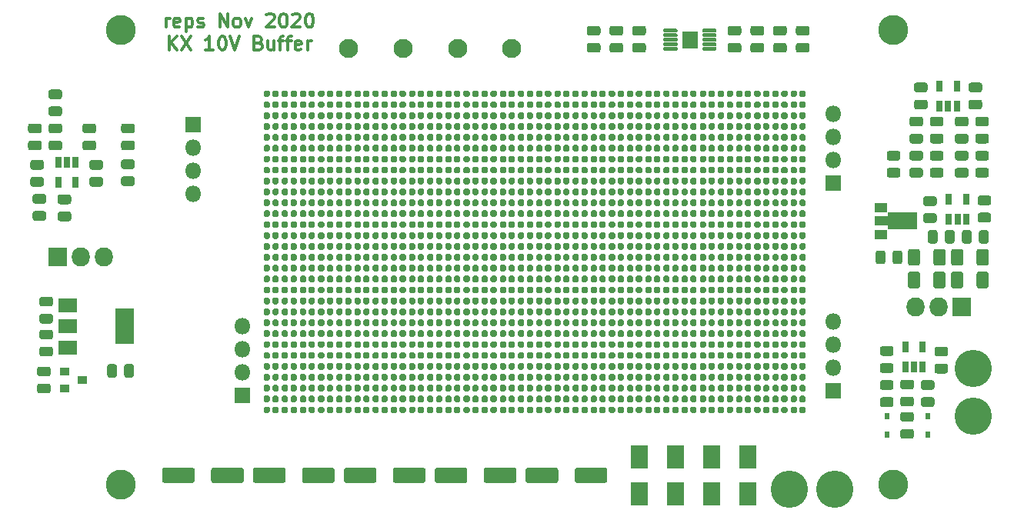
<source format=gbr>
%TF.GenerationSoftware,KiCad,Pcbnew,(5.1.6)-1*%
%TF.CreationDate,2020-11-02T11:11:50+01:00*%
%TF.ProjectId,ltz10v,6c747a31-3076-42e6-9b69-6361645f7063,rev?*%
%TF.SameCoordinates,Original*%
%TF.FileFunction,Soldermask,Top*%
%TF.FilePolarity,Negative*%
%FSLAX46Y46*%
G04 Gerber Fmt 4.6, Leading zero omitted, Abs format (unit mm)*
G04 Created by KiCad (PCBNEW (5.1.6)-1) date 2020-11-02 11:11:50*
%MOMM*%
%LPD*%
G01*
G04 APERTURE LIST*
%ADD10C,0.300000*%
%ADD11C,2.098980*%
%ADD12R,1.780000X1.980000*%
%ADD13C,4.100500*%
%ADD14R,1.900000X2.600000*%
%ADD15C,3.300000*%
%ADD16R,1.800000X1.800000*%
%ADD17O,1.800000X1.800000*%
%ADD18R,0.550000X0.700000*%
%ADD19R,1.000000X0.900000*%
%ADD20R,0.750000X1.160000*%
%ADD21R,2.100000X1.600000*%
%ADD22R,2.100000X3.900000*%
%ADD23O,2.005000X2.100000*%
%ADD24R,2.005000X2.100000*%
%ADD25C,0.100000*%
%ADD26R,1.400000X1.000000*%
G04 APERTURE END LIST*
D10*
X116785714Y-67678571D02*
X116785714Y-66178571D01*
X117642857Y-67678571D02*
X117000000Y-66821428D01*
X117642857Y-66178571D02*
X116785714Y-67035714D01*
X118142857Y-66178571D02*
X119142857Y-67678571D01*
X119142857Y-66178571D02*
X118142857Y-67678571D01*
X121642857Y-67678571D02*
X120785714Y-67678571D01*
X121214285Y-67678571D02*
X121214285Y-66178571D01*
X121071428Y-66392857D01*
X120928571Y-66535714D01*
X120785714Y-66607142D01*
X122571428Y-66178571D02*
X122714285Y-66178571D01*
X122857142Y-66250000D01*
X122928571Y-66321428D01*
X123000000Y-66464285D01*
X123071428Y-66750000D01*
X123071428Y-67107142D01*
X123000000Y-67392857D01*
X122928571Y-67535714D01*
X122857142Y-67607142D01*
X122714285Y-67678571D01*
X122571428Y-67678571D01*
X122428571Y-67607142D01*
X122357142Y-67535714D01*
X122285714Y-67392857D01*
X122214285Y-67107142D01*
X122214285Y-66750000D01*
X122285714Y-66464285D01*
X122357142Y-66321428D01*
X122428571Y-66250000D01*
X122571428Y-66178571D01*
X123500000Y-66178571D02*
X124000000Y-67678571D01*
X124500000Y-66178571D01*
X126642857Y-66892857D02*
X126857142Y-66964285D01*
X126928571Y-67035714D01*
X127000000Y-67178571D01*
X127000000Y-67392857D01*
X126928571Y-67535714D01*
X126857142Y-67607142D01*
X126714285Y-67678571D01*
X126142857Y-67678571D01*
X126142857Y-66178571D01*
X126642857Y-66178571D01*
X126785714Y-66250000D01*
X126857142Y-66321428D01*
X126928571Y-66464285D01*
X126928571Y-66607142D01*
X126857142Y-66750000D01*
X126785714Y-66821428D01*
X126642857Y-66892857D01*
X126142857Y-66892857D01*
X128285714Y-66678571D02*
X128285714Y-67678571D01*
X127642857Y-66678571D02*
X127642857Y-67464285D01*
X127714285Y-67607142D01*
X127857142Y-67678571D01*
X128071428Y-67678571D01*
X128214285Y-67607142D01*
X128285714Y-67535714D01*
X128785714Y-66678571D02*
X129357142Y-66678571D01*
X129000000Y-67678571D02*
X129000000Y-66392857D01*
X129071428Y-66250000D01*
X129214285Y-66178571D01*
X129357142Y-66178571D01*
X129642857Y-66678571D02*
X130214285Y-66678571D01*
X129857142Y-67678571D02*
X129857142Y-66392857D01*
X129928571Y-66250000D01*
X130071428Y-66178571D01*
X130214285Y-66178571D01*
X131285714Y-67607142D02*
X131142857Y-67678571D01*
X130857142Y-67678571D01*
X130714285Y-67607142D01*
X130642857Y-67464285D01*
X130642857Y-66892857D01*
X130714285Y-66750000D01*
X130857142Y-66678571D01*
X131142857Y-66678571D01*
X131285714Y-66750000D01*
X131357142Y-66892857D01*
X131357142Y-67035714D01*
X130642857Y-67178571D01*
X132000000Y-67678571D02*
X132000000Y-66678571D01*
X132000000Y-66964285D02*
X132071428Y-66821428D01*
X132142857Y-66750000D01*
X132285714Y-66678571D01*
X132428571Y-66678571D01*
X116428571Y-65178571D02*
X116428571Y-64178571D01*
X116428571Y-64464285D02*
X116500000Y-64321428D01*
X116571428Y-64250000D01*
X116714285Y-64178571D01*
X116857142Y-64178571D01*
X117928571Y-65107142D02*
X117785714Y-65178571D01*
X117500000Y-65178571D01*
X117357142Y-65107142D01*
X117285714Y-64964285D01*
X117285714Y-64392857D01*
X117357142Y-64250000D01*
X117500000Y-64178571D01*
X117785714Y-64178571D01*
X117928571Y-64250000D01*
X118000000Y-64392857D01*
X118000000Y-64535714D01*
X117285714Y-64678571D01*
X118642857Y-64178571D02*
X118642857Y-65678571D01*
X118642857Y-64250000D02*
X118785714Y-64178571D01*
X119071428Y-64178571D01*
X119214285Y-64250000D01*
X119285714Y-64321428D01*
X119357142Y-64464285D01*
X119357142Y-64892857D01*
X119285714Y-65035714D01*
X119214285Y-65107142D01*
X119071428Y-65178571D01*
X118785714Y-65178571D01*
X118642857Y-65107142D01*
X119928571Y-65107142D02*
X120071428Y-65178571D01*
X120357142Y-65178571D01*
X120500000Y-65107142D01*
X120571428Y-64964285D01*
X120571428Y-64892857D01*
X120500000Y-64750000D01*
X120357142Y-64678571D01*
X120142857Y-64678571D01*
X120000000Y-64607142D01*
X119928571Y-64464285D01*
X119928571Y-64392857D01*
X120000000Y-64250000D01*
X120142857Y-64178571D01*
X120357142Y-64178571D01*
X120500000Y-64250000D01*
X122357142Y-65178571D02*
X122357142Y-63678571D01*
X123214285Y-65178571D01*
X123214285Y-63678571D01*
X124142857Y-65178571D02*
X124000000Y-65107142D01*
X123928571Y-65035714D01*
X123857142Y-64892857D01*
X123857142Y-64464285D01*
X123928571Y-64321428D01*
X124000000Y-64250000D01*
X124142857Y-64178571D01*
X124357142Y-64178571D01*
X124500000Y-64250000D01*
X124571428Y-64321428D01*
X124642857Y-64464285D01*
X124642857Y-64892857D01*
X124571428Y-65035714D01*
X124500000Y-65107142D01*
X124357142Y-65178571D01*
X124142857Y-65178571D01*
X125142857Y-64178571D02*
X125500000Y-65178571D01*
X125857142Y-64178571D01*
X127500000Y-63821428D02*
X127571428Y-63750000D01*
X127714285Y-63678571D01*
X128071428Y-63678571D01*
X128214285Y-63750000D01*
X128285714Y-63821428D01*
X128357142Y-63964285D01*
X128357142Y-64107142D01*
X128285714Y-64321428D01*
X127428571Y-65178571D01*
X128357142Y-65178571D01*
X129285714Y-63678571D02*
X129428571Y-63678571D01*
X129571428Y-63750000D01*
X129642857Y-63821428D01*
X129714285Y-63964285D01*
X129785714Y-64250000D01*
X129785714Y-64607142D01*
X129714285Y-64892857D01*
X129642857Y-65035714D01*
X129571428Y-65107142D01*
X129428571Y-65178571D01*
X129285714Y-65178571D01*
X129142857Y-65107142D01*
X129071428Y-65035714D01*
X129000000Y-64892857D01*
X128928571Y-64607142D01*
X128928571Y-64250000D01*
X129000000Y-63964285D01*
X129071428Y-63821428D01*
X129142857Y-63750000D01*
X129285714Y-63678571D01*
X130357142Y-63821428D02*
X130428571Y-63750000D01*
X130571428Y-63678571D01*
X130928571Y-63678571D01*
X131071428Y-63750000D01*
X131142857Y-63821428D01*
X131214285Y-63964285D01*
X131214285Y-64107142D01*
X131142857Y-64321428D01*
X130285714Y-65178571D01*
X131214285Y-65178571D01*
X132142857Y-63678571D02*
X132285714Y-63678571D01*
X132428571Y-63750000D01*
X132500000Y-63821428D01*
X132571428Y-63964285D01*
X132642857Y-64250000D01*
X132642857Y-64607142D01*
X132571428Y-64892857D01*
X132500000Y-65035714D01*
X132428571Y-65107142D01*
X132285714Y-65178571D01*
X132142857Y-65178571D01*
X132000000Y-65107142D01*
X131928571Y-65035714D01*
X131857142Y-64892857D01*
X131785714Y-64607142D01*
X131785714Y-64250000D01*
X131857142Y-63964285D01*
X131928571Y-63821428D01*
X132000000Y-63750000D01*
X132142857Y-63678571D01*
D11*
%TO.C,J12*%
X142500000Y-67500000D03*
%TD*%
%TO.C,J11*%
X136500000Y-67500000D03*
%TD*%
%TO.C,J10*%
X148500000Y-67500000D03*
%TD*%
%TO.C,J9*%
X154500000Y-67500000D03*
%TD*%
%TO.C,R937*%
G36*
G01*
X183518750Y-66900000D02*
X184481250Y-66900000D01*
G75*
G02*
X184750000Y-67168750I0J-268750D01*
G01*
X184750000Y-67706250D01*
G75*
G02*
X184481250Y-67975000I-268750J0D01*
G01*
X183518750Y-67975000D01*
G75*
G02*
X183250000Y-67706250I0J268750D01*
G01*
X183250000Y-67168750D01*
G75*
G02*
X183518750Y-66900000I268750J0D01*
G01*
G37*
G36*
G01*
X183518750Y-65025000D02*
X184481250Y-65025000D01*
G75*
G02*
X184750000Y-65293750I0J-268750D01*
G01*
X184750000Y-65831250D01*
G75*
G02*
X184481250Y-66100000I-268750J0D01*
G01*
X183518750Y-66100000D01*
G75*
G02*
X183250000Y-65831250I0J268750D01*
G01*
X183250000Y-65293750D01*
G75*
G02*
X183518750Y-65025000I268750J0D01*
G01*
G37*
%TD*%
%TO.C,R936*%
G36*
G01*
X163981250Y-66100000D02*
X163018750Y-66100000D01*
G75*
G02*
X162750000Y-65831250I0J268750D01*
G01*
X162750000Y-65293750D01*
G75*
G02*
X163018750Y-65025000I268750J0D01*
G01*
X163981250Y-65025000D01*
G75*
G02*
X164250000Y-65293750I0J-268750D01*
G01*
X164250000Y-65831250D01*
G75*
G02*
X163981250Y-66100000I-268750J0D01*
G01*
G37*
G36*
G01*
X163981250Y-67975000D02*
X163018750Y-67975000D01*
G75*
G02*
X162750000Y-67706250I0J268750D01*
G01*
X162750000Y-67168750D01*
G75*
G02*
X163018750Y-66900000I268750J0D01*
G01*
X163981250Y-66900000D01*
G75*
G02*
X164250000Y-67168750I0J-268750D01*
G01*
X164250000Y-67706250D01*
G75*
G02*
X163981250Y-67975000I-268750J0D01*
G01*
G37*
%TD*%
%TO.C,C24*%
G36*
G01*
X181981250Y-66100000D02*
X181018750Y-66100000D01*
G75*
G02*
X180750000Y-65831250I0J268750D01*
G01*
X180750000Y-65293750D01*
G75*
G02*
X181018750Y-65025000I268750J0D01*
G01*
X181981250Y-65025000D01*
G75*
G02*
X182250000Y-65293750I0J-268750D01*
G01*
X182250000Y-65831250D01*
G75*
G02*
X181981250Y-66100000I-268750J0D01*
G01*
G37*
G36*
G01*
X181981250Y-67975000D02*
X181018750Y-67975000D01*
G75*
G02*
X180750000Y-67706250I0J268750D01*
G01*
X180750000Y-67168750D01*
G75*
G02*
X181018750Y-66900000I268750J0D01*
G01*
X181981250Y-66900000D01*
G75*
G02*
X182250000Y-67168750I0J-268750D01*
G01*
X182250000Y-67706250D01*
G75*
G02*
X181981250Y-67975000I-268750J0D01*
G01*
G37*
%TD*%
%TO.C,C23*%
G36*
G01*
X178518750Y-66900000D02*
X179481250Y-66900000D01*
G75*
G02*
X179750000Y-67168750I0J-268750D01*
G01*
X179750000Y-67706250D01*
G75*
G02*
X179481250Y-67975000I-268750J0D01*
G01*
X178518750Y-67975000D01*
G75*
G02*
X178250000Y-67706250I0J268750D01*
G01*
X178250000Y-67168750D01*
G75*
G02*
X178518750Y-66900000I268750J0D01*
G01*
G37*
G36*
G01*
X178518750Y-65025000D02*
X179481250Y-65025000D01*
G75*
G02*
X179750000Y-65293750I0J-268750D01*
G01*
X179750000Y-65831250D01*
G75*
G02*
X179481250Y-66100000I-268750J0D01*
G01*
X178518750Y-66100000D01*
G75*
G02*
X178250000Y-65831250I0J268750D01*
G01*
X178250000Y-65293750D01*
G75*
G02*
X178518750Y-65025000I268750J0D01*
G01*
G37*
%TD*%
%TO.C,C22*%
G36*
G01*
X186981250Y-66100000D02*
X186018750Y-66100000D01*
G75*
G02*
X185750000Y-65831250I0J268750D01*
G01*
X185750000Y-65293750D01*
G75*
G02*
X186018750Y-65025000I268750J0D01*
G01*
X186981250Y-65025000D01*
G75*
G02*
X187250000Y-65293750I0J-268750D01*
G01*
X187250000Y-65831250D01*
G75*
G02*
X186981250Y-66100000I-268750J0D01*
G01*
G37*
G36*
G01*
X186981250Y-67975000D02*
X186018750Y-67975000D01*
G75*
G02*
X185750000Y-67706250I0J268750D01*
G01*
X185750000Y-67168750D01*
G75*
G02*
X186018750Y-66900000I268750J0D01*
G01*
X186981250Y-66900000D01*
G75*
G02*
X187250000Y-67168750I0J-268750D01*
G01*
X187250000Y-67706250D01*
G75*
G02*
X186981250Y-67975000I-268750J0D01*
G01*
G37*
%TD*%
%TO.C,C21*%
G36*
G01*
X165518750Y-66900000D02*
X166481250Y-66900000D01*
G75*
G02*
X166750000Y-67168750I0J-268750D01*
G01*
X166750000Y-67706250D01*
G75*
G02*
X166481250Y-67975000I-268750J0D01*
G01*
X165518750Y-67975000D01*
G75*
G02*
X165250000Y-67706250I0J268750D01*
G01*
X165250000Y-67168750D01*
G75*
G02*
X165518750Y-66900000I268750J0D01*
G01*
G37*
G36*
G01*
X165518750Y-65025000D02*
X166481250Y-65025000D01*
G75*
G02*
X166750000Y-65293750I0J-268750D01*
G01*
X166750000Y-65831250D01*
G75*
G02*
X166481250Y-66100000I-268750J0D01*
G01*
X165518750Y-66100000D01*
G75*
G02*
X165250000Y-65831250I0J268750D01*
G01*
X165250000Y-65293750D01*
G75*
G02*
X165518750Y-65025000I268750J0D01*
G01*
G37*
%TD*%
%TO.C,C20*%
G36*
G01*
X168981250Y-66100000D02*
X168018750Y-66100000D01*
G75*
G02*
X167750000Y-65831250I0J268750D01*
G01*
X167750000Y-65293750D01*
G75*
G02*
X168018750Y-65025000I268750J0D01*
G01*
X168981250Y-65025000D01*
G75*
G02*
X169250000Y-65293750I0J-268750D01*
G01*
X169250000Y-65831250D01*
G75*
G02*
X168981250Y-66100000I-268750J0D01*
G01*
G37*
G36*
G01*
X168981250Y-67975000D02*
X168018750Y-67975000D01*
G75*
G02*
X167750000Y-67706250I0J268750D01*
G01*
X167750000Y-67168750D01*
G75*
G02*
X168018750Y-66900000I268750J0D01*
G01*
X168981250Y-66900000D01*
G75*
G02*
X169250000Y-67168750I0J-268750D01*
G01*
X169250000Y-67706250D01*
G75*
G02*
X168981250Y-67975000I-268750J0D01*
G01*
G37*
%TD*%
D12*
%TO.C,U9*%
X174090000Y-66550000D03*
G36*
G01*
X175465000Y-65650000D02*
X175465000Y-65450000D01*
G75*
G02*
X175565000Y-65350000I100000J0D01*
G01*
X176915000Y-65350000D01*
G75*
G02*
X177015000Y-65450000I0J-100000D01*
G01*
X177015000Y-65650000D01*
G75*
G02*
X176915000Y-65750000I-100000J0D01*
G01*
X175565000Y-65750000D01*
G75*
G02*
X175465000Y-65650000I0J100000D01*
G01*
G37*
G36*
G01*
X175465000Y-66150000D02*
X175465000Y-65950000D01*
G75*
G02*
X175565000Y-65850000I100000J0D01*
G01*
X176915000Y-65850000D01*
G75*
G02*
X177015000Y-65950000I0J-100000D01*
G01*
X177015000Y-66150000D01*
G75*
G02*
X176915000Y-66250000I-100000J0D01*
G01*
X175565000Y-66250000D01*
G75*
G02*
X175465000Y-66150000I0J100000D01*
G01*
G37*
G36*
G01*
X175465000Y-66650000D02*
X175465000Y-66450000D01*
G75*
G02*
X175565000Y-66350000I100000J0D01*
G01*
X176915000Y-66350000D01*
G75*
G02*
X177015000Y-66450000I0J-100000D01*
G01*
X177015000Y-66650000D01*
G75*
G02*
X176915000Y-66750000I-100000J0D01*
G01*
X175565000Y-66750000D01*
G75*
G02*
X175465000Y-66650000I0J100000D01*
G01*
G37*
G36*
G01*
X175465000Y-67150000D02*
X175465000Y-66950000D01*
G75*
G02*
X175565000Y-66850000I100000J0D01*
G01*
X176915000Y-66850000D01*
G75*
G02*
X177015000Y-66950000I0J-100000D01*
G01*
X177015000Y-67150000D01*
G75*
G02*
X176915000Y-67250000I-100000J0D01*
G01*
X175565000Y-67250000D01*
G75*
G02*
X175465000Y-67150000I0J100000D01*
G01*
G37*
G36*
G01*
X175465000Y-67650000D02*
X175465000Y-67450000D01*
G75*
G02*
X175565000Y-67350000I100000J0D01*
G01*
X176915000Y-67350000D01*
G75*
G02*
X177015000Y-67450000I0J-100000D01*
G01*
X177015000Y-67650000D01*
G75*
G02*
X176915000Y-67750000I-100000J0D01*
G01*
X175565000Y-67750000D01*
G75*
G02*
X175465000Y-67650000I0J100000D01*
G01*
G37*
G36*
G01*
X171165000Y-67650000D02*
X171165000Y-67450000D01*
G75*
G02*
X171265000Y-67350000I100000J0D01*
G01*
X172615000Y-67350000D01*
G75*
G02*
X172715000Y-67450000I0J-100000D01*
G01*
X172715000Y-67650000D01*
G75*
G02*
X172615000Y-67750000I-100000J0D01*
G01*
X171265000Y-67750000D01*
G75*
G02*
X171165000Y-67650000I0J100000D01*
G01*
G37*
G36*
G01*
X171165000Y-67150000D02*
X171165000Y-66950000D01*
G75*
G02*
X171265000Y-66850000I100000J0D01*
G01*
X172615000Y-66850000D01*
G75*
G02*
X172715000Y-66950000I0J-100000D01*
G01*
X172715000Y-67150000D01*
G75*
G02*
X172615000Y-67250000I-100000J0D01*
G01*
X171265000Y-67250000D01*
G75*
G02*
X171165000Y-67150000I0J100000D01*
G01*
G37*
G36*
G01*
X171165000Y-66650000D02*
X171165000Y-66450000D01*
G75*
G02*
X171265000Y-66350000I100000J0D01*
G01*
X172615000Y-66350000D01*
G75*
G02*
X172715000Y-66450000I0J-100000D01*
G01*
X172715000Y-66650000D01*
G75*
G02*
X172615000Y-66750000I-100000J0D01*
G01*
X171265000Y-66750000D01*
G75*
G02*
X171165000Y-66650000I0J100000D01*
G01*
G37*
G36*
G01*
X171165000Y-66150000D02*
X171165000Y-65950000D01*
G75*
G02*
X171265000Y-65850000I100000J0D01*
G01*
X172615000Y-65850000D01*
G75*
G02*
X172715000Y-65950000I0J-100000D01*
G01*
X172715000Y-66150000D01*
G75*
G02*
X172615000Y-66250000I-100000J0D01*
G01*
X171265000Y-66250000D01*
G75*
G02*
X171165000Y-66150000I0J100000D01*
G01*
G37*
G36*
G01*
X171165000Y-65650000D02*
X171165000Y-65450000D01*
G75*
G02*
X171265000Y-65350000I100000J0D01*
G01*
X172615000Y-65350000D01*
G75*
G02*
X172715000Y-65450000I0J-100000D01*
G01*
X172715000Y-65650000D01*
G75*
G02*
X172615000Y-65750000I-100000J0D01*
G01*
X171265000Y-65750000D01*
G75*
G02*
X171165000Y-65650000I0J100000D01*
G01*
G37*
%TD*%
%TO.C,C18*%
G36*
G01*
X121400000Y-115084375D02*
X121400000Y-113915625D01*
G75*
G02*
X121665625Y-113650000I265625J0D01*
G01*
X124734375Y-113650000D01*
G75*
G02*
X125000000Y-113915625I0J-265625D01*
G01*
X125000000Y-115084375D01*
G75*
G02*
X124734375Y-115350000I-265625J0D01*
G01*
X121665625Y-115350000D01*
G75*
G02*
X121400000Y-115084375I0J265625D01*
G01*
G37*
G36*
G01*
X116000000Y-115084375D02*
X116000000Y-113915625D01*
G75*
G02*
X116265625Y-113650000I265625J0D01*
G01*
X119334375Y-113650000D01*
G75*
G02*
X119600000Y-113915625I0J-265625D01*
G01*
X119600000Y-115084375D01*
G75*
G02*
X119334375Y-115350000I-265625J0D01*
G01*
X116265625Y-115350000D01*
G75*
G02*
X116000000Y-115084375I0J265625D01*
G01*
G37*
%TD*%
%TO.C,C17*%
G36*
G01*
X131400000Y-115084375D02*
X131400000Y-113915625D01*
G75*
G02*
X131665625Y-113650000I265625J0D01*
G01*
X134734375Y-113650000D01*
G75*
G02*
X135000000Y-113915625I0J-265625D01*
G01*
X135000000Y-115084375D01*
G75*
G02*
X134734375Y-115350000I-265625J0D01*
G01*
X131665625Y-115350000D01*
G75*
G02*
X131400000Y-115084375I0J265625D01*
G01*
G37*
G36*
G01*
X126000000Y-115084375D02*
X126000000Y-113915625D01*
G75*
G02*
X126265625Y-113650000I265625J0D01*
G01*
X129334375Y-113650000D01*
G75*
G02*
X129600000Y-113915625I0J-265625D01*
G01*
X129600000Y-115084375D01*
G75*
G02*
X129334375Y-115350000I-265625J0D01*
G01*
X126265625Y-115350000D01*
G75*
G02*
X126000000Y-115084375I0J265625D01*
G01*
G37*
%TD*%
%TO.C,C16*%
G36*
G01*
X141400000Y-115084375D02*
X141400000Y-113915625D01*
G75*
G02*
X141665625Y-113650000I265625J0D01*
G01*
X144734375Y-113650000D01*
G75*
G02*
X145000000Y-113915625I0J-265625D01*
G01*
X145000000Y-115084375D01*
G75*
G02*
X144734375Y-115350000I-265625J0D01*
G01*
X141665625Y-115350000D01*
G75*
G02*
X141400000Y-115084375I0J265625D01*
G01*
G37*
G36*
G01*
X136000000Y-115084375D02*
X136000000Y-113915625D01*
G75*
G02*
X136265625Y-113650000I265625J0D01*
G01*
X139334375Y-113650000D01*
G75*
G02*
X139600000Y-113915625I0J-265625D01*
G01*
X139600000Y-115084375D01*
G75*
G02*
X139334375Y-115350000I-265625J0D01*
G01*
X136265625Y-115350000D01*
G75*
G02*
X136000000Y-115084375I0J265625D01*
G01*
G37*
%TD*%
%TO.C,C15*%
G36*
G01*
X151400000Y-115084375D02*
X151400000Y-113915625D01*
G75*
G02*
X151665625Y-113650000I265625J0D01*
G01*
X154734375Y-113650000D01*
G75*
G02*
X155000000Y-113915625I0J-265625D01*
G01*
X155000000Y-115084375D01*
G75*
G02*
X154734375Y-115350000I-265625J0D01*
G01*
X151665625Y-115350000D01*
G75*
G02*
X151400000Y-115084375I0J265625D01*
G01*
G37*
G36*
G01*
X146000000Y-115084375D02*
X146000000Y-113915625D01*
G75*
G02*
X146265625Y-113650000I265625J0D01*
G01*
X149334375Y-113650000D01*
G75*
G02*
X149600000Y-113915625I0J-265625D01*
G01*
X149600000Y-115084375D01*
G75*
G02*
X149334375Y-115350000I-265625J0D01*
G01*
X146265625Y-115350000D01*
G75*
G02*
X146000000Y-115084375I0J265625D01*
G01*
G37*
%TD*%
%TO.C,C14*%
G36*
G01*
X161400000Y-115084375D02*
X161400000Y-113915625D01*
G75*
G02*
X161665625Y-113650000I265625J0D01*
G01*
X164734375Y-113650000D01*
G75*
G02*
X165000000Y-113915625I0J-265625D01*
G01*
X165000000Y-115084375D01*
G75*
G02*
X164734375Y-115350000I-265625J0D01*
G01*
X161665625Y-115350000D01*
G75*
G02*
X161400000Y-115084375I0J265625D01*
G01*
G37*
G36*
G01*
X156000000Y-115084375D02*
X156000000Y-113915625D01*
G75*
G02*
X156265625Y-113650000I265625J0D01*
G01*
X159334375Y-113650000D01*
G75*
G02*
X159600000Y-113915625I0J-265625D01*
G01*
X159600000Y-115084375D01*
G75*
G02*
X159334375Y-115350000I-265625J0D01*
G01*
X156265625Y-115350000D01*
G75*
G02*
X156000000Y-115084375I0J265625D01*
G01*
G37*
%TD*%
D13*
%TO.C,J8*%
X185000000Y-116000000D03*
%TD*%
%TO.C,J3*%
X190000000Y-116000000D03*
%TD*%
D14*
%TO.C,D4*%
X168500000Y-112500000D03*
X168500000Y-116500000D03*
%TD*%
%TO.C,D3*%
X172500000Y-116500000D03*
X172500000Y-112500000D03*
%TD*%
%TO.C,D2*%
X176500000Y-112500000D03*
X176500000Y-116500000D03*
%TD*%
%TO.C,D1*%
X180500000Y-116500000D03*
X180500000Y-112500000D03*
%TD*%
%TO.C,C13*%
G36*
G01*
X197518750Y-109400000D02*
X198481250Y-109400000D01*
G75*
G02*
X198750000Y-109668750I0J-268750D01*
G01*
X198750000Y-110206250D01*
G75*
G02*
X198481250Y-110475000I-268750J0D01*
G01*
X197518750Y-110475000D01*
G75*
G02*
X197250000Y-110206250I0J268750D01*
G01*
X197250000Y-109668750D01*
G75*
G02*
X197518750Y-109400000I268750J0D01*
G01*
G37*
G36*
G01*
X197518750Y-107525000D02*
X198481250Y-107525000D01*
G75*
G02*
X198750000Y-107793750I0J-268750D01*
G01*
X198750000Y-108331250D01*
G75*
G02*
X198481250Y-108600000I-268750J0D01*
G01*
X197518750Y-108600000D01*
G75*
G02*
X197250000Y-108331250I0J268750D01*
G01*
X197250000Y-107793750D01*
G75*
G02*
X197518750Y-107525000I268750J0D01*
G01*
G37*
%TD*%
%TO.C,C12*%
G36*
G01*
X195600000Y-90018750D02*
X195600000Y-90981250D01*
G75*
G02*
X195331250Y-91250000I-268750J0D01*
G01*
X194793750Y-91250000D01*
G75*
G02*
X194525000Y-90981250I0J268750D01*
G01*
X194525000Y-90018750D01*
G75*
G02*
X194793750Y-89750000I268750J0D01*
G01*
X195331250Y-89750000D01*
G75*
G02*
X195600000Y-90018750I0J-268750D01*
G01*
G37*
G36*
G01*
X197475000Y-90018750D02*
X197475000Y-90981250D01*
G75*
G02*
X197206250Y-91250000I-268750J0D01*
G01*
X196668750Y-91250000D01*
G75*
G02*
X196400000Y-90981250I0J268750D01*
G01*
X196400000Y-90018750D01*
G75*
G02*
X196668750Y-89750000I268750J0D01*
G01*
X197206250Y-89750000D01*
G75*
G02*
X197475000Y-90018750I0J-268750D01*
G01*
G37*
%TD*%
%TO.C,C11*%
G36*
G01*
X199481250Y-79850000D02*
X198518750Y-79850000D01*
G75*
G02*
X198250000Y-79581250I0J268750D01*
G01*
X198250000Y-79043750D01*
G75*
G02*
X198518750Y-78775000I268750J0D01*
G01*
X199481250Y-78775000D01*
G75*
G02*
X199750000Y-79043750I0J-268750D01*
G01*
X199750000Y-79581250D01*
G75*
G02*
X199481250Y-79850000I-268750J0D01*
G01*
G37*
G36*
G01*
X199481250Y-81725000D02*
X198518750Y-81725000D01*
G75*
G02*
X198250000Y-81456250I0J268750D01*
G01*
X198250000Y-80918750D01*
G75*
G02*
X198518750Y-80650000I268750J0D01*
G01*
X199481250Y-80650000D01*
G75*
G02*
X199750000Y-80918750I0J-268750D01*
G01*
X199750000Y-81456250D01*
G75*
G02*
X199481250Y-81725000I-268750J0D01*
G01*
G37*
%TD*%
%TO.C,C10*%
G36*
G01*
X206981250Y-84787500D02*
X206018750Y-84787500D01*
G75*
G02*
X205750000Y-84518750I0J268750D01*
G01*
X205750000Y-83981250D01*
G75*
G02*
X206018750Y-83712500I268750J0D01*
G01*
X206981250Y-83712500D01*
G75*
G02*
X207250000Y-83981250I0J-268750D01*
G01*
X207250000Y-84518750D01*
G75*
G02*
X206981250Y-84787500I-268750J0D01*
G01*
G37*
G36*
G01*
X206981250Y-86662500D02*
X206018750Y-86662500D01*
G75*
G02*
X205750000Y-86393750I0J268750D01*
G01*
X205750000Y-85856250D01*
G75*
G02*
X206018750Y-85587500I268750J0D01*
G01*
X206981250Y-85587500D01*
G75*
G02*
X207250000Y-85856250I0J-268750D01*
G01*
X207250000Y-86393750D01*
G75*
G02*
X206981250Y-86662500I-268750J0D01*
G01*
G37*
%TD*%
%TO.C,C9*%
G36*
G01*
X205981250Y-72350000D02*
X205018750Y-72350000D01*
G75*
G02*
X204750000Y-72081250I0J268750D01*
G01*
X204750000Y-71543750D01*
G75*
G02*
X205018750Y-71275000I268750J0D01*
G01*
X205981250Y-71275000D01*
G75*
G02*
X206250000Y-71543750I0J-268750D01*
G01*
X206250000Y-72081250D01*
G75*
G02*
X205981250Y-72350000I-268750J0D01*
G01*
G37*
G36*
G01*
X205981250Y-74225000D02*
X205018750Y-74225000D01*
G75*
G02*
X204750000Y-73956250I0J268750D01*
G01*
X204750000Y-73418750D01*
G75*
G02*
X205018750Y-73150000I268750J0D01*
G01*
X205981250Y-73150000D01*
G75*
G02*
X206250000Y-73418750I0J-268750D01*
G01*
X206250000Y-73956250D01*
G75*
G02*
X205981250Y-74225000I-268750J0D01*
G01*
G37*
%TD*%
D15*
%TO.C,H4*%
X196500000Y-115500000D03*
%TD*%
%TO.C,H3*%
X111500000Y-115500000D03*
%TD*%
%TO.C,H2*%
X196500000Y-65500000D03*
%TD*%
%TO.C,H1*%
X111500000Y-65500000D03*
%TD*%
D16*
%TO.C,J1*%
X189819000Y-82369500D03*
D17*
X189819000Y-79829500D03*
X189819000Y-77289500D03*
X189819000Y-74749500D03*
%TD*%
D18*
%TO.C,ZD2*%
X200250000Y-110050000D03*
X200250000Y-107950000D03*
%TD*%
%TO.C,ZD1*%
X195750000Y-110050000D03*
X195750000Y-107950000D03*
%TD*%
D19*
%TO.C,U8*%
X107250000Y-104000000D03*
X105250000Y-104950000D03*
X105250000Y-103050000D03*
%TD*%
D20*
%TO.C,U7*%
X106500000Y-82250000D03*
X104600000Y-82250000D03*
X104600000Y-80050000D03*
X105550000Y-80050000D03*
X106500000Y-80050000D03*
%TD*%
D21*
%TO.C,U6*%
X105600000Y-95817500D03*
X105600000Y-100417500D03*
X105600000Y-98117500D03*
D22*
X111900000Y-98117500D03*
%TD*%
D20*
%TO.C,U5*%
X197800000Y-100400000D03*
X199700000Y-100400000D03*
X199700000Y-102600000D03*
X198750000Y-102600000D03*
X197800000Y-102600000D03*
%TD*%
%TO.C,U4*%
X201550000Y-71650000D03*
X203450000Y-71650000D03*
X203450000Y-73850000D03*
X202500000Y-73850000D03*
X201550000Y-73850000D03*
%TD*%
%TO.C,R927*%
G36*
G01*
X101768750Y-81650000D02*
X102731250Y-81650000D01*
G75*
G02*
X103000000Y-81918750I0J-268750D01*
G01*
X103000000Y-82456250D01*
G75*
G02*
X102731250Y-82725000I-268750J0D01*
G01*
X101768750Y-82725000D01*
G75*
G02*
X101500000Y-82456250I0J268750D01*
G01*
X101500000Y-81918750D01*
G75*
G02*
X101768750Y-81650000I268750J0D01*
G01*
G37*
G36*
G01*
X101768750Y-79775000D02*
X102731250Y-79775000D01*
G75*
G02*
X103000000Y-80043750I0J-268750D01*
G01*
X103000000Y-80581250D01*
G75*
G02*
X102731250Y-80850000I-268750J0D01*
G01*
X101768750Y-80850000D01*
G75*
G02*
X101500000Y-80581250I0J268750D01*
G01*
X101500000Y-80043750D01*
G75*
G02*
X101768750Y-79775000I268750J0D01*
G01*
G37*
%TD*%
%TO.C,R926*%
G36*
G01*
X103768750Y-73900000D02*
X104731250Y-73900000D01*
G75*
G02*
X105000000Y-74168750I0J-268750D01*
G01*
X105000000Y-74706250D01*
G75*
G02*
X104731250Y-74975000I-268750J0D01*
G01*
X103768750Y-74975000D01*
G75*
G02*
X103500000Y-74706250I0J268750D01*
G01*
X103500000Y-74168750D01*
G75*
G02*
X103768750Y-73900000I268750J0D01*
G01*
G37*
G36*
G01*
X103768750Y-72025000D02*
X104731250Y-72025000D01*
G75*
G02*
X105000000Y-72293750I0J-268750D01*
G01*
X105000000Y-72831250D01*
G75*
G02*
X104731250Y-73100000I-268750J0D01*
G01*
X103768750Y-73100000D01*
G75*
G02*
X103500000Y-72831250I0J268750D01*
G01*
X103500000Y-72293750D01*
G75*
G02*
X103768750Y-72025000I268750J0D01*
G01*
G37*
%TD*%
%TO.C,R925*%
G36*
G01*
X103768750Y-77650000D02*
X104731250Y-77650000D01*
G75*
G02*
X105000000Y-77918750I0J-268750D01*
G01*
X105000000Y-78456250D01*
G75*
G02*
X104731250Y-78725000I-268750J0D01*
G01*
X103768750Y-78725000D01*
G75*
G02*
X103500000Y-78456250I0J268750D01*
G01*
X103500000Y-77918750D01*
G75*
G02*
X103768750Y-77650000I268750J0D01*
G01*
G37*
G36*
G01*
X103768750Y-75775000D02*
X104731250Y-75775000D01*
G75*
G02*
X105000000Y-76043750I0J-268750D01*
G01*
X105000000Y-76581250D01*
G75*
G02*
X104731250Y-76850000I-268750J0D01*
G01*
X103768750Y-76850000D01*
G75*
G02*
X103500000Y-76581250I0J268750D01*
G01*
X103500000Y-76043750D01*
G75*
G02*
X103768750Y-75775000I268750J0D01*
G01*
G37*
%TD*%
%TO.C,R924*%
G36*
G01*
X104768750Y-85462500D02*
X105731250Y-85462500D01*
G75*
G02*
X106000000Y-85731250I0J-268750D01*
G01*
X106000000Y-86268750D01*
G75*
G02*
X105731250Y-86537500I-268750J0D01*
G01*
X104768750Y-86537500D01*
G75*
G02*
X104500000Y-86268750I0J268750D01*
G01*
X104500000Y-85731250D01*
G75*
G02*
X104768750Y-85462500I268750J0D01*
G01*
G37*
G36*
G01*
X104768750Y-83587500D02*
X105731250Y-83587500D01*
G75*
G02*
X106000000Y-83856250I0J-268750D01*
G01*
X106000000Y-84393750D01*
G75*
G02*
X105731250Y-84662500I-268750J0D01*
G01*
X104768750Y-84662500D01*
G75*
G02*
X104500000Y-84393750I0J268750D01*
G01*
X104500000Y-83856250D01*
G75*
G02*
X104768750Y-83587500I268750J0D01*
G01*
G37*
%TD*%
%TO.C,R923*%
G36*
G01*
X101518750Y-77650000D02*
X102481250Y-77650000D01*
G75*
G02*
X102750000Y-77918750I0J-268750D01*
G01*
X102750000Y-78456250D01*
G75*
G02*
X102481250Y-78725000I-268750J0D01*
G01*
X101518750Y-78725000D01*
G75*
G02*
X101250000Y-78456250I0J268750D01*
G01*
X101250000Y-77918750D01*
G75*
G02*
X101518750Y-77650000I268750J0D01*
G01*
G37*
G36*
G01*
X101518750Y-75775000D02*
X102481250Y-75775000D01*
G75*
G02*
X102750000Y-76043750I0J-268750D01*
G01*
X102750000Y-76581250D01*
G75*
G02*
X102481250Y-76850000I-268750J0D01*
G01*
X101518750Y-76850000D01*
G75*
G02*
X101250000Y-76581250I0J268750D01*
G01*
X101250000Y-76043750D01*
G75*
G02*
X101518750Y-75775000I268750J0D01*
G01*
G37*
%TD*%
%TO.C,R922*%
G36*
G01*
X107518750Y-77650000D02*
X108481250Y-77650000D01*
G75*
G02*
X108750000Y-77918750I0J-268750D01*
G01*
X108750000Y-78456250D01*
G75*
G02*
X108481250Y-78725000I-268750J0D01*
G01*
X107518750Y-78725000D01*
G75*
G02*
X107250000Y-78456250I0J268750D01*
G01*
X107250000Y-77918750D01*
G75*
G02*
X107518750Y-77650000I268750J0D01*
G01*
G37*
G36*
G01*
X107518750Y-75775000D02*
X108481250Y-75775000D01*
G75*
G02*
X108750000Y-76043750I0J-268750D01*
G01*
X108750000Y-76581250D01*
G75*
G02*
X108481250Y-76850000I-268750J0D01*
G01*
X107518750Y-76850000D01*
G75*
G02*
X107250000Y-76581250I0J268750D01*
G01*
X107250000Y-76043750D01*
G75*
G02*
X107518750Y-75775000I268750J0D01*
G01*
G37*
%TD*%
%TO.C,R921*%
G36*
G01*
X103481250Y-103600000D02*
X102518750Y-103600000D01*
G75*
G02*
X102250000Y-103331250I0J268750D01*
G01*
X102250000Y-102793750D01*
G75*
G02*
X102518750Y-102525000I268750J0D01*
G01*
X103481250Y-102525000D01*
G75*
G02*
X103750000Y-102793750I0J-268750D01*
G01*
X103750000Y-103331250D01*
G75*
G02*
X103481250Y-103600000I-268750J0D01*
G01*
G37*
G36*
G01*
X103481250Y-105475000D02*
X102518750Y-105475000D01*
G75*
G02*
X102250000Y-105206250I0J268750D01*
G01*
X102250000Y-104668750D01*
G75*
G02*
X102518750Y-104400000I268750J0D01*
G01*
X103481250Y-104400000D01*
G75*
G02*
X103750000Y-104668750I0J-268750D01*
G01*
X103750000Y-105206250D01*
G75*
G02*
X103481250Y-105475000I-268750J0D01*
G01*
G37*
%TD*%
%TO.C,R920*%
G36*
G01*
X112731250Y-80787500D02*
X111768750Y-80787500D01*
G75*
G02*
X111500000Y-80518750I0J268750D01*
G01*
X111500000Y-79981250D01*
G75*
G02*
X111768750Y-79712500I268750J0D01*
G01*
X112731250Y-79712500D01*
G75*
G02*
X113000000Y-79981250I0J-268750D01*
G01*
X113000000Y-80518750D01*
G75*
G02*
X112731250Y-80787500I-268750J0D01*
G01*
G37*
G36*
G01*
X112731250Y-82662500D02*
X111768750Y-82662500D01*
G75*
G02*
X111500000Y-82393750I0J268750D01*
G01*
X111500000Y-81856250D01*
G75*
G02*
X111768750Y-81587500I268750J0D01*
G01*
X112731250Y-81587500D01*
G75*
G02*
X113000000Y-81856250I0J-268750D01*
G01*
X113000000Y-82393750D01*
G75*
G02*
X112731250Y-82662500I-268750J0D01*
G01*
G37*
%TD*%
%TO.C,R919*%
G36*
G01*
X111768750Y-77650000D02*
X112731250Y-77650000D01*
G75*
G02*
X113000000Y-77918750I0J-268750D01*
G01*
X113000000Y-78456250D01*
G75*
G02*
X112731250Y-78725000I-268750J0D01*
G01*
X111768750Y-78725000D01*
G75*
G02*
X111500000Y-78456250I0J268750D01*
G01*
X111500000Y-77918750D01*
G75*
G02*
X111768750Y-77650000I268750J0D01*
G01*
G37*
G36*
G01*
X111768750Y-75775000D02*
X112731250Y-75775000D01*
G75*
G02*
X113000000Y-76043750I0J-268750D01*
G01*
X113000000Y-76581250D01*
G75*
G02*
X112731250Y-76850000I-268750J0D01*
G01*
X111768750Y-76850000D01*
G75*
G02*
X111500000Y-76581250I0J268750D01*
G01*
X111500000Y-76043750D01*
G75*
G02*
X111768750Y-75775000I268750J0D01*
G01*
G37*
%TD*%
%TO.C,R918*%
G36*
G01*
X197518750Y-105837500D02*
X198481250Y-105837500D01*
G75*
G02*
X198750000Y-106106250I0J-268750D01*
G01*
X198750000Y-106643750D01*
G75*
G02*
X198481250Y-106912500I-268750J0D01*
G01*
X197518750Y-106912500D01*
G75*
G02*
X197250000Y-106643750I0J268750D01*
G01*
X197250000Y-106106250D01*
G75*
G02*
X197518750Y-105837500I268750J0D01*
G01*
G37*
G36*
G01*
X197518750Y-103962500D02*
X198481250Y-103962500D01*
G75*
G02*
X198750000Y-104231250I0J-268750D01*
G01*
X198750000Y-104768750D01*
G75*
G02*
X198481250Y-105037500I-268750J0D01*
G01*
X197518750Y-105037500D01*
G75*
G02*
X197250000Y-104768750I0J268750D01*
G01*
X197250000Y-104231250D01*
G75*
G02*
X197518750Y-103962500I268750J0D01*
G01*
G37*
%TD*%
%TO.C,R917*%
G36*
G01*
X200731250Y-105100000D02*
X199768750Y-105100000D01*
G75*
G02*
X199500000Y-104831250I0J268750D01*
G01*
X199500000Y-104293750D01*
G75*
G02*
X199768750Y-104025000I268750J0D01*
G01*
X200731250Y-104025000D01*
G75*
G02*
X201000000Y-104293750I0J-268750D01*
G01*
X201000000Y-104831250D01*
G75*
G02*
X200731250Y-105100000I-268750J0D01*
G01*
G37*
G36*
G01*
X200731250Y-106975000D02*
X199768750Y-106975000D01*
G75*
G02*
X199500000Y-106706250I0J268750D01*
G01*
X199500000Y-106168750D01*
G75*
G02*
X199768750Y-105900000I268750J0D01*
G01*
X200731250Y-105900000D01*
G75*
G02*
X201000000Y-106168750I0J-268750D01*
G01*
X201000000Y-106706250D01*
G75*
G02*
X200731250Y-106975000I-268750J0D01*
G01*
G37*
%TD*%
%TO.C,R916*%
G36*
G01*
X201268750Y-102212500D02*
X202231250Y-102212500D01*
G75*
G02*
X202500000Y-102481250I0J-268750D01*
G01*
X202500000Y-103018750D01*
G75*
G02*
X202231250Y-103287500I-268750J0D01*
G01*
X201268750Y-103287500D01*
G75*
G02*
X201000000Y-103018750I0J268750D01*
G01*
X201000000Y-102481250D01*
G75*
G02*
X201268750Y-102212500I268750J0D01*
G01*
G37*
G36*
G01*
X201268750Y-100337500D02*
X202231250Y-100337500D01*
G75*
G02*
X202500000Y-100606250I0J-268750D01*
G01*
X202500000Y-101143750D01*
G75*
G02*
X202231250Y-101412500I-268750J0D01*
G01*
X201268750Y-101412500D01*
G75*
G02*
X201000000Y-101143750I0J268750D01*
G01*
X201000000Y-100606250D01*
G75*
G02*
X201268750Y-100337500I268750J0D01*
G01*
G37*
%TD*%
%TO.C,R915*%
G36*
G01*
X198518750Y-76900000D02*
X199481250Y-76900000D01*
G75*
G02*
X199750000Y-77168750I0J-268750D01*
G01*
X199750000Y-77706250D01*
G75*
G02*
X199481250Y-77975000I-268750J0D01*
G01*
X198518750Y-77975000D01*
G75*
G02*
X198250000Y-77706250I0J268750D01*
G01*
X198250000Y-77168750D01*
G75*
G02*
X198518750Y-76900000I268750J0D01*
G01*
G37*
G36*
G01*
X198518750Y-75025000D02*
X199481250Y-75025000D01*
G75*
G02*
X199750000Y-75293750I0J-268750D01*
G01*
X199750000Y-75831250D01*
G75*
G02*
X199481250Y-76100000I-268750J0D01*
G01*
X198518750Y-76100000D01*
G75*
G02*
X198250000Y-75831250I0J268750D01*
G01*
X198250000Y-75293750D01*
G75*
G02*
X198518750Y-75025000I268750J0D01*
G01*
G37*
%TD*%
%TO.C,R914*%
G36*
G01*
X201731250Y-79850000D02*
X200768750Y-79850000D01*
G75*
G02*
X200500000Y-79581250I0J268750D01*
G01*
X200500000Y-79043750D01*
G75*
G02*
X200768750Y-78775000I268750J0D01*
G01*
X201731250Y-78775000D01*
G75*
G02*
X202000000Y-79043750I0J-268750D01*
G01*
X202000000Y-79581250D01*
G75*
G02*
X201731250Y-79850000I-268750J0D01*
G01*
G37*
G36*
G01*
X201731250Y-81725000D02*
X200768750Y-81725000D01*
G75*
G02*
X200500000Y-81456250I0J268750D01*
G01*
X200500000Y-80918750D01*
G75*
G02*
X200768750Y-80650000I268750J0D01*
G01*
X201731250Y-80650000D01*
G75*
G02*
X202000000Y-80918750I0J-268750D01*
G01*
X202000000Y-81456250D01*
G75*
G02*
X201731250Y-81725000I-268750J0D01*
G01*
G37*
%TD*%
%TO.C,R913*%
G36*
G01*
X200768750Y-76900000D02*
X201731250Y-76900000D01*
G75*
G02*
X202000000Y-77168750I0J-268750D01*
G01*
X202000000Y-77706250D01*
G75*
G02*
X201731250Y-77975000I-268750J0D01*
G01*
X200768750Y-77975000D01*
G75*
G02*
X200500000Y-77706250I0J268750D01*
G01*
X200500000Y-77168750D01*
G75*
G02*
X200768750Y-76900000I268750J0D01*
G01*
G37*
G36*
G01*
X200768750Y-75025000D02*
X201731250Y-75025000D01*
G75*
G02*
X202000000Y-75293750I0J-268750D01*
G01*
X202000000Y-75831250D01*
G75*
G02*
X201731250Y-76100000I-268750J0D01*
G01*
X200768750Y-76100000D01*
G75*
G02*
X200500000Y-75831250I0J268750D01*
G01*
X200500000Y-75293750D01*
G75*
G02*
X200768750Y-75025000I268750J0D01*
G01*
G37*
%TD*%
%TO.C,R912*%
G36*
G01*
X204481250Y-79850000D02*
X203518750Y-79850000D01*
G75*
G02*
X203250000Y-79581250I0J268750D01*
G01*
X203250000Y-79043750D01*
G75*
G02*
X203518750Y-78775000I268750J0D01*
G01*
X204481250Y-78775000D01*
G75*
G02*
X204750000Y-79043750I0J-268750D01*
G01*
X204750000Y-79581250D01*
G75*
G02*
X204481250Y-79850000I-268750J0D01*
G01*
G37*
G36*
G01*
X204481250Y-81725000D02*
X203518750Y-81725000D01*
G75*
G02*
X203250000Y-81456250I0J268750D01*
G01*
X203250000Y-80918750D01*
G75*
G02*
X203518750Y-80650000I268750J0D01*
G01*
X204481250Y-80650000D01*
G75*
G02*
X204750000Y-80918750I0J-268750D01*
G01*
X204750000Y-81456250D01*
G75*
G02*
X204481250Y-81725000I-268750J0D01*
G01*
G37*
%TD*%
%TO.C,R911*%
G36*
G01*
X204481250Y-76100000D02*
X203518750Y-76100000D01*
G75*
G02*
X203250000Y-75831250I0J268750D01*
G01*
X203250000Y-75293750D01*
G75*
G02*
X203518750Y-75025000I268750J0D01*
G01*
X204481250Y-75025000D01*
G75*
G02*
X204750000Y-75293750I0J-268750D01*
G01*
X204750000Y-75831250D01*
G75*
G02*
X204481250Y-76100000I-268750J0D01*
G01*
G37*
G36*
G01*
X204481250Y-77975000D02*
X203518750Y-77975000D01*
G75*
G02*
X203250000Y-77706250I0J268750D01*
G01*
X203250000Y-77168750D01*
G75*
G02*
X203518750Y-76900000I268750J0D01*
G01*
X204481250Y-76900000D01*
G75*
G02*
X204750000Y-77168750I0J-268750D01*
G01*
X204750000Y-77706250D01*
G75*
G02*
X204481250Y-77975000I-268750J0D01*
G01*
G37*
%TD*%
%TO.C,R910*%
G36*
G01*
X196231250Y-105100000D02*
X195268750Y-105100000D01*
G75*
G02*
X195000000Y-104831250I0J268750D01*
G01*
X195000000Y-104293750D01*
G75*
G02*
X195268750Y-104025000I268750J0D01*
G01*
X196231250Y-104025000D01*
G75*
G02*
X196500000Y-104293750I0J-268750D01*
G01*
X196500000Y-104831250D01*
G75*
G02*
X196231250Y-105100000I-268750J0D01*
G01*
G37*
G36*
G01*
X196231250Y-106975000D02*
X195268750Y-106975000D01*
G75*
G02*
X195000000Y-106706250I0J268750D01*
G01*
X195000000Y-106168750D01*
G75*
G02*
X195268750Y-105900000I268750J0D01*
G01*
X196231250Y-105900000D01*
G75*
G02*
X196500000Y-106168750I0J-268750D01*
G01*
X196500000Y-106706250D01*
G75*
G02*
X196231250Y-106975000I-268750J0D01*
G01*
G37*
%TD*%
%TO.C,R909*%
G36*
G01*
X204175000Y-92345000D02*
X204175000Y-93655000D01*
G75*
G02*
X203905000Y-93925000I-270000J0D01*
G01*
X203095000Y-93925000D01*
G75*
G02*
X202825000Y-93655000I0J270000D01*
G01*
X202825000Y-92345000D01*
G75*
G02*
X203095000Y-92075000I270000J0D01*
G01*
X203905000Y-92075000D01*
G75*
G02*
X204175000Y-92345000I0J-270000D01*
G01*
G37*
G36*
G01*
X206975000Y-92345000D02*
X206975000Y-93655000D01*
G75*
G02*
X206705000Y-93925000I-270000J0D01*
G01*
X205895000Y-93925000D01*
G75*
G02*
X205625000Y-93655000I0J270000D01*
G01*
X205625000Y-92345000D01*
G75*
G02*
X205895000Y-92075000I270000J0D01*
G01*
X206705000Y-92075000D01*
G75*
G02*
X206975000Y-92345000I0J-270000D01*
G01*
G37*
%TD*%
%TO.C,R908*%
G36*
G01*
X204175000Y-89845000D02*
X204175000Y-91155000D01*
G75*
G02*
X203905000Y-91425000I-270000J0D01*
G01*
X203095000Y-91425000D01*
G75*
G02*
X202825000Y-91155000I0J270000D01*
G01*
X202825000Y-89845000D01*
G75*
G02*
X203095000Y-89575000I270000J0D01*
G01*
X203905000Y-89575000D01*
G75*
G02*
X204175000Y-89845000I0J-270000D01*
G01*
G37*
G36*
G01*
X206975000Y-89845000D02*
X206975000Y-91155000D01*
G75*
G02*
X206705000Y-91425000I-270000J0D01*
G01*
X205895000Y-91425000D01*
G75*
G02*
X205625000Y-91155000I0J270000D01*
G01*
X205625000Y-89845000D01*
G75*
G02*
X205895000Y-89575000I270000J0D01*
G01*
X206705000Y-89575000D01*
G75*
G02*
X206975000Y-89845000I0J-270000D01*
G01*
G37*
%TD*%
%TO.C,R904*%
G36*
G01*
X199425000Y-92345000D02*
X199425000Y-93655000D01*
G75*
G02*
X199155000Y-93925000I-270000J0D01*
G01*
X198345000Y-93925000D01*
G75*
G02*
X198075000Y-93655000I0J270000D01*
G01*
X198075000Y-92345000D01*
G75*
G02*
X198345000Y-92075000I270000J0D01*
G01*
X199155000Y-92075000D01*
G75*
G02*
X199425000Y-92345000I0J-270000D01*
G01*
G37*
G36*
G01*
X202225000Y-92345000D02*
X202225000Y-93655000D01*
G75*
G02*
X201955000Y-93925000I-270000J0D01*
G01*
X201145000Y-93925000D01*
G75*
G02*
X200875000Y-93655000I0J270000D01*
G01*
X200875000Y-92345000D01*
G75*
G02*
X201145000Y-92075000I270000J0D01*
G01*
X201955000Y-92075000D01*
G75*
G02*
X202225000Y-92345000I0J-270000D01*
G01*
G37*
%TD*%
%TO.C,R903*%
G36*
G01*
X199425000Y-89845000D02*
X199425000Y-91155000D01*
G75*
G02*
X199155000Y-91425000I-270000J0D01*
G01*
X198345000Y-91425000D01*
G75*
G02*
X198075000Y-91155000I0J270000D01*
G01*
X198075000Y-89845000D01*
G75*
G02*
X198345000Y-89575000I270000J0D01*
G01*
X199155000Y-89575000D01*
G75*
G02*
X199425000Y-89845000I0J-270000D01*
G01*
G37*
G36*
G01*
X202225000Y-89845000D02*
X202225000Y-91155000D01*
G75*
G02*
X201955000Y-91425000I-270000J0D01*
G01*
X201145000Y-91425000D01*
G75*
G02*
X200875000Y-91155000I0J270000D01*
G01*
X200875000Y-89845000D01*
G75*
G02*
X201145000Y-89575000I270000J0D01*
G01*
X201955000Y-89575000D01*
G75*
G02*
X202225000Y-89845000I0J-270000D01*
G01*
G37*
%TD*%
D23*
%TO.C,Q3*%
X109580000Y-90500000D03*
X107040000Y-90500000D03*
D24*
X104500000Y-90500000D03*
%TD*%
D25*
%TO.C,Q2*%
G36*
X199059755Y-85584461D02*
G01*
X199069134Y-85587306D01*
X199077779Y-85591927D01*
X199085355Y-85598145D01*
X199091573Y-85605721D01*
X199096194Y-85614366D01*
X199099039Y-85623745D01*
X199100000Y-85633500D01*
X199100000Y-87366500D01*
X199099039Y-87376255D01*
X199096194Y-87385634D01*
X199091573Y-87394279D01*
X199085355Y-87401855D01*
X199077779Y-87408073D01*
X199069134Y-87412694D01*
X199059755Y-87415539D01*
X199050000Y-87416500D01*
X195925000Y-87416500D01*
X195915245Y-87415539D01*
X195905866Y-87412694D01*
X195897221Y-87408073D01*
X195889645Y-87401855D01*
X195883427Y-87394279D01*
X195878806Y-87385634D01*
X195875961Y-87376255D01*
X195875000Y-87366500D01*
X195875000Y-87000000D01*
X194450000Y-87000000D01*
X194440245Y-86999039D01*
X194430866Y-86996194D01*
X194422221Y-86991573D01*
X194414645Y-86985355D01*
X194408427Y-86977779D01*
X194403806Y-86969134D01*
X194400961Y-86959755D01*
X194400000Y-86950000D01*
X194400000Y-86050000D01*
X194400961Y-86040245D01*
X194403806Y-86030866D01*
X194408427Y-86022221D01*
X194414645Y-86014645D01*
X194422221Y-86008427D01*
X194430866Y-86003806D01*
X194440245Y-86000961D01*
X194450000Y-86000000D01*
X195875000Y-86000000D01*
X195875000Y-85633500D01*
X195875961Y-85623745D01*
X195878806Y-85614366D01*
X195883427Y-85605721D01*
X195889645Y-85598145D01*
X195897221Y-85591927D01*
X195905866Y-85587306D01*
X195915245Y-85584461D01*
X195925000Y-85583500D01*
X199050000Y-85583500D01*
X199059755Y-85584461D01*
G37*
D26*
X195100000Y-88000000D03*
X195100000Y-85000000D03*
%TD*%
D13*
%TO.C,J6*%
X205250000Y-108000000D03*
%TD*%
%TO.C,J7*%
X205250000Y-102750000D03*
%TD*%
D17*
%TO.C,J4*%
X119397500Y-83512500D03*
X119397500Y-80972500D03*
X119397500Y-78432500D03*
D16*
X119397500Y-75892500D03*
%TD*%
%TO.C,C8*%
G36*
G01*
X102981250Y-84600000D02*
X102018750Y-84600000D01*
G75*
G02*
X101750000Y-84331250I0J268750D01*
G01*
X101750000Y-83793750D01*
G75*
G02*
X102018750Y-83525000I268750J0D01*
G01*
X102981250Y-83525000D01*
G75*
G02*
X103250000Y-83793750I0J-268750D01*
G01*
X103250000Y-84331250D01*
G75*
G02*
X102981250Y-84600000I-268750J0D01*
G01*
G37*
G36*
G01*
X102981250Y-86475000D02*
X102018750Y-86475000D01*
G75*
G02*
X101750000Y-86206250I0J268750D01*
G01*
X101750000Y-85668750D01*
G75*
G02*
X102018750Y-85400000I268750J0D01*
G01*
X102981250Y-85400000D01*
G75*
G02*
X103250000Y-85668750I0J-268750D01*
G01*
X103250000Y-86206250D01*
G75*
G02*
X102981250Y-86475000I-268750J0D01*
G01*
G37*
%TD*%
%TO.C,C7*%
G36*
G01*
X109231250Y-80850000D02*
X108268750Y-80850000D01*
G75*
G02*
X108000000Y-80581250I0J268750D01*
G01*
X108000000Y-80043750D01*
G75*
G02*
X108268750Y-79775000I268750J0D01*
G01*
X109231250Y-79775000D01*
G75*
G02*
X109500000Y-80043750I0J-268750D01*
G01*
X109500000Y-80581250D01*
G75*
G02*
X109231250Y-80850000I-268750J0D01*
G01*
G37*
G36*
G01*
X109231250Y-82725000D02*
X108268750Y-82725000D01*
G75*
G02*
X108000000Y-82456250I0J268750D01*
G01*
X108000000Y-81918750D01*
G75*
G02*
X108268750Y-81650000I268750J0D01*
G01*
X109231250Y-81650000D01*
G75*
G02*
X109500000Y-81918750I0J-268750D01*
G01*
X109500000Y-82456250D01*
G75*
G02*
X109231250Y-82725000I-268750J0D01*
G01*
G37*
%TD*%
%TO.C,C6*%
G36*
G01*
X111037500Y-102518750D02*
X111037500Y-103481250D01*
G75*
G02*
X110768750Y-103750000I-268750J0D01*
G01*
X110231250Y-103750000D01*
G75*
G02*
X109962500Y-103481250I0J268750D01*
G01*
X109962500Y-102518750D01*
G75*
G02*
X110231250Y-102250000I268750J0D01*
G01*
X110768750Y-102250000D01*
G75*
G02*
X111037500Y-102518750I0J-268750D01*
G01*
G37*
G36*
G01*
X112912500Y-102518750D02*
X112912500Y-103481250D01*
G75*
G02*
X112643750Y-103750000I-268750J0D01*
G01*
X112106250Y-103750000D01*
G75*
G02*
X111837500Y-103481250I0J268750D01*
G01*
X111837500Y-102518750D01*
G75*
G02*
X112106250Y-102250000I268750J0D01*
G01*
X112643750Y-102250000D01*
G75*
G02*
X112912500Y-102518750I0J-268750D01*
G01*
G37*
%TD*%
%TO.C,R1*%
G36*
G01*
X127860000Y-72302500D02*
X127860000Y-72697500D01*
G75*
G02*
X127687500Y-72870000I-172500J0D01*
G01*
X127342500Y-72870000D01*
G75*
G02*
X127170000Y-72697500I0J172500D01*
G01*
X127170000Y-72302500D01*
G75*
G02*
X127342500Y-72130000I172500J0D01*
G01*
X127687500Y-72130000D01*
G75*
G02*
X127860000Y-72302500I0J-172500D01*
G01*
G37*
G36*
G01*
X128830000Y-72302500D02*
X128830000Y-72697500D01*
G75*
G02*
X128657500Y-72870000I-172500J0D01*
G01*
X128312500Y-72870000D01*
G75*
G02*
X128140000Y-72697500I0J172500D01*
G01*
X128140000Y-72302500D01*
G75*
G02*
X128312500Y-72130000I172500J0D01*
G01*
X128657500Y-72130000D01*
G75*
G02*
X128830000Y-72302500I0J-172500D01*
G01*
G37*
%TD*%
%TO.C,R2*%
G36*
G01*
X129860000Y-72302500D02*
X129860000Y-72697500D01*
G75*
G02*
X129687500Y-72870000I-172500J0D01*
G01*
X129342500Y-72870000D01*
G75*
G02*
X129170000Y-72697500I0J172500D01*
G01*
X129170000Y-72302500D01*
G75*
G02*
X129342500Y-72130000I172500J0D01*
G01*
X129687500Y-72130000D01*
G75*
G02*
X129860000Y-72302500I0J-172500D01*
G01*
G37*
G36*
G01*
X130830000Y-72302500D02*
X130830000Y-72697500D01*
G75*
G02*
X130657500Y-72870000I-172500J0D01*
G01*
X130312500Y-72870000D01*
G75*
G02*
X130140000Y-72697500I0J172500D01*
G01*
X130140000Y-72302500D01*
G75*
G02*
X130312500Y-72130000I172500J0D01*
G01*
X130657500Y-72130000D01*
G75*
G02*
X130830000Y-72302500I0J-172500D01*
G01*
G37*
%TD*%
%TO.C,R3*%
G36*
G01*
X131860000Y-72302500D02*
X131860000Y-72697500D01*
G75*
G02*
X131687500Y-72870000I-172500J0D01*
G01*
X131342500Y-72870000D01*
G75*
G02*
X131170000Y-72697500I0J172500D01*
G01*
X131170000Y-72302500D01*
G75*
G02*
X131342500Y-72130000I172500J0D01*
G01*
X131687500Y-72130000D01*
G75*
G02*
X131860000Y-72302500I0J-172500D01*
G01*
G37*
G36*
G01*
X132830000Y-72302500D02*
X132830000Y-72697500D01*
G75*
G02*
X132657500Y-72870000I-172500J0D01*
G01*
X132312500Y-72870000D01*
G75*
G02*
X132140000Y-72697500I0J172500D01*
G01*
X132140000Y-72302500D01*
G75*
G02*
X132312500Y-72130000I172500J0D01*
G01*
X132657500Y-72130000D01*
G75*
G02*
X132830000Y-72302500I0J-172500D01*
G01*
G37*
%TD*%
%TO.C,R4*%
G36*
G01*
X133860000Y-72302500D02*
X133860000Y-72697500D01*
G75*
G02*
X133687500Y-72870000I-172500J0D01*
G01*
X133342500Y-72870000D01*
G75*
G02*
X133170000Y-72697500I0J172500D01*
G01*
X133170000Y-72302500D01*
G75*
G02*
X133342500Y-72130000I172500J0D01*
G01*
X133687500Y-72130000D01*
G75*
G02*
X133860000Y-72302500I0J-172500D01*
G01*
G37*
G36*
G01*
X134830000Y-72302500D02*
X134830000Y-72697500D01*
G75*
G02*
X134657500Y-72870000I-172500J0D01*
G01*
X134312500Y-72870000D01*
G75*
G02*
X134140000Y-72697500I0J172500D01*
G01*
X134140000Y-72302500D01*
G75*
G02*
X134312500Y-72130000I172500J0D01*
G01*
X134657500Y-72130000D01*
G75*
G02*
X134830000Y-72302500I0J-172500D01*
G01*
G37*
%TD*%
%TO.C,R5*%
G36*
G01*
X135860000Y-72302500D02*
X135860000Y-72697500D01*
G75*
G02*
X135687500Y-72870000I-172500J0D01*
G01*
X135342500Y-72870000D01*
G75*
G02*
X135170000Y-72697500I0J172500D01*
G01*
X135170000Y-72302500D01*
G75*
G02*
X135342500Y-72130000I172500J0D01*
G01*
X135687500Y-72130000D01*
G75*
G02*
X135860000Y-72302500I0J-172500D01*
G01*
G37*
G36*
G01*
X136830000Y-72302500D02*
X136830000Y-72697500D01*
G75*
G02*
X136657500Y-72870000I-172500J0D01*
G01*
X136312500Y-72870000D01*
G75*
G02*
X136140000Y-72697500I0J172500D01*
G01*
X136140000Y-72302500D01*
G75*
G02*
X136312500Y-72130000I172500J0D01*
G01*
X136657500Y-72130000D01*
G75*
G02*
X136830000Y-72302500I0J-172500D01*
G01*
G37*
%TD*%
%TO.C,R6*%
G36*
G01*
X137860000Y-72302500D02*
X137860000Y-72697500D01*
G75*
G02*
X137687500Y-72870000I-172500J0D01*
G01*
X137342500Y-72870000D01*
G75*
G02*
X137170000Y-72697500I0J172500D01*
G01*
X137170000Y-72302500D01*
G75*
G02*
X137342500Y-72130000I172500J0D01*
G01*
X137687500Y-72130000D01*
G75*
G02*
X137860000Y-72302500I0J-172500D01*
G01*
G37*
G36*
G01*
X138830000Y-72302500D02*
X138830000Y-72697500D01*
G75*
G02*
X138657500Y-72870000I-172500J0D01*
G01*
X138312500Y-72870000D01*
G75*
G02*
X138140000Y-72697500I0J172500D01*
G01*
X138140000Y-72302500D01*
G75*
G02*
X138312500Y-72130000I172500J0D01*
G01*
X138657500Y-72130000D01*
G75*
G02*
X138830000Y-72302500I0J-172500D01*
G01*
G37*
%TD*%
%TO.C,R7*%
G36*
G01*
X139860000Y-72302500D02*
X139860000Y-72697500D01*
G75*
G02*
X139687500Y-72870000I-172500J0D01*
G01*
X139342500Y-72870000D01*
G75*
G02*
X139170000Y-72697500I0J172500D01*
G01*
X139170000Y-72302500D01*
G75*
G02*
X139342500Y-72130000I172500J0D01*
G01*
X139687500Y-72130000D01*
G75*
G02*
X139860000Y-72302500I0J-172500D01*
G01*
G37*
G36*
G01*
X140830000Y-72302500D02*
X140830000Y-72697500D01*
G75*
G02*
X140657500Y-72870000I-172500J0D01*
G01*
X140312500Y-72870000D01*
G75*
G02*
X140140000Y-72697500I0J172500D01*
G01*
X140140000Y-72302500D01*
G75*
G02*
X140312500Y-72130000I172500J0D01*
G01*
X140657500Y-72130000D01*
G75*
G02*
X140830000Y-72302500I0J-172500D01*
G01*
G37*
%TD*%
%TO.C,R8*%
G36*
G01*
X141860000Y-72302500D02*
X141860000Y-72697500D01*
G75*
G02*
X141687500Y-72870000I-172500J0D01*
G01*
X141342500Y-72870000D01*
G75*
G02*
X141170000Y-72697500I0J172500D01*
G01*
X141170000Y-72302500D01*
G75*
G02*
X141342500Y-72130000I172500J0D01*
G01*
X141687500Y-72130000D01*
G75*
G02*
X141860000Y-72302500I0J-172500D01*
G01*
G37*
G36*
G01*
X142830000Y-72302500D02*
X142830000Y-72697500D01*
G75*
G02*
X142657500Y-72870000I-172500J0D01*
G01*
X142312500Y-72870000D01*
G75*
G02*
X142140000Y-72697500I0J172500D01*
G01*
X142140000Y-72302500D01*
G75*
G02*
X142312500Y-72130000I172500J0D01*
G01*
X142657500Y-72130000D01*
G75*
G02*
X142830000Y-72302500I0J-172500D01*
G01*
G37*
%TD*%
%TO.C,R9*%
G36*
G01*
X143860000Y-72302500D02*
X143860000Y-72697500D01*
G75*
G02*
X143687500Y-72870000I-172500J0D01*
G01*
X143342500Y-72870000D01*
G75*
G02*
X143170000Y-72697500I0J172500D01*
G01*
X143170000Y-72302500D01*
G75*
G02*
X143342500Y-72130000I172500J0D01*
G01*
X143687500Y-72130000D01*
G75*
G02*
X143860000Y-72302500I0J-172500D01*
G01*
G37*
G36*
G01*
X144830000Y-72302500D02*
X144830000Y-72697500D01*
G75*
G02*
X144657500Y-72870000I-172500J0D01*
G01*
X144312500Y-72870000D01*
G75*
G02*
X144140000Y-72697500I0J172500D01*
G01*
X144140000Y-72302500D01*
G75*
G02*
X144312500Y-72130000I172500J0D01*
G01*
X144657500Y-72130000D01*
G75*
G02*
X144830000Y-72302500I0J-172500D01*
G01*
G37*
%TD*%
%TO.C,R901*%
G36*
G01*
X196981250Y-79850000D02*
X196018750Y-79850000D01*
G75*
G02*
X195750000Y-79581250I0J268750D01*
G01*
X195750000Y-79043750D01*
G75*
G02*
X196018750Y-78775000I268750J0D01*
G01*
X196981250Y-78775000D01*
G75*
G02*
X197250000Y-79043750I0J-268750D01*
G01*
X197250000Y-79581250D01*
G75*
G02*
X196981250Y-79850000I-268750J0D01*
G01*
G37*
G36*
G01*
X196981250Y-81725000D02*
X196018750Y-81725000D01*
G75*
G02*
X195750000Y-81456250I0J268750D01*
G01*
X195750000Y-80918750D01*
G75*
G02*
X196018750Y-80650000I268750J0D01*
G01*
X196981250Y-80650000D01*
G75*
G02*
X197250000Y-80918750I0J-268750D01*
G01*
X197250000Y-81456250D01*
G75*
G02*
X196981250Y-81725000I-268750J0D01*
G01*
G37*
%TD*%
%TO.C,R902*%
G36*
G01*
X205768750Y-80650000D02*
X206731250Y-80650000D01*
G75*
G02*
X207000000Y-80918750I0J-268750D01*
G01*
X207000000Y-81456250D01*
G75*
G02*
X206731250Y-81725000I-268750J0D01*
G01*
X205768750Y-81725000D01*
G75*
G02*
X205500000Y-81456250I0J268750D01*
G01*
X205500000Y-80918750D01*
G75*
G02*
X205768750Y-80650000I268750J0D01*
G01*
G37*
G36*
G01*
X205768750Y-78775000D02*
X206731250Y-78775000D01*
G75*
G02*
X207000000Y-79043750I0J-268750D01*
G01*
X207000000Y-79581250D01*
G75*
G02*
X206731250Y-79850000I-268750J0D01*
G01*
X205768750Y-79850000D01*
G75*
G02*
X205500000Y-79581250I0J268750D01*
G01*
X205500000Y-79043750D01*
G75*
G02*
X205768750Y-78775000I268750J0D01*
G01*
G37*
%TD*%
%TO.C,R905*%
G36*
G01*
X202150000Y-88731250D02*
X202150000Y-87768750D01*
G75*
G02*
X202418750Y-87500000I268750J0D01*
G01*
X202956250Y-87500000D01*
G75*
G02*
X203225000Y-87768750I0J-268750D01*
G01*
X203225000Y-88731250D01*
G75*
G02*
X202956250Y-89000000I-268750J0D01*
G01*
X202418750Y-89000000D01*
G75*
G02*
X202150000Y-88731250I0J268750D01*
G01*
G37*
G36*
G01*
X200275000Y-88731250D02*
X200275000Y-87768750D01*
G75*
G02*
X200543750Y-87500000I268750J0D01*
G01*
X201081250Y-87500000D01*
G75*
G02*
X201350000Y-87768750I0J-268750D01*
G01*
X201350000Y-88731250D01*
G75*
G02*
X201081250Y-89000000I-268750J0D01*
G01*
X200543750Y-89000000D01*
G75*
G02*
X200275000Y-88731250I0J268750D01*
G01*
G37*
%TD*%
%TO.C,R906*%
G36*
G01*
X205768750Y-76900000D02*
X206731250Y-76900000D01*
G75*
G02*
X207000000Y-77168750I0J-268750D01*
G01*
X207000000Y-77706250D01*
G75*
G02*
X206731250Y-77975000I-268750J0D01*
G01*
X205768750Y-77975000D01*
G75*
G02*
X205500000Y-77706250I0J268750D01*
G01*
X205500000Y-77168750D01*
G75*
G02*
X205768750Y-76900000I268750J0D01*
G01*
G37*
G36*
G01*
X205768750Y-75025000D02*
X206731250Y-75025000D01*
G75*
G02*
X207000000Y-75293750I0J-268750D01*
G01*
X207000000Y-75831250D01*
G75*
G02*
X206731250Y-76100000I-268750J0D01*
G01*
X205768750Y-76100000D01*
G75*
G02*
X205500000Y-75831250I0J268750D01*
G01*
X205500000Y-75293750D01*
G75*
G02*
X205768750Y-75025000I268750J0D01*
G01*
G37*
%TD*%
%TO.C,R907*%
G36*
G01*
X205100000Y-87768750D02*
X205100000Y-88731250D01*
G75*
G02*
X204831250Y-89000000I-268750J0D01*
G01*
X204293750Y-89000000D01*
G75*
G02*
X204025000Y-88731250I0J268750D01*
G01*
X204025000Y-87768750D01*
G75*
G02*
X204293750Y-87500000I268750J0D01*
G01*
X204831250Y-87500000D01*
G75*
G02*
X205100000Y-87768750I0J-268750D01*
G01*
G37*
G36*
G01*
X206975000Y-87768750D02*
X206975000Y-88731250D01*
G75*
G02*
X206706250Y-89000000I-268750J0D01*
G01*
X206168750Y-89000000D01*
G75*
G02*
X205900000Y-88731250I0J268750D01*
G01*
X205900000Y-87768750D01*
G75*
G02*
X206168750Y-87500000I268750J0D01*
G01*
X206706250Y-87500000D01*
G75*
G02*
X206975000Y-87768750I0J-268750D01*
G01*
G37*
%TD*%
D20*
%TO.C,U3*%
X202600000Y-84140000D03*
X204500000Y-84140000D03*
X204500000Y-86340000D03*
X203550000Y-86340000D03*
X202600000Y-86340000D03*
%TD*%
D23*
%TO.C,Q1*%
X198920000Y-96000000D03*
X201460000Y-96000000D03*
D24*
X204000000Y-96000000D03*
%TD*%
%TO.C,C5*%
G36*
G01*
X103731250Y-95912500D02*
X102768750Y-95912500D01*
G75*
G02*
X102500000Y-95643750I0J268750D01*
G01*
X102500000Y-95106250D01*
G75*
G02*
X102768750Y-94837500I268750J0D01*
G01*
X103731250Y-94837500D01*
G75*
G02*
X104000000Y-95106250I0J-268750D01*
G01*
X104000000Y-95643750D01*
G75*
G02*
X103731250Y-95912500I-268750J0D01*
G01*
G37*
G36*
G01*
X103731250Y-97787500D02*
X102768750Y-97787500D01*
G75*
G02*
X102500000Y-97518750I0J268750D01*
G01*
X102500000Y-96981250D01*
G75*
G02*
X102768750Y-96712500I268750J0D01*
G01*
X103731250Y-96712500D01*
G75*
G02*
X104000000Y-96981250I0J-268750D01*
G01*
X104000000Y-97518750D01*
G75*
G02*
X103731250Y-97787500I-268750J0D01*
G01*
G37*
%TD*%
%TO.C,C4*%
G36*
G01*
X103731250Y-99537500D02*
X102768750Y-99537500D01*
G75*
G02*
X102500000Y-99268750I0J268750D01*
G01*
X102500000Y-98731250D01*
G75*
G02*
X102768750Y-98462500I268750J0D01*
G01*
X103731250Y-98462500D01*
G75*
G02*
X104000000Y-98731250I0J-268750D01*
G01*
X104000000Y-99268750D01*
G75*
G02*
X103731250Y-99537500I-268750J0D01*
G01*
G37*
G36*
G01*
X103731250Y-101412500D02*
X102768750Y-101412500D01*
G75*
G02*
X102500000Y-101143750I0J268750D01*
G01*
X102500000Y-100606250D01*
G75*
G02*
X102768750Y-100337500I268750J0D01*
G01*
X103731250Y-100337500D01*
G75*
G02*
X104000000Y-100606250I0J-268750D01*
G01*
X104000000Y-101143750D01*
G75*
G02*
X103731250Y-101412500I-268750J0D01*
G01*
G37*
%TD*%
%TO.C,C3*%
G36*
G01*
X200018750Y-85650000D02*
X200981250Y-85650000D01*
G75*
G02*
X201250000Y-85918750I0J-268750D01*
G01*
X201250000Y-86456250D01*
G75*
G02*
X200981250Y-86725000I-268750J0D01*
G01*
X200018750Y-86725000D01*
G75*
G02*
X199750000Y-86456250I0J268750D01*
G01*
X199750000Y-85918750D01*
G75*
G02*
X200018750Y-85650000I268750J0D01*
G01*
G37*
G36*
G01*
X200018750Y-83775000D02*
X200981250Y-83775000D01*
G75*
G02*
X201250000Y-84043750I0J-268750D01*
G01*
X201250000Y-84581250D01*
G75*
G02*
X200981250Y-84850000I-268750J0D01*
G01*
X200018750Y-84850000D01*
G75*
G02*
X199750000Y-84581250I0J268750D01*
G01*
X199750000Y-84043750D01*
G75*
G02*
X200018750Y-83775000I268750J0D01*
G01*
G37*
%TD*%
%TO.C,C2*%
G36*
G01*
X195268750Y-102150000D02*
X196231250Y-102150000D01*
G75*
G02*
X196500000Y-102418750I0J-268750D01*
G01*
X196500000Y-102956250D01*
G75*
G02*
X196231250Y-103225000I-268750J0D01*
G01*
X195268750Y-103225000D01*
G75*
G02*
X195000000Y-102956250I0J268750D01*
G01*
X195000000Y-102418750D01*
G75*
G02*
X195268750Y-102150000I268750J0D01*
G01*
G37*
G36*
G01*
X195268750Y-100275000D02*
X196231250Y-100275000D01*
G75*
G02*
X196500000Y-100543750I0J-268750D01*
G01*
X196500000Y-101081250D01*
G75*
G02*
X196231250Y-101350000I-268750J0D01*
G01*
X195268750Y-101350000D01*
G75*
G02*
X195000000Y-101081250I0J268750D01*
G01*
X195000000Y-100543750D01*
G75*
G02*
X195268750Y-100275000I268750J0D01*
G01*
G37*
%TD*%
%TO.C,C1*%
G36*
G01*
X199018750Y-73150000D02*
X199981250Y-73150000D01*
G75*
G02*
X200250000Y-73418750I0J-268750D01*
G01*
X200250000Y-73956250D01*
G75*
G02*
X199981250Y-74225000I-268750J0D01*
G01*
X199018750Y-74225000D01*
G75*
G02*
X198750000Y-73956250I0J268750D01*
G01*
X198750000Y-73418750D01*
G75*
G02*
X199018750Y-73150000I268750J0D01*
G01*
G37*
G36*
G01*
X199018750Y-71275000D02*
X199981250Y-71275000D01*
G75*
G02*
X200250000Y-71543750I0J-268750D01*
G01*
X200250000Y-72081250D01*
G75*
G02*
X199981250Y-72350000I-268750J0D01*
G01*
X199018750Y-72350000D01*
G75*
G02*
X198750000Y-72081250I0J268750D01*
G01*
X198750000Y-71543750D01*
G75*
G02*
X199018750Y-71275000I268750J0D01*
G01*
G37*
%TD*%
%TO.C,R89*%
G36*
G01*
X183860000Y-74702500D02*
X183860000Y-75097500D01*
G75*
G02*
X183687500Y-75270000I-172500J0D01*
G01*
X183342500Y-75270000D01*
G75*
G02*
X183170000Y-75097500I0J172500D01*
G01*
X183170000Y-74702500D01*
G75*
G02*
X183342500Y-74530000I172500J0D01*
G01*
X183687500Y-74530000D01*
G75*
G02*
X183860000Y-74702500I0J-172500D01*
G01*
G37*
G36*
G01*
X184830000Y-74702500D02*
X184830000Y-75097500D01*
G75*
G02*
X184657500Y-75270000I-172500J0D01*
G01*
X184312500Y-75270000D01*
G75*
G02*
X184140000Y-75097500I0J172500D01*
G01*
X184140000Y-74702500D01*
G75*
G02*
X184312500Y-74530000I172500J0D01*
G01*
X184657500Y-74530000D01*
G75*
G02*
X184830000Y-74702500I0J-172500D01*
G01*
G37*
%TD*%
%TO.C,R300*%
G36*
G01*
X185860000Y-83102500D02*
X185860000Y-83497500D01*
G75*
G02*
X185687500Y-83670000I-172500J0D01*
G01*
X185342500Y-83670000D01*
G75*
G02*
X185170000Y-83497500I0J172500D01*
G01*
X185170000Y-83102500D01*
G75*
G02*
X185342500Y-82930000I172500J0D01*
G01*
X185687500Y-82930000D01*
G75*
G02*
X185860000Y-83102500I0J-172500D01*
G01*
G37*
G36*
G01*
X186830000Y-83102500D02*
X186830000Y-83497500D01*
G75*
G02*
X186657500Y-83670000I-172500J0D01*
G01*
X186312500Y-83670000D01*
G75*
G02*
X186140000Y-83497500I0J172500D01*
G01*
X186140000Y-83102500D01*
G75*
G02*
X186312500Y-82930000I172500J0D01*
G01*
X186657500Y-82930000D01*
G75*
G02*
X186830000Y-83102500I0J-172500D01*
G01*
G37*
%TD*%
%TO.C,R299*%
G36*
G01*
X183860000Y-83102500D02*
X183860000Y-83497500D01*
G75*
G02*
X183687500Y-83670000I-172500J0D01*
G01*
X183342500Y-83670000D01*
G75*
G02*
X183170000Y-83497500I0J172500D01*
G01*
X183170000Y-83102500D01*
G75*
G02*
X183342500Y-82930000I172500J0D01*
G01*
X183687500Y-82930000D01*
G75*
G02*
X183860000Y-83102500I0J-172500D01*
G01*
G37*
G36*
G01*
X184830000Y-83102500D02*
X184830000Y-83497500D01*
G75*
G02*
X184657500Y-83670000I-172500J0D01*
G01*
X184312500Y-83670000D01*
G75*
G02*
X184140000Y-83497500I0J172500D01*
G01*
X184140000Y-83102500D01*
G75*
G02*
X184312500Y-82930000I172500J0D01*
G01*
X184657500Y-82930000D01*
G75*
G02*
X184830000Y-83102500I0J-172500D01*
G01*
G37*
%TD*%
%TO.C,R298*%
G36*
G01*
X181860000Y-83102500D02*
X181860000Y-83497500D01*
G75*
G02*
X181687500Y-83670000I-172500J0D01*
G01*
X181342500Y-83670000D01*
G75*
G02*
X181170000Y-83497500I0J172500D01*
G01*
X181170000Y-83102500D01*
G75*
G02*
X181342500Y-82930000I172500J0D01*
G01*
X181687500Y-82930000D01*
G75*
G02*
X181860000Y-83102500I0J-172500D01*
G01*
G37*
G36*
G01*
X182830000Y-83102500D02*
X182830000Y-83497500D01*
G75*
G02*
X182657500Y-83670000I-172500J0D01*
G01*
X182312500Y-83670000D01*
G75*
G02*
X182140000Y-83497500I0J172500D01*
G01*
X182140000Y-83102500D01*
G75*
G02*
X182312500Y-82930000I172500J0D01*
G01*
X182657500Y-82930000D01*
G75*
G02*
X182830000Y-83102500I0J-172500D01*
G01*
G37*
%TD*%
%TO.C,R297*%
G36*
G01*
X179860000Y-83102500D02*
X179860000Y-83497500D01*
G75*
G02*
X179687500Y-83670000I-172500J0D01*
G01*
X179342500Y-83670000D01*
G75*
G02*
X179170000Y-83497500I0J172500D01*
G01*
X179170000Y-83102500D01*
G75*
G02*
X179342500Y-82930000I172500J0D01*
G01*
X179687500Y-82930000D01*
G75*
G02*
X179860000Y-83102500I0J-172500D01*
G01*
G37*
G36*
G01*
X180830000Y-83102500D02*
X180830000Y-83497500D01*
G75*
G02*
X180657500Y-83670000I-172500J0D01*
G01*
X180312500Y-83670000D01*
G75*
G02*
X180140000Y-83497500I0J172500D01*
G01*
X180140000Y-83102500D01*
G75*
G02*
X180312500Y-82930000I172500J0D01*
G01*
X180657500Y-82930000D01*
G75*
G02*
X180830000Y-83102500I0J-172500D01*
G01*
G37*
%TD*%
%TO.C,R296*%
G36*
G01*
X177860000Y-83102500D02*
X177860000Y-83497500D01*
G75*
G02*
X177687500Y-83670000I-172500J0D01*
G01*
X177342500Y-83670000D01*
G75*
G02*
X177170000Y-83497500I0J172500D01*
G01*
X177170000Y-83102500D01*
G75*
G02*
X177342500Y-82930000I172500J0D01*
G01*
X177687500Y-82930000D01*
G75*
G02*
X177860000Y-83102500I0J-172500D01*
G01*
G37*
G36*
G01*
X178830000Y-83102500D02*
X178830000Y-83497500D01*
G75*
G02*
X178657500Y-83670000I-172500J0D01*
G01*
X178312500Y-83670000D01*
G75*
G02*
X178140000Y-83497500I0J172500D01*
G01*
X178140000Y-83102500D01*
G75*
G02*
X178312500Y-82930000I172500J0D01*
G01*
X178657500Y-82930000D01*
G75*
G02*
X178830000Y-83102500I0J-172500D01*
G01*
G37*
%TD*%
%TO.C,R295*%
G36*
G01*
X175860000Y-83102500D02*
X175860000Y-83497500D01*
G75*
G02*
X175687500Y-83670000I-172500J0D01*
G01*
X175342500Y-83670000D01*
G75*
G02*
X175170000Y-83497500I0J172500D01*
G01*
X175170000Y-83102500D01*
G75*
G02*
X175342500Y-82930000I172500J0D01*
G01*
X175687500Y-82930000D01*
G75*
G02*
X175860000Y-83102500I0J-172500D01*
G01*
G37*
G36*
G01*
X176830000Y-83102500D02*
X176830000Y-83497500D01*
G75*
G02*
X176657500Y-83670000I-172500J0D01*
G01*
X176312500Y-83670000D01*
G75*
G02*
X176140000Y-83497500I0J172500D01*
G01*
X176140000Y-83102500D01*
G75*
G02*
X176312500Y-82930000I172500J0D01*
G01*
X176657500Y-82930000D01*
G75*
G02*
X176830000Y-83102500I0J-172500D01*
G01*
G37*
%TD*%
%TO.C,R294*%
G36*
G01*
X173860000Y-83102500D02*
X173860000Y-83497500D01*
G75*
G02*
X173687500Y-83670000I-172500J0D01*
G01*
X173342500Y-83670000D01*
G75*
G02*
X173170000Y-83497500I0J172500D01*
G01*
X173170000Y-83102500D01*
G75*
G02*
X173342500Y-82930000I172500J0D01*
G01*
X173687500Y-82930000D01*
G75*
G02*
X173860000Y-83102500I0J-172500D01*
G01*
G37*
G36*
G01*
X174830000Y-83102500D02*
X174830000Y-83497500D01*
G75*
G02*
X174657500Y-83670000I-172500J0D01*
G01*
X174312500Y-83670000D01*
G75*
G02*
X174140000Y-83497500I0J172500D01*
G01*
X174140000Y-83102500D01*
G75*
G02*
X174312500Y-82930000I172500J0D01*
G01*
X174657500Y-82930000D01*
G75*
G02*
X174830000Y-83102500I0J-172500D01*
G01*
G37*
%TD*%
%TO.C,R293*%
G36*
G01*
X171860000Y-83102500D02*
X171860000Y-83497500D01*
G75*
G02*
X171687500Y-83670000I-172500J0D01*
G01*
X171342500Y-83670000D01*
G75*
G02*
X171170000Y-83497500I0J172500D01*
G01*
X171170000Y-83102500D01*
G75*
G02*
X171342500Y-82930000I172500J0D01*
G01*
X171687500Y-82930000D01*
G75*
G02*
X171860000Y-83102500I0J-172500D01*
G01*
G37*
G36*
G01*
X172830000Y-83102500D02*
X172830000Y-83497500D01*
G75*
G02*
X172657500Y-83670000I-172500J0D01*
G01*
X172312500Y-83670000D01*
G75*
G02*
X172140000Y-83497500I0J172500D01*
G01*
X172140000Y-83102500D01*
G75*
G02*
X172312500Y-82930000I172500J0D01*
G01*
X172657500Y-82930000D01*
G75*
G02*
X172830000Y-83102500I0J-172500D01*
G01*
G37*
%TD*%
%TO.C,R292*%
G36*
G01*
X169860000Y-83102500D02*
X169860000Y-83497500D01*
G75*
G02*
X169687500Y-83670000I-172500J0D01*
G01*
X169342500Y-83670000D01*
G75*
G02*
X169170000Y-83497500I0J172500D01*
G01*
X169170000Y-83102500D01*
G75*
G02*
X169342500Y-82930000I172500J0D01*
G01*
X169687500Y-82930000D01*
G75*
G02*
X169860000Y-83102500I0J-172500D01*
G01*
G37*
G36*
G01*
X170830000Y-83102500D02*
X170830000Y-83497500D01*
G75*
G02*
X170657500Y-83670000I-172500J0D01*
G01*
X170312500Y-83670000D01*
G75*
G02*
X170140000Y-83497500I0J172500D01*
G01*
X170140000Y-83102500D01*
G75*
G02*
X170312500Y-82930000I172500J0D01*
G01*
X170657500Y-82930000D01*
G75*
G02*
X170830000Y-83102500I0J-172500D01*
G01*
G37*
%TD*%
%TO.C,R291*%
G36*
G01*
X167860000Y-83102500D02*
X167860000Y-83497500D01*
G75*
G02*
X167687500Y-83670000I-172500J0D01*
G01*
X167342500Y-83670000D01*
G75*
G02*
X167170000Y-83497500I0J172500D01*
G01*
X167170000Y-83102500D01*
G75*
G02*
X167342500Y-82930000I172500J0D01*
G01*
X167687500Y-82930000D01*
G75*
G02*
X167860000Y-83102500I0J-172500D01*
G01*
G37*
G36*
G01*
X168830000Y-83102500D02*
X168830000Y-83497500D01*
G75*
G02*
X168657500Y-83670000I-172500J0D01*
G01*
X168312500Y-83670000D01*
G75*
G02*
X168140000Y-83497500I0J172500D01*
G01*
X168140000Y-83102500D01*
G75*
G02*
X168312500Y-82930000I172500J0D01*
G01*
X168657500Y-82930000D01*
G75*
G02*
X168830000Y-83102500I0J-172500D01*
G01*
G37*
%TD*%
%TO.C,R290*%
G36*
G01*
X165860000Y-83102500D02*
X165860000Y-83497500D01*
G75*
G02*
X165687500Y-83670000I-172500J0D01*
G01*
X165342500Y-83670000D01*
G75*
G02*
X165170000Y-83497500I0J172500D01*
G01*
X165170000Y-83102500D01*
G75*
G02*
X165342500Y-82930000I172500J0D01*
G01*
X165687500Y-82930000D01*
G75*
G02*
X165860000Y-83102500I0J-172500D01*
G01*
G37*
G36*
G01*
X166830000Y-83102500D02*
X166830000Y-83497500D01*
G75*
G02*
X166657500Y-83670000I-172500J0D01*
G01*
X166312500Y-83670000D01*
G75*
G02*
X166140000Y-83497500I0J172500D01*
G01*
X166140000Y-83102500D01*
G75*
G02*
X166312500Y-82930000I172500J0D01*
G01*
X166657500Y-82930000D01*
G75*
G02*
X166830000Y-83102500I0J-172500D01*
G01*
G37*
%TD*%
%TO.C,R289*%
G36*
G01*
X163860000Y-83102500D02*
X163860000Y-83497500D01*
G75*
G02*
X163687500Y-83670000I-172500J0D01*
G01*
X163342500Y-83670000D01*
G75*
G02*
X163170000Y-83497500I0J172500D01*
G01*
X163170000Y-83102500D01*
G75*
G02*
X163342500Y-82930000I172500J0D01*
G01*
X163687500Y-82930000D01*
G75*
G02*
X163860000Y-83102500I0J-172500D01*
G01*
G37*
G36*
G01*
X164830000Y-83102500D02*
X164830000Y-83497500D01*
G75*
G02*
X164657500Y-83670000I-172500J0D01*
G01*
X164312500Y-83670000D01*
G75*
G02*
X164140000Y-83497500I0J172500D01*
G01*
X164140000Y-83102500D01*
G75*
G02*
X164312500Y-82930000I172500J0D01*
G01*
X164657500Y-82930000D01*
G75*
G02*
X164830000Y-83102500I0J-172500D01*
G01*
G37*
%TD*%
%TO.C,R288*%
G36*
G01*
X161860000Y-83102500D02*
X161860000Y-83497500D01*
G75*
G02*
X161687500Y-83670000I-172500J0D01*
G01*
X161342500Y-83670000D01*
G75*
G02*
X161170000Y-83497500I0J172500D01*
G01*
X161170000Y-83102500D01*
G75*
G02*
X161342500Y-82930000I172500J0D01*
G01*
X161687500Y-82930000D01*
G75*
G02*
X161860000Y-83102500I0J-172500D01*
G01*
G37*
G36*
G01*
X162830000Y-83102500D02*
X162830000Y-83497500D01*
G75*
G02*
X162657500Y-83670000I-172500J0D01*
G01*
X162312500Y-83670000D01*
G75*
G02*
X162140000Y-83497500I0J172500D01*
G01*
X162140000Y-83102500D01*
G75*
G02*
X162312500Y-82930000I172500J0D01*
G01*
X162657500Y-82930000D01*
G75*
G02*
X162830000Y-83102500I0J-172500D01*
G01*
G37*
%TD*%
%TO.C,R287*%
G36*
G01*
X159860000Y-83102500D02*
X159860000Y-83497500D01*
G75*
G02*
X159687500Y-83670000I-172500J0D01*
G01*
X159342500Y-83670000D01*
G75*
G02*
X159170000Y-83497500I0J172500D01*
G01*
X159170000Y-83102500D01*
G75*
G02*
X159342500Y-82930000I172500J0D01*
G01*
X159687500Y-82930000D01*
G75*
G02*
X159860000Y-83102500I0J-172500D01*
G01*
G37*
G36*
G01*
X160830000Y-83102500D02*
X160830000Y-83497500D01*
G75*
G02*
X160657500Y-83670000I-172500J0D01*
G01*
X160312500Y-83670000D01*
G75*
G02*
X160140000Y-83497500I0J172500D01*
G01*
X160140000Y-83102500D01*
G75*
G02*
X160312500Y-82930000I172500J0D01*
G01*
X160657500Y-82930000D01*
G75*
G02*
X160830000Y-83102500I0J-172500D01*
G01*
G37*
%TD*%
%TO.C,R286*%
G36*
G01*
X157860000Y-83102500D02*
X157860000Y-83497500D01*
G75*
G02*
X157687500Y-83670000I-172500J0D01*
G01*
X157342500Y-83670000D01*
G75*
G02*
X157170000Y-83497500I0J172500D01*
G01*
X157170000Y-83102500D01*
G75*
G02*
X157342500Y-82930000I172500J0D01*
G01*
X157687500Y-82930000D01*
G75*
G02*
X157860000Y-83102500I0J-172500D01*
G01*
G37*
G36*
G01*
X158830000Y-83102500D02*
X158830000Y-83497500D01*
G75*
G02*
X158657500Y-83670000I-172500J0D01*
G01*
X158312500Y-83670000D01*
G75*
G02*
X158140000Y-83497500I0J172500D01*
G01*
X158140000Y-83102500D01*
G75*
G02*
X158312500Y-82930000I172500J0D01*
G01*
X158657500Y-82930000D01*
G75*
G02*
X158830000Y-83102500I0J-172500D01*
G01*
G37*
%TD*%
%TO.C,R285*%
G36*
G01*
X155860000Y-83102500D02*
X155860000Y-83497500D01*
G75*
G02*
X155687500Y-83670000I-172500J0D01*
G01*
X155342500Y-83670000D01*
G75*
G02*
X155170000Y-83497500I0J172500D01*
G01*
X155170000Y-83102500D01*
G75*
G02*
X155342500Y-82930000I172500J0D01*
G01*
X155687500Y-82930000D01*
G75*
G02*
X155860000Y-83102500I0J-172500D01*
G01*
G37*
G36*
G01*
X156830000Y-83102500D02*
X156830000Y-83497500D01*
G75*
G02*
X156657500Y-83670000I-172500J0D01*
G01*
X156312500Y-83670000D01*
G75*
G02*
X156140000Y-83497500I0J172500D01*
G01*
X156140000Y-83102500D01*
G75*
G02*
X156312500Y-82930000I172500J0D01*
G01*
X156657500Y-82930000D01*
G75*
G02*
X156830000Y-83102500I0J-172500D01*
G01*
G37*
%TD*%
%TO.C,R284*%
G36*
G01*
X153860000Y-83102500D02*
X153860000Y-83497500D01*
G75*
G02*
X153687500Y-83670000I-172500J0D01*
G01*
X153342500Y-83670000D01*
G75*
G02*
X153170000Y-83497500I0J172500D01*
G01*
X153170000Y-83102500D01*
G75*
G02*
X153342500Y-82930000I172500J0D01*
G01*
X153687500Y-82930000D01*
G75*
G02*
X153860000Y-83102500I0J-172500D01*
G01*
G37*
G36*
G01*
X154830000Y-83102500D02*
X154830000Y-83497500D01*
G75*
G02*
X154657500Y-83670000I-172500J0D01*
G01*
X154312500Y-83670000D01*
G75*
G02*
X154140000Y-83497500I0J172500D01*
G01*
X154140000Y-83102500D01*
G75*
G02*
X154312500Y-82930000I172500J0D01*
G01*
X154657500Y-82930000D01*
G75*
G02*
X154830000Y-83102500I0J-172500D01*
G01*
G37*
%TD*%
%TO.C,R283*%
G36*
G01*
X151860000Y-83102500D02*
X151860000Y-83497500D01*
G75*
G02*
X151687500Y-83670000I-172500J0D01*
G01*
X151342500Y-83670000D01*
G75*
G02*
X151170000Y-83497500I0J172500D01*
G01*
X151170000Y-83102500D01*
G75*
G02*
X151342500Y-82930000I172500J0D01*
G01*
X151687500Y-82930000D01*
G75*
G02*
X151860000Y-83102500I0J-172500D01*
G01*
G37*
G36*
G01*
X152830000Y-83102500D02*
X152830000Y-83497500D01*
G75*
G02*
X152657500Y-83670000I-172500J0D01*
G01*
X152312500Y-83670000D01*
G75*
G02*
X152140000Y-83497500I0J172500D01*
G01*
X152140000Y-83102500D01*
G75*
G02*
X152312500Y-82930000I172500J0D01*
G01*
X152657500Y-82930000D01*
G75*
G02*
X152830000Y-83102500I0J-172500D01*
G01*
G37*
%TD*%
%TO.C,R282*%
G36*
G01*
X149860000Y-83102500D02*
X149860000Y-83497500D01*
G75*
G02*
X149687500Y-83670000I-172500J0D01*
G01*
X149342500Y-83670000D01*
G75*
G02*
X149170000Y-83497500I0J172500D01*
G01*
X149170000Y-83102500D01*
G75*
G02*
X149342500Y-82930000I172500J0D01*
G01*
X149687500Y-82930000D01*
G75*
G02*
X149860000Y-83102500I0J-172500D01*
G01*
G37*
G36*
G01*
X150830000Y-83102500D02*
X150830000Y-83497500D01*
G75*
G02*
X150657500Y-83670000I-172500J0D01*
G01*
X150312500Y-83670000D01*
G75*
G02*
X150140000Y-83497500I0J172500D01*
G01*
X150140000Y-83102500D01*
G75*
G02*
X150312500Y-82930000I172500J0D01*
G01*
X150657500Y-82930000D01*
G75*
G02*
X150830000Y-83102500I0J-172500D01*
G01*
G37*
%TD*%
%TO.C,R281*%
G36*
G01*
X147860000Y-83102500D02*
X147860000Y-83497500D01*
G75*
G02*
X147687500Y-83670000I-172500J0D01*
G01*
X147342500Y-83670000D01*
G75*
G02*
X147170000Y-83497500I0J172500D01*
G01*
X147170000Y-83102500D01*
G75*
G02*
X147342500Y-82930000I172500J0D01*
G01*
X147687500Y-82930000D01*
G75*
G02*
X147860000Y-83102500I0J-172500D01*
G01*
G37*
G36*
G01*
X148830000Y-83102500D02*
X148830000Y-83497500D01*
G75*
G02*
X148657500Y-83670000I-172500J0D01*
G01*
X148312500Y-83670000D01*
G75*
G02*
X148140000Y-83497500I0J172500D01*
G01*
X148140000Y-83102500D01*
G75*
G02*
X148312500Y-82930000I172500J0D01*
G01*
X148657500Y-82930000D01*
G75*
G02*
X148830000Y-83102500I0J-172500D01*
G01*
G37*
%TD*%
%TO.C,R280*%
G36*
G01*
X145860000Y-83102500D02*
X145860000Y-83497500D01*
G75*
G02*
X145687500Y-83670000I-172500J0D01*
G01*
X145342500Y-83670000D01*
G75*
G02*
X145170000Y-83497500I0J172500D01*
G01*
X145170000Y-83102500D01*
G75*
G02*
X145342500Y-82930000I172500J0D01*
G01*
X145687500Y-82930000D01*
G75*
G02*
X145860000Y-83102500I0J-172500D01*
G01*
G37*
G36*
G01*
X146830000Y-83102500D02*
X146830000Y-83497500D01*
G75*
G02*
X146657500Y-83670000I-172500J0D01*
G01*
X146312500Y-83670000D01*
G75*
G02*
X146140000Y-83497500I0J172500D01*
G01*
X146140000Y-83102500D01*
G75*
G02*
X146312500Y-82930000I172500J0D01*
G01*
X146657500Y-82930000D01*
G75*
G02*
X146830000Y-83102500I0J-172500D01*
G01*
G37*
%TD*%
%TO.C,R279*%
G36*
G01*
X143860000Y-83102500D02*
X143860000Y-83497500D01*
G75*
G02*
X143687500Y-83670000I-172500J0D01*
G01*
X143342500Y-83670000D01*
G75*
G02*
X143170000Y-83497500I0J172500D01*
G01*
X143170000Y-83102500D01*
G75*
G02*
X143342500Y-82930000I172500J0D01*
G01*
X143687500Y-82930000D01*
G75*
G02*
X143860000Y-83102500I0J-172500D01*
G01*
G37*
G36*
G01*
X144830000Y-83102500D02*
X144830000Y-83497500D01*
G75*
G02*
X144657500Y-83670000I-172500J0D01*
G01*
X144312500Y-83670000D01*
G75*
G02*
X144140000Y-83497500I0J172500D01*
G01*
X144140000Y-83102500D01*
G75*
G02*
X144312500Y-82930000I172500J0D01*
G01*
X144657500Y-82930000D01*
G75*
G02*
X144830000Y-83102500I0J-172500D01*
G01*
G37*
%TD*%
%TO.C,R278*%
G36*
G01*
X141860000Y-83102500D02*
X141860000Y-83497500D01*
G75*
G02*
X141687500Y-83670000I-172500J0D01*
G01*
X141342500Y-83670000D01*
G75*
G02*
X141170000Y-83497500I0J172500D01*
G01*
X141170000Y-83102500D01*
G75*
G02*
X141342500Y-82930000I172500J0D01*
G01*
X141687500Y-82930000D01*
G75*
G02*
X141860000Y-83102500I0J-172500D01*
G01*
G37*
G36*
G01*
X142830000Y-83102500D02*
X142830000Y-83497500D01*
G75*
G02*
X142657500Y-83670000I-172500J0D01*
G01*
X142312500Y-83670000D01*
G75*
G02*
X142140000Y-83497500I0J172500D01*
G01*
X142140000Y-83102500D01*
G75*
G02*
X142312500Y-82930000I172500J0D01*
G01*
X142657500Y-82930000D01*
G75*
G02*
X142830000Y-83102500I0J-172500D01*
G01*
G37*
%TD*%
%TO.C,R277*%
G36*
G01*
X139860000Y-83102500D02*
X139860000Y-83497500D01*
G75*
G02*
X139687500Y-83670000I-172500J0D01*
G01*
X139342500Y-83670000D01*
G75*
G02*
X139170000Y-83497500I0J172500D01*
G01*
X139170000Y-83102500D01*
G75*
G02*
X139342500Y-82930000I172500J0D01*
G01*
X139687500Y-82930000D01*
G75*
G02*
X139860000Y-83102500I0J-172500D01*
G01*
G37*
G36*
G01*
X140830000Y-83102500D02*
X140830000Y-83497500D01*
G75*
G02*
X140657500Y-83670000I-172500J0D01*
G01*
X140312500Y-83670000D01*
G75*
G02*
X140140000Y-83497500I0J172500D01*
G01*
X140140000Y-83102500D01*
G75*
G02*
X140312500Y-82930000I172500J0D01*
G01*
X140657500Y-82930000D01*
G75*
G02*
X140830000Y-83102500I0J-172500D01*
G01*
G37*
%TD*%
%TO.C,R276*%
G36*
G01*
X137860000Y-83102500D02*
X137860000Y-83497500D01*
G75*
G02*
X137687500Y-83670000I-172500J0D01*
G01*
X137342500Y-83670000D01*
G75*
G02*
X137170000Y-83497500I0J172500D01*
G01*
X137170000Y-83102500D01*
G75*
G02*
X137342500Y-82930000I172500J0D01*
G01*
X137687500Y-82930000D01*
G75*
G02*
X137860000Y-83102500I0J-172500D01*
G01*
G37*
G36*
G01*
X138830000Y-83102500D02*
X138830000Y-83497500D01*
G75*
G02*
X138657500Y-83670000I-172500J0D01*
G01*
X138312500Y-83670000D01*
G75*
G02*
X138140000Y-83497500I0J172500D01*
G01*
X138140000Y-83102500D01*
G75*
G02*
X138312500Y-82930000I172500J0D01*
G01*
X138657500Y-82930000D01*
G75*
G02*
X138830000Y-83102500I0J-172500D01*
G01*
G37*
%TD*%
%TO.C,R275*%
G36*
G01*
X135860000Y-83102500D02*
X135860000Y-83497500D01*
G75*
G02*
X135687500Y-83670000I-172500J0D01*
G01*
X135342500Y-83670000D01*
G75*
G02*
X135170000Y-83497500I0J172500D01*
G01*
X135170000Y-83102500D01*
G75*
G02*
X135342500Y-82930000I172500J0D01*
G01*
X135687500Y-82930000D01*
G75*
G02*
X135860000Y-83102500I0J-172500D01*
G01*
G37*
G36*
G01*
X136830000Y-83102500D02*
X136830000Y-83497500D01*
G75*
G02*
X136657500Y-83670000I-172500J0D01*
G01*
X136312500Y-83670000D01*
G75*
G02*
X136140000Y-83497500I0J172500D01*
G01*
X136140000Y-83102500D01*
G75*
G02*
X136312500Y-82930000I172500J0D01*
G01*
X136657500Y-82930000D01*
G75*
G02*
X136830000Y-83102500I0J-172500D01*
G01*
G37*
%TD*%
%TO.C,R274*%
G36*
G01*
X133860000Y-83102500D02*
X133860000Y-83497500D01*
G75*
G02*
X133687500Y-83670000I-172500J0D01*
G01*
X133342500Y-83670000D01*
G75*
G02*
X133170000Y-83497500I0J172500D01*
G01*
X133170000Y-83102500D01*
G75*
G02*
X133342500Y-82930000I172500J0D01*
G01*
X133687500Y-82930000D01*
G75*
G02*
X133860000Y-83102500I0J-172500D01*
G01*
G37*
G36*
G01*
X134830000Y-83102500D02*
X134830000Y-83497500D01*
G75*
G02*
X134657500Y-83670000I-172500J0D01*
G01*
X134312500Y-83670000D01*
G75*
G02*
X134140000Y-83497500I0J172500D01*
G01*
X134140000Y-83102500D01*
G75*
G02*
X134312500Y-82930000I172500J0D01*
G01*
X134657500Y-82930000D01*
G75*
G02*
X134830000Y-83102500I0J-172500D01*
G01*
G37*
%TD*%
%TO.C,R273*%
G36*
G01*
X131860000Y-83102500D02*
X131860000Y-83497500D01*
G75*
G02*
X131687500Y-83670000I-172500J0D01*
G01*
X131342500Y-83670000D01*
G75*
G02*
X131170000Y-83497500I0J172500D01*
G01*
X131170000Y-83102500D01*
G75*
G02*
X131342500Y-82930000I172500J0D01*
G01*
X131687500Y-82930000D01*
G75*
G02*
X131860000Y-83102500I0J-172500D01*
G01*
G37*
G36*
G01*
X132830000Y-83102500D02*
X132830000Y-83497500D01*
G75*
G02*
X132657500Y-83670000I-172500J0D01*
G01*
X132312500Y-83670000D01*
G75*
G02*
X132140000Y-83497500I0J172500D01*
G01*
X132140000Y-83102500D01*
G75*
G02*
X132312500Y-82930000I172500J0D01*
G01*
X132657500Y-82930000D01*
G75*
G02*
X132830000Y-83102500I0J-172500D01*
G01*
G37*
%TD*%
%TO.C,R272*%
G36*
G01*
X129860000Y-83102500D02*
X129860000Y-83497500D01*
G75*
G02*
X129687500Y-83670000I-172500J0D01*
G01*
X129342500Y-83670000D01*
G75*
G02*
X129170000Y-83497500I0J172500D01*
G01*
X129170000Y-83102500D01*
G75*
G02*
X129342500Y-82930000I172500J0D01*
G01*
X129687500Y-82930000D01*
G75*
G02*
X129860000Y-83102500I0J-172500D01*
G01*
G37*
G36*
G01*
X130830000Y-83102500D02*
X130830000Y-83497500D01*
G75*
G02*
X130657500Y-83670000I-172500J0D01*
G01*
X130312500Y-83670000D01*
G75*
G02*
X130140000Y-83497500I0J172500D01*
G01*
X130140000Y-83102500D01*
G75*
G02*
X130312500Y-82930000I172500J0D01*
G01*
X130657500Y-82930000D01*
G75*
G02*
X130830000Y-83102500I0J-172500D01*
G01*
G37*
%TD*%
%TO.C,R271*%
G36*
G01*
X127860000Y-83102500D02*
X127860000Y-83497500D01*
G75*
G02*
X127687500Y-83670000I-172500J0D01*
G01*
X127342500Y-83670000D01*
G75*
G02*
X127170000Y-83497500I0J172500D01*
G01*
X127170000Y-83102500D01*
G75*
G02*
X127342500Y-82930000I172500J0D01*
G01*
X127687500Y-82930000D01*
G75*
G02*
X127860000Y-83102500I0J-172500D01*
G01*
G37*
G36*
G01*
X128830000Y-83102500D02*
X128830000Y-83497500D01*
G75*
G02*
X128657500Y-83670000I-172500J0D01*
G01*
X128312500Y-83670000D01*
G75*
G02*
X128140000Y-83497500I0J172500D01*
G01*
X128140000Y-83102500D01*
G75*
G02*
X128312500Y-82930000I172500J0D01*
G01*
X128657500Y-82930000D01*
G75*
G02*
X128830000Y-83102500I0J-172500D01*
G01*
G37*
%TD*%
%TO.C,R270*%
G36*
G01*
X185860000Y-81902500D02*
X185860000Y-82297500D01*
G75*
G02*
X185687500Y-82470000I-172500J0D01*
G01*
X185342500Y-82470000D01*
G75*
G02*
X185170000Y-82297500I0J172500D01*
G01*
X185170000Y-81902500D01*
G75*
G02*
X185342500Y-81730000I172500J0D01*
G01*
X185687500Y-81730000D01*
G75*
G02*
X185860000Y-81902500I0J-172500D01*
G01*
G37*
G36*
G01*
X186830000Y-81902500D02*
X186830000Y-82297500D01*
G75*
G02*
X186657500Y-82470000I-172500J0D01*
G01*
X186312500Y-82470000D01*
G75*
G02*
X186140000Y-82297500I0J172500D01*
G01*
X186140000Y-81902500D01*
G75*
G02*
X186312500Y-81730000I172500J0D01*
G01*
X186657500Y-81730000D01*
G75*
G02*
X186830000Y-81902500I0J-172500D01*
G01*
G37*
%TD*%
%TO.C,R269*%
G36*
G01*
X183860000Y-81902500D02*
X183860000Y-82297500D01*
G75*
G02*
X183687500Y-82470000I-172500J0D01*
G01*
X183342500Y-82470000D01*
G75*
G02*
X183170000Y-82297500I0J172500D01*
G01*
X183170000Y-81902500D01*
G75*
G02*
X183342500Y-81730000I172500J0D01*
G01*
X183687500Y-81730000D01*
G75*
G02*
X183860000Y-81902500I0J-172500D01*
G01*
G37*
G36*
G01*
X184830000Y-81902500D02*
X184830000Y-82297500D01*
G75*
G02*
X184657500Y-82470000I-172500J0D01*
G01*
X184312500Y-82470000D01*
G75*
G02*
X184140000Y-82297500I0J172500D01*
G01*
X184140000Y-81902500D01*
G75*
G02*
X184312500Y-81730000I172500J0D01*
G01*
X184657500Y-81730000D01*
G75*
G02*
X184830000Y-81902500I0J-172500D01*
G01*
G37*
%TD*%
%TO.C,R268*%
G36*
G01*
X181860000Y-81902500D02*
X181860000Y-82297500D01*
G75*
G02*
X181687500Y-82470000I-172500J0D01*
G01*
X181342500Y-82470000D01*
G75*
G02*
X181170000Y-82297500I0J172500D01*
G01*
X181170000Y-81902500D01*
G75*
G02*
X181342500Y-81730000I172500J0D01*
G01*
X181687500Y-81730000D01*
G75*
G02*
X181860000Y-81902500I0J-172500D01*
G01*
G37*
G36*
G01*
X182830000Y-81902500D02*
X182830000Y-82297500D01*
G75*
G02*
X182657500Y-82470000I-172500J0D01*
G01*
X182312500Y-82470000D01*
G75*
G02*
X182140000Y-82297500I0J172500D01*
G01*
X182140000Y-81902500D01*
G75*
G02*
X182312500Y-81730000I172500J0D01*
G01*
X182657500Y-81730000D01*
G75*
G02*
X182830000Y-81902500I0J-172500D01*
G01*
G37*
%TD*%
%TO.C,R267*%
G36*
G01*
X179860000Y-81902500D02*
X179860000Y-82297500D01*
G75*
G02*
X179687500Y-82470000I-172500J0D01*
G01*
X179342500Y-82470000D01*
G75*
G02*
X179170000Y-82297500I0J172500D01*
G01*
X179170000Y-81902500D01*
G75*
G02*
X179342500Y-81730000I172500J0D01*
G01*
X179687500Y-81730000D01*
G75*
G02*
X179860000Y-81902500I0J-172500D01*
G01*
G37*
G36*
G01*
X180830000Y-81902500D02*
X180830000Y-82297500D01*
G75*
G02*
X180657500Y-82470000I-172500J0D01*
G01*
X180312500Y-82470000D01*
G75*
G02*
X180140000Y-82297500I0J172500D01*
G01*
X180140000Y-81902500D01*
G75*
G02*
X180312500Y-81730000I172500J0D01*
G01*
X180657500Y-81730000D01*
G75*
G02*
X180830000Y-81902500I0J-172500D01*
G01*
G37*
%TD*%
%TO.C,R266*%
G36*
G01*
X177860000Y-81902500D02*
X177860000Y-82297500D01*
G75*
G02*
X177687500Y-82470000I-172500J0D01*
G01*
X177342500Y-82470000D01*
G75*
G02*
X177170000Y-82297500I0J172500D01*
G01*
X177170000Y-81902500D01*
G75*
G02*
X177342500Y-81730000I172500J0D01*
G01*
X177687500Y-81730000D01*
G75*
G02*
X177860000Y-81902500I0J-172500D01*
G01*
G37*
G36*
G01*
X178830000Y-81902500D02*
X178830000Y-82297500D01*
G75*
G02*
X178657500Y-82470000I-172500J0D01*
G01*
X178312500Y-82470000D01*
G75*
G02*
X178140000Y-82297500I0J172500D01*
G01*
X178140000Y-81902500D01*
G75*
G02*
X178312500Y-81730000I172500J0D01*
G01*
X178657500Y-81730000D01*
G75*
G02*
X178830000Y-81902500I0J-172500D01*
G01*
G37*
%TD*%
%TO.C,R265*%
G36*
G01*
X175860000Y-81902500D02*
X175860000Y-82297500D01*
G75*
G02*
X175687500Y-82470000I-172500J0D01*
G01*
X175342500Y-82470000D01*
G75*
G02*
X175170000Y-82297500I0J172500D01*
G01*
X175170000Y-81902500D01*
G75*
G02*
X175342500Y-81730000I172500J0D01*
G01*
X175687500Y-81730000D01*
G75*
G02*
X175860000Y-81902500I0J-172500D01*
G01*
G37*
G36*
G01*
X176830000Y-81902500D02*
X176830000Y-82297500D01*
G75*
G02*
X176657500Y-82470000I-172500J0D01*
G01*
X176312500Y-82470000D01*
G75*
G02*
X176140000Y-82297500I0J172500D01*
G01*
X176140000Y-81902500D01*
G75*
G02*
X176312500Y-81730000I172500J0D01*
G01*
X176657500Y-81730000D01*
G75*
G02*
X176830000Y-81902500I0J-172500D01*
G01*
G37*
%TD*%
%TO.C,R264*%
G36*
G01*
X173860000Y-81902500D02*
X173860000Y-82297500D01*
G75*
G02*
X173687500Y-82470000I-172500J0D01*
G01*
X173342500Y-82470000D01*
G75*
G02*
X173170000Y-82297500I0J172500D01*
G01*
X173170000Y-81902500D01*
G75*
G02*
X173342500Y-81730000I172500J0D01*
G01*
X173687500Y-81730000D01*
G75*
G02*
X173860000Y-81902500I0J-172500D01*
G01*
G37*
G36*
G01*
X174830000Y-81902500D02*
X174830000Y-82297500D01*
G75*
G02*
X174657500Y-82470000I-172500J0D01*
G01*
X174312500Y-82470000D01*
G75*
G02*
X174140000Y-82297500I0J172500D01*
G01*
X174140000Y-81902500D01*
G75*
G02*
X174312500Y-81730000I172500J0D01*
G01*
X174657500Y-81730000D01*
G75*
G02*
X174830000Y-81902500I0J-172500D01*
G01*
G37*
%TD*%
%TO.C,R263*%
G36*
G01*
X171860000Y-81902500D02*
X171860000Y-82297500D01*
G75*
G02*
X171687500Y-82470000I-172500J0D01*
G01*
X171342500Y-82470000D01*
G75*
G02*
X171170000Y-82297500I0J172500D01*
G01*
X171170000Y-81902500D01*
G75*
G02*
X171342500Y-81730000I172500J0D01*
G01*
X171687500Y-81730000D01*
G75*
G02*
X171860000Y-81902500I0J-172500D01*
G01*
G37*
G36*
G01*
X172830000Y-81902500D02*
X172830000Y-82297500D01*
G75*
G02*
X172657500Y-82470000I-172500J0D01*
G01*
X172312500Y-82470000D01*
G75*
G02*
X172140000Y-82297500I0J172500D01*
G01*
X172140000Y-81902500D01*
G75*
G02*
X172312500Y-81730000I172500J0D01*
G01*
X172657500Y-81730000D01*
G75*
G02*
X172830000Y-81902500I0J-172500D01*
G01*
G37*
%TD*%
%TO.C,R262*%
G36*
G01*
X169860000Y-81902500D02*
X169860000Y-82297500D01*
G75*
G02*
X169687500Y-82470000I-172500J0D01*
G01*
X169342500Y-82470000D01*
G75*
G02*
X169170000Y-82297500I0J172500D01*
G01*
X169170000Y-81902500D01*
G75*
G02*
X169342500Y-81730000I172500J0D01*
G01*
X169687500Y-81730000D01*
G75*
G02*
X169860000Y-81902500I0J-172500D01*
G01*
G37*
G36*
G01*
X170830000Y-81902500D02*
X170830000Y-82297500D01*
G75*
G02*
X170657500Y-82470000I-172500J0D01*
G01*
X170312500Y-82470000D01*
G75*
G02*
X170140000Y-82297500I0J172500D01*
G01*
X170140000Y-81902500D01*
G75*
G02*
X170312500Y-81730000I172500J0D01*
G01*
X170657500Y-81730000D01*
G75*
G02*
X170830000Y-81902500I0J-172500D01*
G01*
G37*
%TD*%
%TO.C,R261*%
G36*
G01*
X167860000Y-81902500D02*
X167860000Y-82297500D01*
G75*
G02*
X167687500Y-82470000I-172500J0D01*
G01*
X167342500Y-82470000D01*
G75*
G02*
X167170000Y-82297500I0J172500D01*
G01*
X167170000Y-81902500D01*
G75*
G02*
X167342500Y-81730000I172500J0D01*
G01*
X167687500Y-81730000D01*
G75*
G02*
X167860000Y-81902500I0J-172500D01*
G01*
G37*
G36*
G01*
X168830000Y-81902500D02*
X168830000Y-82297500D01*
G75*
G02*
X168657500Y-82470000I-172500J0D01*
G01*
X168312500Y-82470000D01*
G75*
G02*
X168140000Y-82297500I0J172500D01*
G01*
X168140000Y-81902500D01*
G75*
G02*
X168312500Y-81730000I172500J0D01*
G01*
X168657500Y-81730000D01*
G75*
G02*
X168830000Y-81902500I0J-172500D01*
G01*
G37*
%TD*%
%TO.C,R260*%
G36*
G01*
X165860000Y-81902500D02*
X165860000Y-82297500D01*
G75*
G02*
X165687500Y-82470000I-172500J0D01*
G01*
X165342500Y-82470000D01*
G75*
G02*
X165170000Y-82297500I0J172500D01*
G01*
X165170000Y-81902500D01*
G75*
G02*
X165342500Y-81730000I172500J0D01*
G01*
X165687500Y-81730000D01*
G75*
G02*
X165860000Y-81902500I0J-172500D01*
G01*
G37*
G36*
G01*
X166830000Y-81902500D02*
X166830000Y-82297500D01*
G75*
G02*
X166657500Y-82470000I-172500J0D01*
G01*
X166312500Y-82470000D01*
G75*
G02*
X166140000Y-82297500I0J172500D01*
G01*
X166140000Y-81902500D01*
G75*
G02*
X166312500Y-81730000I172500J0D01*
G01*
X166657500Y-81730000D01*
G75*
G02*
X166830000Y-81902500I0J-172500D01*
G01*
G37*
%TD*%
%TO.C,R259*%
G36*
G01*
X163860000Y-81902500D02*
X163860000Y-82297500D01*
G75*
G02*
X163687500Y-82470000I-172500J0D01*
G01*
X163342500Y-82470000D01*
G75*
G02*
X163170000Y-82297500I0J172500D01*
G01*
X163170000Y-81902500D01*
G75*
G02*
X163342500Y-81730000I172500J0D01*
G01*
X163687500Y-81730000D01*
G75*
G02*
X163860000Y-81902500I0J-172500D01*
G01*
G37*
G36*
G01*
X164830000Y-81902500D02*
X164830000Y-82297500D01*
G75*
G02*
X164657500Y-82470000I-172500J0D01*
G01*
X164312500Y-82470000D01*
G75*
G02*
X164140000Y-82297500I0J172500D01*
G01*
X164140000Y-81902500D01*
G75*
G02*
X164312500Y-81730000I172500J0D01*
G01*
X164657500Y-81730000D01*
G75*
G02*
X164830000Y-81902500I0J-172500D01*
G01*
G37*
%TD*%
%TO.C,R258*%
G36*
G01*
X161860000Y-81902500D02*
X161860000Y-82297500D01*
G75*
G02*
X161687500Y-82470000I-172500J0D01*
G01*
X161342500Y-82470000D01*
G75*
G02*
X161170000Y-82297500I0J172500D01*
G01*
X161170000Y-81902500D01*
G75*
G02*
X161342500Y-81730000I172500J0D01*
G01*
X161687500Y-81730000D01*
G75*
G02*
X161860000Y-81902500I0J-172500D01*
G01*
G37*
G36*
G01*
X162830000Y-81902500D02*
X162830000Y-82297500D01*
G75*
G02*
X162657500Y-82470000I-172500J0D01*
G01*
X162312500Y-82470000D01*
G75*
G02*
X162140000Y-82297500I0J172500D01*
G01*
X162140000Y-81902500D01*
G75*
G02*
X162312500Y-81730000I172500J0D01*
G01*
X162657500Y-81730000D01*
G75*
G02*
X162830000Y-81902500I0J-172500D01*
G01*
G37*
%TD*%
%TO.C,R257*%
G36*
G01*
X159860000Y-81902500D02*
X159860000Y-82297500D01*
G75*
G02*
X159687500Y-82470000I-172500J0D01*
G01*
X159342500Y-82470000D01*
G75*
G02*
X159170000Y-82297500I0J172500D01*
G01*
X159170000Y-81902500D01*
G75*
G02*
X159342500Y-81730000I172500J0D01*
G01*
X159687500Y-81730000D01*
G75*
G02*
X159860000Y-81902500I0J-172500D01*
G01*
G37*
G36*
G01*
X160830000Y-81902500D02*
X160830000Y-82297500D01*
G75*
G02*
X160657500Y-82470000I-172500J0D01*
G01*
X160312500Y-82470000D01*
G75*
G02*
X160140000Y-82297500I0J172500D01*
G01*
X160140000Y-81902500D01*
G75*
G02*
X160312500Y-81730000I172500J0D01*
G01*
X160657500Y-81730000D01*
G75*
G02*
X160830000Y-81902500I0J-172500D01*
G01*
G37*
%TD*%
%TO.C,R256*%
G36*
G01*
X157860000Y-81902500D02*
X157860000Y-82297500D01*
G75*
G02*
X157687500Y-82470000I-172500J0D01*
G01*
X157342500Y-82470000D01*
G75*
G02*
X157170000Y-82297500I0J172500D01*
G01*
X157170000Y-81902500D01*
G75*
G02*
X157342500Y-81730000I172500J0D01*
G01*
X157687500Y-81730000D01*
G75*
G02*
X157860000Y-81902500I0J-172500D01*
G01*
G37*
G36*
G01*
X158830000Y-81902500D02*
X158830000Y-82297500D01*
G75*
G02*
X158657500Y-82470000I-172500J0D01*
G01*
X158312500Y-82470000D01*
G75*
G02*
X158140000Y-82297500I0J172500D01*
G01*
X158140000Y-81902500D01*
G75*
G02*
X158312500Y-81730000I172500J0D01*
G01*
X158657500Y-81730000D01*
G75*
G02*
X158830000Y-81902500I0J-172500D01*
G01*
G37*
%TD*%
%TO.C,R255*%
G36*
G01*
X155860000Y-81902500D02*
X155860000Y-82297500D01*
G75*
G02*
X155687500Y-82470000I-172500J0D01*
G01*
X155342500Y-82470000D01*
G75*
G02*
X155170000Y-82297500I0J172500D01*
G01*
X155170000Y-81902500D01*
G75*
G02*
X155342500Y-81730000I172500J0D01*
G01*
X155687500Y-81730000D01*
G75*
G02*
X155860000Y-81902500I0J-172500D01*
G01*
G37*
G36*
G01*
X156830000Y-81902500D02*
X156830000Y-82297500D01*
G75*
G02*
X156657500Y-82470000I-172500J0D01*
G01*
X156312500Y-82470000D01*
G75*
G02*
X156140000Y-82297500I0J172500D01*
G01*
X156140000Y-81902500D01*
G75*
G02*
X156312500Y-81730000I172500J0D01*
G01*
X156657500Y-81730000D01*
G75*
G02*
X156830000Y-81902500I0J-172500D01*
G01*
G37*
%TD*%
%TO.C,R254*%
G36*
G01*
X153860000Y-81902500D02*
X153860000Y-82297500D01*
G75*
G02*
X153687500Y-82470000I-172500J0D01*
G01*
X153342500Y-82470000D01*
G75*
G02*
X153170000Y-82297500I0J172500D01*
G01*
X153170000Y-81902500D01*
G75*
G02*
X153342500Y-81730000I172500J0D01*
G01*
X153687500Y-81730000D01*
G75*
G02*
X153860000Y-81902500I0J-172500D01*
G01*
G37*
G36*
G01*
X154830000Y-81902500D02*
X154830000Y-82297500D01*
G75*
G02*
X154657500Y-82470000I-172500J0D01*
G01*
X154312500Y-82470000D01*
G75*
G02*
X154140000Y-82297500I0J172500D01*
G01*
X154140000Y-81902500D01*
G75*
G02*
X154312500Y-81730000I172500J0D01*
G01*
X154657500Y-81730000D01*
G75*
G02*
X154830000Y-81902500I0J-172500D01*
G01*
G37*
%TD*%
%TO.C,R253*%
G36*
G01*
X151860000Y-81902500D02*
X151860000Y-82297500D01*
G75*
G02*
X151687500Y-82470000I-172500J0D01*
G01*
X151342500Y-82470000D01*
G75*
G02*
X151170000Y-82297500I0J172500D01*
G01*
X151170000Y-81902500D01*
G75*
G02*
X151342500Y-81730000I172500J0D01*
G01*
X151687500Y-81730000D01*
G75*
G02*
X151860000Y-81902500I0J-172500D01*
G01*
G37*
G36*
G01*
X152830000Y-81902500D02*
X152830000Y-82297500D01*
G75*
G02*
X152657500Y-82470000I-172500J0D01*
G01*
X152312500Y-82470000D01*
G75*
G02*
X152140000Y-82297500I0J172500D01*
G01*
X152140000Y-81902500D01*
G75*
G02*
X152312500Y-81730000I172500J0D01*
G01*
X152657500Y-81730000D01*
G75*
G02*
X152830000Y-81902500I0J-172500D01*
G01*
G37*
%TD*%
%TO.C,R252*%
G36*
G01*
X149860000Y-81902500D02*
X149860000Y-82297500D01*
G75*
G02*
X149687500Y-82470000I-172500J0D01*
G01*
X149342500Y-82470000D01*
G75*
G02*
X149170000Y-82297500I0J172500D01*
G01*
X149170000Y-81902500D01*
G75*
G02*
X149342500Y-81730000I172500J0D01*
G01*
X149687500Y-81730000D01*
G75*
G02*
X149860000Y-81902500I0J-172500D01*
G01*
G37*
G36*
G01*
X150830000Y-81902500D02*
X150830000Y-82297500D01*
G75*
G02*
X150657500Y-82470000I-172500J0D01*
G01*
X150312500Y-82470000D01*
G75*
G02*
X150140000Y-82297500I0J172500D01*
G01*
X150140000Y-81902500D01*
G75*
G02*
X150312500Y-81730000I172500J0D01*
G01*
X150657500Y-81730000D01*
G75*
G02*
X150830000Y-81902500I0J-172500D01*
G01*
G37*
%TD*%
%TO.C,R251*%
G36*
G01*
X147860000Y-81902500D02*
X147860000Y-82297500D01*
G75*
G02*
X147687500Y-82470000I-172500J0D01*
G01*
X147342500Y-82470000D01*
G75*
G02*
X147170000Y-82297500I0J172500D01*
G01*
X147170000Y-81902500D01*
G75*
G02*
X147342500Y-81730000I172500J0D01*
G01*
X147687500Y-81730000D01*
G75*
G02*
X147860000Y-81902500I0J-172500D01*
G01*
G37*
G36*
G01*
X148830000Y-81902500D02*
X148830000Y-82297500D01*
G75*
G02*
X148657500Y-82470000I-172500J0D01*
G01*
X148312500Y-82470000D01*
G75*
G02*
X148140000Y-82297500I0J172500D01*
G01*
X148140000Y-81902500D01*
G75*
G02*
X148312500Y-81730000I172500J0D01*
G01*
X148657500Y-81730000D01*
G75*
G02*
X148830000Y-81902500I0J-172500D01*
G01*
G37*
%TD*%
%TO.C,R250*%
G36*
G01*
X145860000Y-81902500D02*
X145860000Y-82297500D01*
G75*
G02*
X145687500Y-82470000I-172500J0D01*
G01*
X145342500Y-82470000D01*
G75*
G02*
X145170000Y-82297500I0J172500D01*
G01*
X145170000Y-81902500D01*
G75*
G02*
X145342500Y-81730000I172500J0D01*
G01*
X145687500Y-81730000D01*
G75*
G02*
X145860000Y-81902500I0J-172500D01*
G01*
G37*
G36*
G01*
X146830000Y-81902500D02*
X146830000Y-82297500D01*
G75*
G02*
X146657500Y-82470000I-172500J0D01*
G01*
X146312500Y-82470000D01*
G75*
G02*
X146140000Y-82297500I0J172500D01*
G01*
X146140000Y-81902500D01*
G75*
G02*
X146312500Y-81730000I172500J0D01*
G01*
X146657500Y-81730000D01*
G75*
G02*
X146830000Y-81902500I0J-172500D01*
G01*
G37*
%TD*%
%TO.C,R249*%
G36*
G01*
X143860000Y-81902500D02*
X143860000Y-82297500D01*
G75*
G02*
X143687500Y-82470000I-172500J0D01*
G01*
X143342500Y-82470000D01*
G75*
G02*
X143170000Y-82297500I0J172500D01*
G01*
X143170000Y-81902500D01*
G75*
G02*
X143342500Y-81730000I172500J0D01*
G01*
X143687500Y-81730000D01*
G75*
G02*
X143860000Y-81902500I0J-172500D01*
G01*
G37*
G36*
G01*
X144830000Y-81902500D02*
X144830000Y-82297500D01*
G75*
G02*
X144657500Y-82470000I-172500J0D01*
G01*
X144312500Y-82470000D01*
G75*
G02*
X144140000Y-82297500I0J172500D01*
G01*
X144140000Y-81902500D01*
G75*
G02*
X144312500Y-81730000I172500J0D01*
G01*
X144657500Y-81730000D01*
G75*
G02*
X144830000Y-81902500I0J-172500D01*
G01*
G37*
%TD*%
%TO.C,R248*%
G36*
G01*
X141860000Y-81902500D02*
X141860000Y-82297500D01*
G75*
G02*
X141687500Y-82470000I-172500J0D01*
G01*
X141342500Y-82470000D01*
G75*
G02*
X141170000Y-82297500I0J172500D01*
G01*
X141170000Y-81902500D01*
G75*
G02*
X141342500Y-81730000I172500J0D01*
G01*
X141687500Y-81730000D01*
G75*
G02*
X141860000Y-81902500I0J-172500D01*
G01*
G37*
G36*
G01*
X142830000Y-81902500D02*
X142830000Y-82297500D01*
G75*
G02*
X142657500Y-82470000I-172500J0D01*
G01*
X142312500Y-82470000D01*
G75*
G02*
X142140000Y-82297500I0J172500D01*
G01*
X142140000Y-81902500D01*
G75*
G02*
X142312500Y-81730000I172500J0D01*
G01*
X142657500Y-81730000D01*
G75*
G02*
X142830000Y-81902500I0J-172500D01*
G01*
G37*
%TD*%
%TO.C,R247*%
G36*
G01*
X139860000Y-81902500D02*
X139860000Y-82297500D01*
G75*
G02*
X139687500Y-82470000I-172500J0D01*
G01*
X139342500Y-82470000D01*
G75*
G02*
X139170000Y-82297500I0J172500D01*
G01*
X139170000Y-81902500D01*
G75*
G02*
X139342500Y-81730000I172500J0D01*
G01*
X139687500Y-81730000D01*
G75*
G02*
X139860000Y-81902500I0J-172500D01*
G01*
G37*
G36*
G01*
X140830000Y-81902500D02*
X140830000Y-82297500D01*
G75*
G02*
X140657500Y-82470000I-172500J0D01*
G01*
X140312500Y-82470000D01*
G75*
G02*
X140140000Y-82297500I0J172500D01*
G01*
X140140000Y-81902500D01*
G75*
G02*
X140312500Y-81730000I172500J0D01*
G01*
X140657500Y-81730000D01*
G75*
G02*
X140830000Y-81902500I0J-172500D01*
G01*
G37*
%TD*%
%TO.C,R246*%
G36*
G01*
X137860000Y-81902500D02*
X137860000Y-82297500D01*
G75*
G02*
X137687500Y-82470000I-172500J0D01*
G01*
X137342500Y-82470000D01*
G75*
G02*
X137170000Y-82297500I0J172500D01*
G01*
X137170000Y-81902500D01*
G75*
G02*
X137342500Y-81730000I172500J0D01*
G01*
X137687500Y-81730000D01*
G75*
G02*
X137860000Y-81902500I0J-172500D01*
G01*
G37*
G36*
G01*
X138830000Y-81902500D02*
X138830000Y-82297500D01*
G75*
G02*
X138657500Y-82470000I-172500J0D01*
G01*
X138312500Y-82470000D01*
G75*
G02*
X138140000Y-82297500I0J172500D01*
G01*
X138140000Y-81902500D01*
G75*
G02*
X138312500Y-81730000I172500J0D01*
G01*
X138657500Y-81730000D01*
G75*
G02*
X138830000Y-81902500I0J-172500D01*
G01*
G37*
%TD*%
%TO.C,R245*%
G36*
G01*
X135860000Y-81902500D02*
X135860000Y-82297500D01*
G75*
G02*
X135687500Y-82470000I-172500J0D01*
G01*
X135342500Y-82470000D01*
G75*
G02*
X135170000Y-82297500I0J172500D01*
G01*
X135170000Y-81902500D01*
G75*
G02*
X135342500Y-81730000I172500J0D01*
G01*
X135687500Y-81730000D01*
G75*
G02*
X135860000Y-81902500I0J-172500D01*
G01*
G37*
G36*
G01*
X136830000Y-81902500D02*
X136830000Y-82297500D01*
G75*
G02*
X136657500Y-82470000I-172500J0D01*
G01*
X136312500Y-82470000D01*
G75*
G02*
X136140000Y-82297500I0J172500D01*
G01*
X136140000Y-81902500D01*
G75*
G02*
X136312500Y-81730000I172500J0D01*
G01*
X136657500Y-81730000D01*
G75*
G02*
X136830000Y-81902500I0J-172500D01*
G01*
G37*
%TD*%
%TO.C,R244*%
G36*
G01*
X133860000Y-81902500D02*
X133860000Y-82297500D01*
G75*
G02*
X133687500Y-82470000I-172500J0D01*
G01*
X133342500Y-82470000D01*
G75*
G02*
X133170000Y-82297500I0J172500D01*
G01*
X133170000Y-81902500D01*
G75*
G02*
X133342500Y-81730000I172500J0D01*
G01*
X133687500Y-81730000D01*
G75*
G02*
X133860000Y-81902500I0J-172500D01*
G01*
G37*
G36*
G01*
X134830000Y-81902500D02*
X134830000Y-82297500D01*
G75*
G02*
X134657500Y-82470000I-172500J0D01*
G01*
X134312500Y-82470000D01*
G75*
G02*
X134140000Y-82297500I0J172500D01*
G01*
X134140000Y-81902500D01*
G75*
G02*
X134312500Y-81730000I172500J0D01*
G01*
X134657500Y-81730000D01*
G75*
G02*
X134830000Y-81902500I0J-172500D01*
G01*
G37*
%TD*%
%TO.C,R243*%
G36*
G01*
X131860000Y-81902500D02*
X131860000Y-82297500D01*
G75*
G02*
X131687500Y-82470000I-172500J0D01*
G01*
X131342500Y-82470000D01*
G75*
G02*
X131170000Y-82297500I0J172500D01*
G01*
X131170000Y-81902500D01*
G75*
G02*
X131342500Y-81730000I172500J0D01*
G01*
X131687500Y-81730000D01*
G75*
G02*
X131860000Y-81902500I0J-172500D01*
G01*
G37*
G36*
G01*
X132830000Y-81902500D02*
X132830000Y-82297500D01*
G75*
G02*
X132657500Y-82470000I-172500J0D01*
G01*
X132312500Y-82470000D01*
G75*
G02*
X132140000Y-82297500I0J172500D01*
G01*
X132140000Y-81902500D01*
G75*
G02*
X132312500Y-81730000I172500J0D01*
G01*
X132657500Y-81730000D01*
G75*
G02*
X132830000Y-81902500I0J-172500D01*
G01*
G37*
%TD*%
%TO.C,R242*%
G36*
G01*
X129860000Y-81902500D02*
X129860000Y-82297500D01*
G75*
G02*
X129687500Y-82470000I-172500J0D01*
G01*
X129342500Y-82470000D01*
G75*
G02*
X129170000Y-82297500I0J172500D01*
G01*
X129170000Y-81902500D01*
G75*
G02*
X129342500Y-81730000I172500J0D01*
G01*
X129687500Y-81730000D01*
G75*
G02*
X129860000Y-81902500I0J-172500D01*
G01*
G37*
G36*
G01*
X130830000Y-81902500D02*
X130830000Y-82297500D01*
G75*
G02*
X130657500Y-82470000I-172500J0D01*
G01*
X130312500Y-82470000D01*
G75*
G02*
X130140000Y-82297500I0J172500D01*
G01*
X130140000Y-81902500D01*
G75*
G02*
X130312500Y-81730000I172500J0D01*
G01*
X130657500Y-81730000D01*
G75*
G02*
X130830000Y-81902500I0J-172500D01*
G01*
G37*
%TD*%
%TO.C,R241*%
G36*
G01*
X127860000Y-81902500D02*
X127860000Y-82297500D01*
G75*
G02*
X127687500Y-82470000I-172500J0D01*
G01*
X127342500Y-82470000D01*
G75*
G02*
X127170000Y-82297500I0J172500D01*
G01*
X127170000Y-81902500D01*
G75*
G02*
X127342500Y-81730000I172500J0D01*
G01*
X127687500Y-81730000D01*
G75*
G02*
X127860000Y-81902500I0J-172500D01*
G01*
G37*
G36*
G01*
X128830000Y-81902500D02*
X128830000Y-82297500D01*
G75*
G02*
X128657500Y-82470000I-172500J0D01*
G01*
X128312500Y-82470000D01*
G75*
G02*
X128140000Y-82297500I0J172500D01*
G01*
X128140000Y-81902500D01*
G75*
G02*
X128312500Y-81730000I172500J0D01*
G01*
X128657500Y-81730000D01*
G75*
G02*
X128830000Y-81902500I0J-172500D01*
G01*
G37*
%TD*%
%TO.C,R240*%
G36*
G01*
X185860000Y-80702500D02*
X185860000Y-81097500D01*
G75*
G02*
X185687500Y-81270000I-172500J0D01*
G01*
X185342500Y-81270000D01*
G75*
G02*
X185170000Y-81097500I0J172500D01*
G01*
X185170000Y-80702500D01*
G75*
G02*
X185342500Y-80530000I172500J0D01*
G01*
X185687500Y-80530000D01*
G75*
G02*
X185860000Y-80702500I0J-172500D01*
G01*
G37*
G36*
G01*
X186830000Y-80702500D02*
X186830000Y-81097500D01*
G75*
G02*
X186657500Y-81270000I-172500J0D01*
G01*
X186312500Y-81270000D01*
G75*
G02*
X186140000Y-81097500I0J172500D01*
G01*
X186140000Y-80702500D01*
G75*
G02*
X186312500Y-80530000I172500J0D01*
G01*
X186657500Y-80530000D01*
G75*
G02*
X186830000Y-80702500I0J-172500D01*
G01*
G37*
%TD*%
%TO.C,R239*%
G36*
G01*
X183860000Y-80702500D02*
X183860000Y-81097500D01*
G75*
G02*
X183687500Y-81270000I-172500J0D01*
G01*
X183342500Y-81270000D01*
G75*
G02*
X183170000Y-81097500I0J172500D01*
G01*
X183170000Y-80702500D01*
G75*
G02*
X183342500Y-80530000I172500J0D01*
G01*
X183687500Y-80530000D01*
G75*
G02*
X183860000Y-80702500I0J-172500D01*
G01*
G37*
G36*
G01*
X184830000Y-80702500D02*
X184830000Y-81097500D01*
G75*
G02*
X184657500Y-81270000I-172500J0D01*
G01*
X184312500Y-81270000D01*
G75*
G02*
X184140000Y-81097500I0J172500D01*
G01*
X184140000Y-80702500D01*
G75*
G02*
X184312500Y-80530000I172500J0D01*
G01*
X184657500Y-80530000D01*
G75*
G02*
X184830000Y-80702500I0J-172500D01*
G01*
G37*
%TD*%
%TO.C,R238*%
G36*
G01*
X181860000Y-80702500D02*
X181860000Y-81097500D01*
G75*
G02*
X181687500Y-81270000I-172500J0D01*
G01*
X181342500Y-81270000D01*
G75*
G02*
X181170000Y-81097500I0J172500D01*
G01*
X181170000Y-80702500D01*
G75*
G02*
X181342500Y-80530000I172500J0D01*
G01*
X181687500Y-80530000D01*
G75*
G02*
X181860000Y-80702500I0J-172500D01*
G01*
G37*
G36*
G01*
X182830000Y-80702500D02*
X182830000Y-81097500D01*
G75*
G02*
X182657500Y-81270000I-172500J0D01*
G01*
X182312500Y-81270000D01*
G75*
G02*
X182140000Y-81097500I0J172500D01*
G01*
X182140000Y-80702500D01*
G75*
G02*
X182312500Y-80530000I172500J0D01*
G01*
X182657500Y-80530000D01*
G75*
G02*
X182830000Y-80702500I0J-172500D01*
G01*
G37*
%TD*%
%TO.C,R237*%
G36*
G01*
X179860000Y-80702500D02*
X179860000Y-81097500D01*
G75*
G02*
X179687500Y-81270000I-172500J0D01*
G01*
X179342500Y-81270000D01*
G75*
G02*
X179170000Y-81097500I0J172500D01*
G01*
X179170000Y-80702500D01*
G75*
G02*
X179342500Y-80530000I172500J0D01*
G01*
X179687500Y-80530000D01*
G75*
G02*
X179860000Y-80702500I0J-172500D01*
G01*
G37*
G36*
G01*
X180830000Y-80702500D02*
X180830000Y-81097500D01*
G75*
G02*
X180657500Y-81270000I-172500J0D01*
G01*
X180312500Y-81270000D01*
G75*
G02*
X180140000Y-81097500I0J172500D01*
G01*
X180140000Y-80702500D01*
G75*
G02*
X180312500Y-80530000I172500J0D01*
G01*
X180657500Y-80530000D01*
G75*
G02*
X180830000Y-80702500I0J-172500D01*
G01*
G37*
%TD*%
%TO.C,R236*%
G36*
G01*
X177860000Y-80702500D02*
X177860000Y-81097500D01*
G75*
G02*
X177687500Y-81270000I-172500J0D01*
G01*
X177342500Y-81270000D01*
G75*
G02*
X177170000Y-81097500I0J172500D01*
G01*
X177170000Y-80702500D01*
G75*
G02*
X177342500Y-80530000I172500J0D01*
G01*
X177687500Y-80530000D01*
G75*
G02*
X177860000Y-80702500I0J-172500D01*
G01*
G37*
G36*
G01*
X178830000Y-80702500D02*
X178830000Y-81097500D01*
G75*
G02*
X178657500Y-81270000I-172500J0D01*
G01*
X178312500Y-81270000D01*
G75*
G02*
X178140000Y-81097500I0J172500D01*
G01*
X178140000Y-80702500D01*
G75*
G02*
X178312500Y-80530000I172500J0D01*
G01*
X178657500Y-80530000D01*
G75*
G02*
X178830000Y-80702500I0J-172500D01*
G01*
G37*
%TD*%
%TO.C,R235*%
G36*
G01*
X175860000Y-80702500D02*
X175860000Y-81097500D01*
G75*
G02*
X175687500Y-81270000I-172500J0D01*
G01*
X175342500Y-81270000D01*
G75*
G02*
X175170000Y-81097500I0J172500D01*
G01*
X175170000Y-80702500D01*
G75*
G02*
X175342500Y-80530000I172500J0D01*
G01*
X175687500Y-80530000D01*
G75*
G02*
X175860000Y-80702500I0J-172500D01*
G01*
G37*
G36*
G01*
X176830000Y-80702500D02*
X176830000Y-81097500D01*
G75*
G02*
X176657500Y-81270000I-172500J0D01*
G01*
X176312500Y-81270000D01*
G75*
G02*
X176140000Y-81097500I0J172500D01*
G01*
X176140000Y-80702500D01*
G75*
G02*
X176312500Y-80530000I172500J0D01*
G01*
X176657500Y-80530000D01*
G75*
G02*
X176830000Y-80702500I0J-172500D01*
G01*
G37*
%TD*%
%TO.C,R234*%
G36*
G01*
X173860000Y-80702500D02*
X173860000Y-81097500D01*
G75*
G02*
X173687500Y-81270000I-172500J0D01*
G01*
X173342500Y-81270000D01*
G75*
G02*
X173170000Y-81097500I0J172500D01*
G01*
X173170000Y-80702500D01*
G75*
G02*
X173342500Y-80530000I172500J0D01*
G01*
X173687500Y-80530000D01*
G75*
G02*
X173860000Y-80702500I0J-172500D01*
G01*
G37*
G36*
G01*
X174830000Y-80702500D02*
X174830000Y-81097500D01*
G75*
G02*
X174657500Y-81270000I-172500J0D01*
G01*
X174312500Y-81270000D01*
G75*
G02*
X174140000Y-81097500I0J172500D01*
G01*
X174140000Y-80702500D01*
G75*
G02*
X174312500Y-80530000I172500J0D01*
G01*
X174657500Y-80530000D01*
G75*
G02*
X174830000Y-80702500I0J-172500D01*
G01*
G37*
%TD*%
%TO.C,R233*%
G36*
G01*
X171860000Y-80702500D02*
X171860000Y-81097500D01*
G75*
G02*
X171687500Y-81270000I-172500J0D01*
G01*
X171342500Y-81270000D01*
G75*
G02*
X171170000Y-81097500I0J172500D01*
G01*
X171170000Y-80702500D01*
G75*
G02*
X171342500Y-80530000I172500J0D01*
G01*
X171687500Y-80530000D01*
G75*
G02*
X171860000Y-80702500I0J-172500D01*
G01*
G37*
G36*
G01*
X172830000Y-80702500D02*
X172830000Y-81097500D01*
G75*
G02*
X172657500Y-81270000I-172500J0D01*
G01*
X172312500Y-81270000D01*
G75*
G02*
X172140000Y-81097500I0J172500D01*
G01*
X172140000Y-80702500D01*
G75*
G02*
X172312500Y-80530000I172500J0D01*
G01*
X172657500Y-80530000D01*
G75*
G02*
X172830000Y-80702500I0J-172500D01*
G01*
G37*
%TD*%
%TO.C,R232*%
G36*
G01*
X169860000Y-80702500D02*
X169860000Y-81097500D01*
G75*
G02*
X169687500Y-81270000I-172500J0D01*
G01*
X169342500Y-81270000D01*
G75*
G02*
X169170000Y-81097500I0J172500D01*
G01*
X169170000Y-80702500D01*
G75*
G02*
X169342500Y-80530000I172500J0D01*
G01*
X169687500Y-80530000D01*
G75*
G02*
X169860000Y-80702500I0J-172500D01*
G01*
G37*
G36*
G01*
X170830000Y-80702500D02*
X170830000Y-81097500D01*
G75*
G02*
X170657500Y-81270000I-172500J0D01*
G01*
X170312500Y-81270000D01*
G75*
G02*
X170140000Y-81097500I0J172500D01*
G01*
X170140000Y-80702500D01*
G75*
G02*
X170312500Y-80530000I172500J0D01*
G01*
X170657500Y-80530000D01*
G75*
G02*
X170830000Y-80702500I0J-172500D01*
G01*
G37*
%TD*%
%TO.C,R231*%
G36*
G01*
X167860000Y-80702500D02*
X167860000Y-81097500D01*
G75*
G02*
X167687500Y-81270000I-172500J0D01*
G01*
X167342500Y-81270000D01*
G75*
G02*
X167170000Y-81097500I0J172500D01*
G01*
X167170000Y-80702500D01*
G75*
G02*
X167342500Y-80530000I172500J0D01*
G01*
X167687500Y-80530000D01*
G75*
G02*
X167860000Y-80702500I0J-172500D01*
G01*
G37*
G36*
G01*
X168830000Y-80702500D02*
X168830000Y-81097500D01*
G75*
G02*
X168657500Y-81270000I-172500J0D01*
G01*
X168312500Y-81270000D01*
G75*
G02*
X168140000Y-81097500I0J172500D01*
G01*
X168140000Y-80702500D01*
G75*
G02*
X168312500Y-80530000I172500J0D01*
G01*
X168657500Y-80530000D01*
G75*
G02*
X168830000Y-80702500I0J-172500D01*
G01*
G37*
%TD*%
%TO.C,R230*%
G36*
G01*
X165860000Y-80702500D02*
X165860000Y-81097500D01*
G75*
G02*
X165687500Y-81270000I-172500J0D01*
G01*
X165342500Y-81270000D01*
G75*
G02*
X165170000Y-81097500I0J172500D01*
G01*
X165170000Y-80702500D01*
G75*
G02*
X165342500Y-80530000I172500J0D01*
G01*
X165687500Y-80530000D01*
G75*
G02*
X165860000Y-80702500I0J-172500D01*
G01*
G37*
G36*
G01*
X166830000Y-80702500D02*
X166830000Y-81097500D01*
G75*
G02*
X166657500Y-81270000I-172500J0D01*
G01*
X166312500Y-81270000D01*
G75*
G02*
X166140000Y-81097500I0J172500D01*
G01*
X166140000Y-80702500D01*
G75*
G02*
X166312500Y-80530000I172500J0D01*
G01*
X166657500Y-80530000D01*
G75*
G02*
X166830000Y-80702500I0J-172500D01*
G01*
G37*
%TD*%
%TO.C,R229*%
G36*
G01*
X163860000Y-80702500D02*
X163860000Y-81097500D01*
G75*
G02*
X163687500Y-81270000I-172500J0D01*
G01*
X163342500Y-81270000D01*
G75*
G02*
X163170000Y-81097500I0J172500D01*
G01*
X163170000Y-80702500D01*
G75*
G02*
X163342500Y-80530000I172500J0D01*
G01*
X163687500Y-80530000D01*
G75*
G02*
X163860000Y-80702500I0J-172500D01*
G01*
G37*
G36*
G01*
X164830000Y-80702500D02*
X164830000Y-81097500D01*
G75*
G02*
X164657500Y-81270000I-172500J0D01*
G01*
X164312500Y-81270000D01*
G75*
G02*
X164140000Y-81097500I0J172500D01*
G01*
X164140000Y-80702500D01*
G75*
G02*
X164312500Y-80530000I172500J0D01*
G01*
X164657500Y-80530000D01*
G75*
G02*
X164830000Y-80702500I0J-172500D01*
G01*
G37*
%TD*%
%TO.C,R228*%
G36*
G01*
X161860000Y-80702500D02*
X161860000Y-81097500D01*
G75*
G02*
X161687500Y-81270000I-172500J0D01*
G01*
X161342500Y-81270000D01*
G75*
G02*
X161170000Y-81097500I0J172500D01*
G01*
X161170000Y-80702500D01*
G75*
G02*
X161342500Y-80530000I172500J0D01*
G01*
X161687500Y-80530000D01*
G75*
G02*
X161860000Y-80702500I0J-172500D01*
G01*
G37*
G36*
G01*
X162830000Y-80702500D02*
X162830000Y-81097500D01*
G75*
G02*
X162657500Y-81270000I-172500J0D01*
G01*
X162312500Y-81270000D01*
G75*
G02*
X162140000Y-81097500I0J172500D01*
G01*
X162140000Y-80702500D01*
G75*
G02*
X162312500Y-80530000I172500J0D01*
G01*
X162657500Y-80530000D01*
G75*
G02*
X162830000Y-80702500I0J-172500D01*
G01*
G37*
%TD*%
%TO.C,R227*%
G36*
G01*
X159860000Y-80702500D02*
X159860000Y-81097500D01*
G75*
G02*
X159687500Y-81270000I-172500J0D01*
G01*
X159342500Y-81270000D01*
G75*
G02*
X159170000Y-81097500I0J172500D01*
G01*
X159170000Y-80702500D01*
G75*
G02*
X159342500Y-80530000I172500J0D01*
G01*
X159687500Y-80530000D01*
G75*
G02*
X159860000Y-80702500I0J-172500D01*
G01*
G37*
G36*
G01*
X160830000Y-80702500D02*
X160830000Y-81097500D01*
G75*
G02*
X160657500Y-81270000I-172500J0D01*
G01*
X160312500Y-81270000D01*
G75*
G02*
X160140000Y-81097500I0J172500D01*
G01*
X160140000Y-80702500D01*
G75*
G02*
X160312500Y-80530000I172500J0D01*
G01*
X160657500Y-80530000D01*
G75*
G02*
X160830000Y-80702500I0J-172500D01*
G01*
G37*
%TD*%
%TO.C,R226*%
G36*
G01*
X157860000Y-80702500D02*
X157860000Y-81097500D01*
G75*
G02*
X157687500Y-81270000I-172500J0D01*
G01*
X157342500Y-81270000D01*
G75*
G02*
X157170000Y-81097500I0J172500D01*
G01*
X157170000Y-80702500D01*
G75*
G02*
X157342500Y-80530000I172500J0D01*
G01*
X157687500Y-80530000D01*
G75*
G02*
X157860000Y-80702500I0J-172500D01*
G01*
G37*
G36*
G01*
X158830000Y-80702500D02*
X158830000Y-81097500D01*
G75*
G02*
X158657500Y-81270000I-172500J0D01*
G01*
X158312500Y-81270000D01*
G75*
G02*
X158140000Y-81097500I0J172500D01*
G01*
X158140000Y-80702500D01*
G75*
G02*
X158312500Y-80530000I172500J0D01*
G01*
X158657500Y-80530000D01*
G75*
G02*
X158830000Y-80702500I0J-172500D01*
G01*
G37*
%TD*%
%TO.C,R225*%
G36*
G01*
X155860000Y-80702500D02*
X155860000Y-81097500D01*
G75*
G02*
X155687500Y-81270000I-172500J0D01*
G01*
X155342500Y-81270000D01*
G75*
G02*
X155170000Y-81097500I0J172500D01*
G01*
X155170000Y-80702500D01*
G75*
G02*
X155342500Y-80530000I172500J0D01*
G01*
X155687500Y-80530000D01*
G75*
G02*
X155860000Y-80702500I0J-172500D01*
G01*
G37*
G36*
G01*
X156830000Y-80702500D02*
X156830000Y-81097500D01*
G75*
G02*
X156657500Y-81270000I-172500J0D01*
G01*
X156312500Y-81270000D01*
G75*
G02*
X156140000Y-81097500I0J172500D01*
G01*
X156140000Y-80702500D01*
G75*
G02*
X156312500Y-80530000I172500J0D01*
G01*
X156657500Y-80530000D01*
G75*
G02*
X156830000Y-80702500I0J-172500D01*
G01*
G37*
%TD*%
%TO.C,R224*%
G36*
G01*
X153860000Y-80702500D02*
X153860000Y-81097500D01*
G75*
G02*
X153687500Y-81270000I-172500J0D01*
G01*
X153342500Y-81270000D01*
G75*
G02*
X153170000Y-81097500I0J172500D01*
G01*
X153170000Y-80702500D01*
G75*
G02*
X153342500Y-80530000I172500J0D01*
G01*
X153687500Y-80530000D01*
G75*
G02*
X153860000Y-80702500I0J-172500D01*
G01*
G37*
G36*
G01*
X154830000Y-80702500D02*
X154830000Y-81097500D01*
G75*
G02*
X154657500Y-81270000I-172500J0D01*
G01*
X154312500Y-81270000D01*
G75*
G02*
X154140000Y-81097500I0J172500D01*
G01*
X154140000Y-80702500D01*
G75*
G02*
X154312500Y-80530000I172500J0D01*
G01*
X154657500Y-80530000D01*
G75*
G02*
X154830000Y-80702500I0J-172500D01*
G01*
G37*
%TD*%
%TO.C,R223*%
G36*
G01*
X151860000Y-80702500D02*
X151860000Y-81097500D01*
G75*
G02*
X151687500Y-81270000I-172500J0D01*
G01*
X151342500Y-81270000D01*
G75*
G02*
X151170000Y-81097500I0J172500D01*
G01*
X151170000Y-80702500D01*
G75*
G02*
X151342500Y-80530000I172500J0D01*
G01*
X151687500Y-80530000D01*
G75*
G02*
X151860000Y-80702500I0J-172500D01*
G01*
G37*
G36*
G01*
X152830000Y-80702500D02*
X152830000Y-81097500D01*
G75*
G02*
X152657500Y-81270000I-172500J0D01*
G01*
X152312500Y-81270000D01*
G75*
G02*
X152140000Y-81097500I0J172500D01*
G01*
X152140000Y-80702500D01*
G75*
G02*
X152312500Y-80530000I172500J0D01*
G01*
X152657500Y-80530000D01*
G75*
G02*
X152830000Y-80702500I0J-172500D01*
G01*
G37*
%TD*%
%TO.C,R222*%
G36*
G01*
X149860000Y-80702500D02*
X149860000Y-81097500D01*
G75*
G02*
X149687500Y-81270000I-172500J0D01*
G01*
X149342500Y-81270000D01*
G75*
G02*
X149170000Y-81097500I0J172500D01*
G01*
X149170000Y-80702500D01*
G75*
G02*
X149342500Y-80530000I172500J0D01*
G01*
X149687500Y-80530000D01*
G75*
G02*
X149860000Y-80702500I0J-172500D01*
G01*
G37*
G36*
G01*
X150830000Y-80702500D02*
X150830000Y-81097500D01*
G75*
G02*
X150657500Y-81270000I-172500J0D01*
G01*
X150312500Y-81270000D01*
G75*
G02*
X150140000Y-81097500I0J172500D01*
G01*
X150140000Y-80702500D01*
G75*
G02*
X150312500Y-80530000I172500J0D01*
G01*
X150657500Y-80530000D01*
G75*
G02*
X150830000Y-80702500I0J-172500D01*
G01*
G37*
%TD*%
%TO.C,R221*%
G36*
G01*
X147860000Y-80702500D02*
X147860000Y-81097500D01*
G75*
G02*
X147687500Y-81270000I-172500J0D01*
G01*
X147342500Y-81270000D01*
G75*
G02*
X147170000Y-81097500I0J172500D01*
G01*
X147170000Y-80702500D01*
G75*
G02*
X147342500Y-80530000I172500J0D01*
G01*
X147687500Y-80530000D01*
G75*
G02*
X147860000Y-80702500I0J-172500D01*
G01*
G37*
G36*
G01*
X148830000Y-80702500D02*
X148830000Y-81097500D01*
G75*
G02*
X148657500Y-81270000I-172500J0D01*
G01*
X148312500Y-81270000D01*
G75*
G02*
X148140000Y-81097500I0J172500D01*
G01*
X148140000Y-80702500D01*
G75*
G02*
X148312500Y-80530000I172500J0D01*
G01*
X148657500Y-80530000D01*
G75*
G02*
X148830000Y-80702500I0J-172500D01*
G01*
G37*
%TD*%
%TO.C,R220*%
G36*
G01*
X145860000Y-80702500D02*
X145860000Y-81097500D01*
G75*
G02*
X145687500Y-81270000I-172500J0D01*
G01*
X145342500Y-81270000D01*
G75*
G02*
X145170000Y-81097500I0J172500D01*
G01*
X145170000Y-80702500D01*
G75*
G02*
X145342500Y-80530000I172500J0D01*
G01*
X145687500Y-80530000D01*
G75*
G02*
X145860000Y-80702500I0J-172500D01*
G01*
G37*
G36*
G01*
X146830000Y-80702500D02*
X146830000Y-81097500D01*
G75*
G02*
X146657500Y-81270000I-172500J0D01*
G01*
X146312500Y-81270000D01*
G75*
G02*
X146140000Y-81097500I0J172500D01*
G01*
X146140000Y-80702500D01*
G75*
G02*
X146312500Y-80530000I172500J0D01*
G01*
X146657500Y-80530000D01*
G75*
G02*
X146830000Y-80702500I0J-172500D01*
G01*
G37*
%TD*%
%TO.C,R219*%
G36*
G01*
X143860000Y-80702500D02*
X143860000Y-81097500D01*
G75*
G02*
X143687500Y-81270000I-172500J0D01*
G01*
X143342500Y-81270000D01*
G75*
G02*
X143170000Y-81097500I0J172500D01*
G01*
X143170000Y-80702500D01*
G75*
G02*
X143342500Y-80530000I172500J0D01*
G01*
X143687500Y-80530000D01*
G75*
G02*
X143860000Y-80702500I0J-172500D01*
G01*
G37*
G36*
G01*
X144830000Y-80702500D02*
X144830000Y-81097500D01*
G75*
G02*
X144657500Y-81270000I-172500J0D01*
G01*
X144312500Y-81270000D01*
G75*
G02*
X144140000Y-81097500I0J172500D01*
G01*
X144140000Y-80702500D01*
G75*
G02*
X144312500Y-80530000I172500J0D01*
G01*
X144657500Y-80530000D01*
G75*
G02*
X144830000Y-80702500I0J-172500D01*
G01*
G37*
%TD*%
%TO.C,R218*%
G36*
G01*
X141860000Y-80702500D02*
X141860000Y-81097500D01*
G75*
G02*
X141687500Y-81270000I-172500J0D01*
G01*
X141342500Y-81270000D01*
G75*
G02*
X141170000Y-81097500I0J172500D01*
G01*
X141170000Y-80702500D01*
G75*
G02*
X141342500Y-80530000I172500J0D01*
G01*
X141687500Y-80530000D01*
G75*
G02*
X141860000Y-80702500I0J-172500D01*
G01*
G37*
G36*
G01*
X142830000Y-80702500D02*
X142830000Y-81097500D01*
G75*
G02*
X142657500Y-81270000I-172500J0D01*
G01*
X142312500Y-81270000D01*
G75*
G02*
X142140000Y-81097500I0J172500D01*
G01*
X142140000Y-80702500D01*
G75*
G02*
X142312500Y-80530000I172500J0D01*
G01*
X142657500Y-80530000D01*
G75*
G02*
X142830000Y-80702500I0J-172500D01*
G01*
G37*
%TD*%
%TO.C,R217*%
G36*
G01*
X139860000Y-80702500D02*
X139860000Y-81097500D01*
G75*
G02*
X139687500Y-81270000I-172500J0D01*
G01*
X139342500Y-81270000D01*
G75*
G02*
X139170000Y-81097500I0J172500D01*
G01*
X139170000Y-80702500D01*
G75*
G02*
X139342500Y-80530000I172500J0D01*
G01*
X139687500Y-80530000D01*
G75*
G02*
X139860000Y-80702500I0J-172500D01*
G01*
G37*
G36*
G01*
X140830000Y-80702500D02*
X140830000Y-81097500D01*
G75*
G02*
X140657500Y-81270000I-172500J0D01*
G01*
X140312500Y-81270000D01*
G75*
G02*
X140140000Y-81097500I0J172500D01*
G01*
X140140000Y-80702500D01*
G75*
G02*
X140312500Y-80530000I172500J0D01*
G01*
X140657500Y-80530000D01*
G75*
G02*
X140830000Y-80702500I0J-172500D01*
G01*
G37*
%TD*%
%TO.C,R216*%
G36*
G01*
X137860000Y-80702500D02*
X137860000Y-81097500D01*
G75*
G02*
X137687500Y-81270000I-172500J0D01*
G01*
X137342500Y-81270000D01*
G75*
G02*
X137170000Y-81097500I0J172500D01*
G01*
X137170000Y-80702500D01*
G75*
G02*
X137342500Y-80530000I172500J0D01*
G01*
X137687500Y-80530000D01*
G75*
G02*
X137860000Y-80702500I0J-172500D01*
G01*
G37*
G36*
G01*
X138830000Y-80702500D02*
X138830000Y-81097500D01*
G75*
G02*
X138657500Y-81270000I-172500J0D01*
G01*
X138312500Y-81270000D01*
G75*
G02*
X138140000Y-81097500I0J172500D01*
G01*
X138140000Y-80702500D01*
G75*
G02*
X138312500Y-80530000I172500J0D01*
G01*
X138657500Y-80530000D01*
G75*
G02*
X138830000Y-80702500I0J-172500D01*
G01*
G37*
%TD*%
%TO.C,R215*%
G36*
G01*
X135860000Y-80702500D02*
X135860000Y-81097500D01*
G75*
G02*
X135687500Y-81270000I-172500J0D01*
G01*
X135342500Y-81270000D01*
G75*
G02*
X135170000Y-81097500I0J172500D01*
G01*
X135170000Y-80702500D01*
G75*
G02*
X135342500Y-80530000I172500J0D01*
G01*
X135687500Y-80530000D01*
G75*
G02*
X135860000Y-80702500I0J-172500D01*
G01*
G37*
G36*
G01*
X136830000Y-80702500D02*
X136830000Y-81097500D01*
G75*
G02*
X136657500Y-81270000I-172500J0D01*
G01*
X136312500Y-81270000D01*
G75*
G02*
X136140000Y-81097500I0J172500D01*
G01*
X136140000Y-80702500D01*
G75*
G02*
X136312500Y-80530000I172500J0D01*
G01*
X136657500Y-80530000D01*
G75*
G02*
X136830000Y-80702500I0J-172500D01*
G01*
G37*
%TD*%
%TO.C,R214*%
G36*
G01*
X133860000Y-80702500D02*
X133860000Y-81097500D01*
G75*
G02*
X133687500Y-81270000I-172500J0D01*
G01*
X133342500Y-81270000D01*
G75*
G02*
X133170000Y-81097500I0J172500D01*
G01*
X133170000Y-80702500D01*
G75*
G02*
X133342500Y-80530000I172500J0D01*
G01*
X133687500Y-80530000D01*
G75*
G02*
X133860000Y-80702500I0J-172500D01*
G01*
G37*
G36*
G01*
X134830000Y-80702500D02*
X134830000Y-81097500D01*
G75*
G02*
X134657500Y-81270000I-172500J0D01*
G01*
X134312500Y-81270000D01*
G75*
G02*
X134140000Y-81097500I0J172500D01*
G01*
X134140000Y-80702500D01*
G75*
G02*
X134312500Y-80530000I172500J0D01*
G01*
X134657500Y-80530000D01*
G75*
G02*
X134830000Y-80702500I0J-172500D01*
G01*
G37*
%TD*%
%TO.C,R213*%
G36*
G01*
X131860000Y-80702500D02*
X131860000Y-81097500D01*
G75*
G02*
X131687500Y-81270000I-172500J0D01*
G01*
X131342500Y-81270000D01*
G75*
G02*
X131170000Y-81097500I0J172500D01*
G01*
X131170000Y-80702500D01*
G75*
G02*
X131342500Y-80530000I172500J0D01*
G01*
X131687500Y-80530000D01*
G75*
G02*
X131860000Y-80702500I0J-172500D01*
G01*
G37*
G36*
G01*
X132830000Y-80702500D02*
X132830000Y-81097500D01*
G75*
G02*
X132657500Y-81270000I-172500J0D01*
G01*
X132312500Y-81270000D01*
G75*
G02*
X132140000Y-81097500I0J172500D01*
G01*
X132140000Y-80702500D01*
G75*
G02*
X132312500Y-80530000I172500J0D01*
G01*
X132657500Y-80530000D01*
G75*
G02*
X132830000Y-80702500I0J-172500D01*
G01*
G37*
%TD*%
%TO.C,R212*%
G36*
G01*
X129860000Y-80702500D02*
X129860000Y-81097500D01*
G75*
G02*
X129687500Y-81270000I-172500J0D01*
G01*
X129342500Y-81270000D01*
G75*
G02*
X129170000Y-81097500I0J172500D01*
G01*
X129170000Y-80702500D01*
G75*
G02*
X129342500Y-80530000I172500J0D01*
G01*
X129687500Y-80530000D01*
G75*
G02*
X129860000Y-80702500I0J-172500D01*
G01*
G37*
G36*
G01*
X130830000Y-80702500D02*
X130830000Y-81097500D01*
G75*
G02*
X130657500Y-81270000I-172500J0D01*
G01*
X130312500Y-81270000D01*
G75*
G02*
X130140000Y-81097500I0J172500D01*
G01*
X130140000Y-80702500D01*
G75*
G02*
X130312500Y-80530000I172500J0D01*
G01*
X130657500Y-80530000D01*
G75*
G02*
X130830000Y-80702500I0J-172500D01*
G01*
G37*
%TD*%
%TO.C,R211*%
G36*
G01*
X127860000Y-80702500D02*
X127860000Y-81097500D01*
G75*
G02*
X127687500Y-81270000I-172500J0D01*
G01*
X127342500Y-81270000D01*
G75*
G02*
X127170000Y-81097500I0J172500D01*
G01*
X127170000Y-80702500D01*
G75*
G02*
X127342500Y-80530000I172500J0D01*
G01*
X127687500Y-80530000D01*
G75*
G02*
X127860000Y-80702500I0J-172500D01*
G01*
G37*
G36*
G01*
X128830000Y-80702500D02*
X128830000Y-81097500D01*
G75*
G02*
X128657500Y-81270000I-172500J0D01*
G01*
X128312500Y-81270000D01*
G75*
G02*
X128140000Y-81097500I0J172500D01*
G01*
X128140000Y-80702500D01*
G75*
G02*
X128312500Y-80530000I172500J0D01*
G01*
X128657500Y-80530000D01*
G75*
G02*
X128830000Y-80702500I0J-172500D01*
G01*
G37*
%TD*%
%TO.C,R210*%
G36*
G01*
X185860000Y-79502500D02*
X185860000Y-79897500D01*
G75*
G02*
X185687500Y-80070000I-172500J0D01*
G01*
X185342500Y-80070000D01*
G75*
G02*
X185170000Y-79897500I0J172500D01*
G01*
X185170000Y-79502500D01*
G75*
G02*
X185342500Y-79330000I172500J0D01*
G01*
X185687500Y-79330000D01*
G75*
G02*
X185860000Y-79502500I0J-172500D01*
G01*
G37*
G36*
G01*
X186830000Y-79502500D02*
X186830000Y-79897500D01*
G75*
G02*
X186657500Y-80070000I-172500J0D01*
G01*
X186312500Y-80070000D01*
G75*
G02*
X186140000Y-79897500I0J172500D01*
G01*
X186140000Y-79502500D01*
G75*
G02*
X186312500Y-79330000I172500J0D01*
G01*
X186657500Y-79330000D01*
G75*
G02*
X186830000Y-79502500I0J-172500D01*
G01*
G37*
%TD*%
%TO.C,R209*%
G36*
G01*
X183860000Y-79502500D02*
X183860000Y-79897500D01*
G75*
G02*
X183687500Y-80070000I-172500J0D01*
G01*
X183342500Y-80070000D01*
G75*
G02*
X183170000Y-79897500I0J172500D01*
G01*
X183170000Y-79502500D01*
G75*
G02*
X183342500Y-79330000I172500J0D01*
G01*
X183687500Y-79330000D01*
G75*
G02*
X183860000Y-79502500I0J-172500D01*
G01*
G37*
G36*
G01*
X184830000Y-79502500D02*
X184830000Y-79897500D01*
G75*
G02*
X184657500Y-80070000I-172500J0D01*
G01*
X184312500Y-80070000D01*
G75*
G02*
X184140000Y-79897500I0J172500D01*
G01*
X184140000Y-79502500D01*
G75*
G02*
X184312500Y-79330000I172500J0D01*
G01*
X184657500Y-79330000D01*
G75*
G02*
X184830000Y-79502500I0J-172500D01*
G01*
G37*
%TD*%
%TO.C,R208*%
G36*
G01*
X181860000Y-79502500D02*
X181860000Y-79897500D01*
G75*
G02*
X181687500Y-80070000I-172500J0D01*
G01*
X181342500Y-80070000D01*
G75*
G02*
X181170000Y-79897500I0J172500D01*
G01*
X181170000Y-79502500D01*
G75*
G02*
X181342500Y-79330000I172500J0D01*
G01*
X181687500Y-79330000D01*
G75*
G02*
X181860000Y-79502500I0J-172500D01*
G01*
G37*
G36*
G01*
X182830000Y-79502500D02*
X182830000Y-79897500D01*
G75*
G02*
X182657500Y-80070000I-172500J0D01*
G01*
X182312500Y-80070000D01*
G75*
G02*
X182140000Y-79897500I0J172500D01*
G01*
X182140000Y-79502500D01*
G75*
G02*
X182312500Y-79330000I172500J0D01*
G01*
X182657500Y-79330000D01*
G75*
G02*
X182830000Y-79502500I0J-172500D01*
G01*
G37*
%TD*%
%TO.C,R207*%
G36*
G01*
X179860000Y-79502500D02*
X179860000Y-79897500D01*
G75*
G02*
X179687500Y-80070000I-172500J0D01*
G01*
X179342500Y-80070000D01*
G75*
G02*
X179170000Y-79897500I0J172500D01*
G01*
X179170000Y-79502500D01*
G75*
G02*
X179342500Y-79330000I172500J0D01*
G01*
X179687500Y-79330000D01*
G75*
G02*
X179860000Y-79502500I0J-172500D01*
G01*
G37*
G36*
G01*
X180830000Y-79502500D02*
X180830000Y-79897500D01*
G75*
G02*
X180657500Y-80070000I-172500J0D01*
G01*
X180312500Y-80070000D01*
G75*
G02*
X180140000Y-79897500I0J172500D01*
G01*
X180140000Y-79502500D01*
G75*
G02*
X180312500Y-79330000I172500J0D01*
G01*
X180657500Y-79330000D01*
G75*
G02*
X180830000Y-79502500I0J-172500D01*
G01*
G37*
%TD*%
%TO.C,R206*%
G36*
G01*
X177860000Y-79502500D02*
X177860000Y-79897500D01*
G75*
G02*
X177687500Y-80070000I-172500J0D01*
G01*
X177342500Y-80070000D01*
G75*
G02*
X177170000Y-79897500I0J172500D01*
G01*
X177170000Y-79502500D01*
G75*
G02*
X177342500Y-79330000I172500J0D01*
G01*
X177687500Y-79330000D01*
G75*
G02*
X177860000Y-79502500I0J-172500D01*
G01*
G37*
G36*
G01*
X178830000Y-79502500D02*
X178830000Y-79897500D01*
G75*
G02*
X178657500Y-80070000I-172500J0D01*
G01*
X178312500Y-80070000D01*
G75*
G02*
X178140000Y-79897500I0J172500D01*
G01*
X178140000Y-79502500D01*
G75*
G02*
X178312500Y-79330000I172500J0D01*
G01*
X178657500Y-79330000D01*
G75*
G02*
X178830000Y-79502500I0J-172500D01*
G01*
G37*
%TD*%
%TO.C,R205*%
G36*
G01*
X175860000Y-79502500D02*
X175860000Y-79897500D01*
G75*
G02*
X175687500Y-80070000I-172500J0D01*
G01*
X175342500Y-80070000D01*
G75*
G02*
X175170000Y-79897500I0J172500D01*
G01*
X175170000Y-79502500D01*
G75*
G02*
X175342500Y-79330000I172500J0D01*
G01*
X175687500Y-79330000D01*
G75*
G02*
X175860000Y-79502500I0J-172500D01*
G01*
G37*
G36*
G01*
X176830000Y-79502500D02*
X176830000Y-79897500D01*
G75*
G02*
X176657500Y-80070000I-172500J0D01*
G01*
X176312500Y-80070000D01*
G75*
G02*
X176140000Y-79897500I0J172500D01*
G01*
X176140000Y-79502500D01*
G75*
G02*
X176312500Y-79330000I172500J0D01*
G01*
X176657500Y-79330000D01*
G75*
G02*
X176830000Y-79502500I0J-172500D01*
G01*
G37*
%TD*%
%TO.C,R204*%
G36*
G01*
X173860000Y-79502500D02*
X173860000Y-79897500D01*
G75*
G02*
X173687500Y-80070000I-172500J0D01*
G01*
X173342500Y-80070000D01*
G75*
G02*
X173170000Y-79897500I0J172500D01*
G01*
X173170000Y-79502500D01*
G75*
G02*
X173342500Y-79330000I172500J0D01*
G01*
X173687500Y-79330000D01*
G75*
G02*
X173860000Y-79502500I0J-172500D01*
G01*
G37*
G36*
G01*
X174830000Y-79502500D02*
X174830000Y-79897500D01*
G75*
G02*
X174657500Y-80070000I-172500J0D01*
G01*
X174312500Y-80070000D01*
G75*
G02*
X174140000Y-79897500I0J172500D01*
G01*
X174140000Y-79502500D01*
G75*
G02*
X174312500Y-79330000I172500J0D01*
G01*
X174657500Y-79330000D01*
G75*
G02*
X174830000Y-79502500I0J-172500D01*
G01*
G37*
%TD*%
%TO.C,R203*%
G36*
G01*
X171860000Y-79502500D02*
X171860000Y-79897500D01*
G75*
G02*
X171687500Y-80070000I-172500J0D01*
G01*
X171342500Y-80070000D01*
G75*
G02*
X171170000Y-79897500I0J172500D01*
G01*
X171170000Y-79502500D01*
G75*
G02*
X171342500Y-79330000I172500J0D01*
G01*
X171687500Y-79330000D01*
G75*
G02*
X171860000Y-79502500I0J-172500D01*
G01*
G37*
G36*
G01*
X172830000Y-79502500D02*
X172830000Y-79897500D01*
G75*
G02*
X172657500Y-80070000I-172500J0D01*
G01*
X172312500Y-80070000D01*
G75*
G02*
X172140000Y-79897500I0J172500D01*
G01*
X172140000Y-79502500D01*
G75*
G02*
X172312500Y-79330000I172500J0D01*
G01*
X172657500Y-79330000D01*
G75*
G02*
X172830000Y-79502500I0J-172500D01*
G01*
G37*
%TD*%
%TO.C,R202*%
G36*
G01*
X169860000Y-79502500D02*
X169860000Y-79897500D01*
G75*
G02*
X169687500Y-80070000I-172500J0D01*
G01*
X169342500Y-80070000D01*
G75*
G02*
X169170000Y-79897500I0J172500D01*
G01*
X169170000Y-79502500D01*
G75*
G02*
X169342500Y-79330000I172500J0D01*
G01*
X169687500Y-79330000D01*
G75*
G02*
X169860000Y-79502500I0J-172500D01*
G01*
G37*
G36*
G01*
X170830000Y-79502500D02*
X170830000Y-79897500D01*
G75*
G02*
X170657500Y-80070000I-172500J0D01*
G01*
X170312500Y-80070000D01*
G75*
G02*
X170140000Y-79897500I0J172500D01*
G01*
X170140000Y-79502500D01*
G75*
G02*
X170312500Y-79330000I172500J0D01*
G01*
X170657500Y-79330000D01*
G75*
G02*
X170830000Y-79502500I0J-172500D01*
G01*
G37*
%TD*%
%TO.C,R201*%
G36*
G01*
X167860000Y-79502500D02*
X167860000Y-79897500D01*
G75*
G02*
X167687500Y-80070000I-172500J0D01*
G01*
X167342500Y-80070000D01*
G75*
G02*
X167170000Y-79897500I0J172500D01*
G01*
X167170000Y-79502500D01*
G75*
G02*
X167342500Y-79330000I172500J0D01*
G01*
X167687500Y-79330000D01*
G75*
G02*
X167860000Y-79502500I0J-172500D01*
G01*
G37*
G36*
G01*
X168830000Y-79502500D02*
X168830000Y-79897500D01*
G75*
G02*
X168657500Y-80070000I-172500J0D01*
G01*
X168312500Y-80070000D01*
G75*
G02*
X168140000Y-79897500I0J172500D01*
G01*
X168140000Y-79502500D01*
G75*
G02*
X168312500Y-79330000I172500J0D01*
G01*
X168657500Y-79330000D01*
G75*
G02*
X168830000Y-79502500I0J-172500D01*
G01*
G37*
%TD*%
%TO.C,R200*%
G36*
G01*
X165860000Y-79502500D02*
X165860000Y-79897500D01*
G75*
G02*
X165687500Y-80070000I-172500J0D01*
G01*
X165342500Y-80070000D01*
G75*
G02*
X165170000Y-79897500I0J172500D01*
G01*
X165170000Y-79502500D01*
G75*
G02*
X165342500Y-79330000I172500J0D01*
G01*
X165687500Y-79330000D01*
G75*
G02*
X165860000Y-79502500I0J-172500D01*
G01*
G37*
G36*
G01*
X166830000Y-79502500D02*
X166830000Y-79897500D01*
G75*
G02*
X166657500Y-80070000I-172500J0D01*
G01*
X166312500Y-80070000D01*
G75*
G02*
X166140000Y-79897500I0J172500D01*
G01*
X166140000Y-79502500D01*
G75*
G02*
X166312500Y-79330000I172500J0D01*
G01*
X166657500Y-79330000D01*
G75*
G02*
X166830000Y-79502500I0J-172500D01*
G01*
G37*
%TD*%
%TO.C,R199*%
G36*
G01*
X163860000Y-79502500D02*
X163860000Y-79897500D01*
G75*
G02*
X163687500Y-80070000I-172500J0D01*
G01*
X163342500Y-80070000D01*
G75*
G02*
X163170000Y-79897500I0J172500D01*
G01*
X163170000Y-79502500D01*
G75*
G02*
X163342500Y-79330000I172500J0D01*
G01*
X163687500Y-79330000D01*
G75*
G02*
X163860000Y-79502500I0J-172500D01*
G01*
G37*
G36*
G01*
X164830000Y-79502500D02*
X164830000Y-79897500D01*
G75*
G02*
X164657500Y-80070000I-172500J0D01*
G01*
X164312500Y-80070000D01*
G75*
G02*
X164140000Y-79897500I0J172500D01*
G01*
X164140000Y-79502500D01*
G75*
G02*
X164312500Y-79330000I172500J0D01*
G01*
X164657500Y-79330000D01*
G75*
G02*
X164830000Y-79502500I0J-172500D01*
G01*
G37*
%TD*%
%TO.C,R198*%
G36*
G01*
X161860000Y-79502500D02*
X161860000Y-79897500D01*
G75*
G02*
X161687500Y-80070000I-172500J0D01*
G01*
X161342500Y-80070000D01*
G75*
G02*
X161170000Y-79897500I0J172500D01*
G01*
X161170000Y-79502500D01*
G75*
G02*
X161342500Y-79330000I172500J0D01*
G01*
X161687500Y-79330000D01*
G75*
G02*
X161860000Y-79502500I0J-172500D01*
G01*
G37*
G36*
G01*
X162830000Y-79502500D02*
X162830000Y-79897500D01*
G75*
G02*
X162657500Y-80070000I-172500J0D01*
G01*
X162312500Y-80070000D01*
G75*
G02*
X162140000Y-79897500I0J172500D01*
G01*
X162140000Y-79502500D01*
G75*
G02*
X162312500Y-79330000I172500J0D01*
G01*
X162657500Y-79330000D01*
G75*
G02*
X162830000Y-79502500I0J-172500D01*
G01*
G37*
%TD*%
%TO.C,R197*%
G36*
G01*
X159860000Y-79502500D02*
X159860000Y-79897500D01*
G75*
G02*
X159687500Y-80070000I-172500J0D01*
G01*
X159342500Y-80070000D01*
G75*
G02*
X159170000Y-79897500I0J172500D01*
G01*
X159170000Y-79502500D01*
G75*
G02*
X159342500Y-79330000I172500J0D01*
G01*
X159687500Y-79330000D01*
G75*
G02*
X159860000Y-79502500I0J-172500D01*
G01*
G37*
G36*
G01*
X160830000Y-79502500D02*
X160830000Y-79897500D01*
G75*
G02*
X160657500Y-80070000I-172500J0D01*
G01*
X160312500Y-80070000D01*
G75*
G02*
X160140000Y-79897500I0J172500D01*
G01*
X160140000Y-79502500D01*
G75*
G02*
X160312500Y-79330000I172500J0D01*
G01*
X160657500Y-79330000D01*
G75*
G02*
X160830000Y-79502500I0J-172500D01*
G01*
G37*
%TD*%
%TO.C,R196*%
G36*
G01*
X157860000Y-79502500D02*
X157860000Y-79897500D01*
G75*
G02*
X157687500Y-80070000I-172500J0D01*
G01*
X157342500Y-80070000D01*
G75*
G02*
X157170000Y-79897500I0J172500D01*
G01*
X157170000Y-79502500D01*
G75*
G02*
X157342500Y-79330000I172500J0D01*
G01*
X157687500Y-79330000D01*
G75*
G02*
X157860000Y-79502500I0J-172500D01*
G01*
G37*
G36*
G01*
X158830000Y-79502500D02*
X158830000Y-79897500D01*
G75*
G02*
X158657500Y-80070000I-172500J0D01*
G01*
X158312500Y-80070000D01*
G75*
G02*
X158140000Y-79897500I0J172500D01*
G01*
X158140000Y-79502500D01*
G75*
G02*
X158312500Y-79330000I172500J0D01*
G01*
X158657500Y-79330000D01*
G75*
G02*
X158830000Y-79502500I0J-172500D01*
G01*
G37*
%TD*%
%TO.C,R195*%
G36*
G01*
X155860000Y-79502500D02*
X155860000Y-79897500D01*
G75*
G02*
X155687500Y-80070000I-172500J0D01*
G01*
X155342500Y-80070000D01*
G75*
G02*
X155170000Y-79897500I0J172500D01*
G01*
X155170000Y-79502500D01*
G75*
G02*
X155342500Y-79330000I172500J0D01*
G01*
X155687500Y-79330000D01*
G75*
G02*
X155860000Y-79502500I0J-172500D01*
G01*
G37*
G36*
G01*
X156830000Y-79502500D02*
X156830000Y-79897500D01*
G75*
G02*
X156657500Y-80070000I-172500J0D01*
G01*
X156312500Y-80070000D01*
G75*
G02*
X156140000Y-79897500I0J172500D01*
G01*
X156140000Y-79502500D01*
G75*
G02*
X156312500Y-79330000I172500J0D01*
G01*
X156657500Y-79330000D01*
G75*
G02*
X156830000Y-79502500I0J-172500D01*
G01*
G37*
%TD*%
%TO.C,R194*%
G36*
G01*
X153860000Y-79502500D02*
X153860000Y-79897500D01*
G75*
G02*
X153687500Y-80070000I-172500J0D01*
G01*
X153342500Y-80070000D01*
G75*
G02*
X153170000Y-79897500I0J172500D01*
G01*
X153170000Y-79502500D01*
G75*
G02*
X153342500Y-79330000I172500J0D01*
G01*
X153687500Y-79330000D01*
G75*
G02*
X153860000Y-79502500I0J-172500D01*
G01*
G37*
G36*
G01*
X154830000Y-79502500D02*
X154830000Y-79897500D01*
G75*
G02*
X154657500Y-80070000I-172500J0D01*
G01*
X154312500Y-80070000D01*
G75*
G02*
X154140000Y-79897500I0J172500D01*
G01*
X154140000Y-79502500D01*
G75*
G02*
X154312500Y-79330000I172500J0D01*
G01*
X154657500Y-79330000D01*
G75*
G02*
X154830000Y-79502500I0J-172500D01*
G01*
G37*
%TD*%
%TO.C,R193*%
G36*
G01*
X151860000Y-79502500D02*
X151860000Y-79897500D01*
G75*
G02*
X151687500Y-80070000I-172500J0D01*
G01*
X151342500Y-80070000D01*
G75*
G02*
X151170000Y-79897500I0J172500D01*
G01*
X151170000Y-79502500D01*
G75*
G02*
X151342500Y-79330000I172500J0D01*
G01*
X151687500Y-79330000D01*
G75*
G02*
X151860000Y-79502500I0J-172500D01*
G01*
G37*
G36*
G01*
X152830000Y-79502500D02*
X152830000Y-79897500D01*
G75*
G02*
X152657500Y-80070000I-172500J0D01*
G01*
X152312500Y-80070000D01*
G75*
G02*
X152140000Y-79897500I0J172500D01*
G01*
X152140000Y-79502500D01*
G75*
G02*
X152312500Y-79330000I172500J0D01*
G01*
X152657500Y-79330000D01*
G75*
G02*
X152830000Y-79502500I0J-172500D01*
G01*
G37*
%TD*%
%TO.C,R192*%
G36*
G01*
X149860000Y-79502500D02*
X149860000Y-79897500D01*
G75*
G02*
X149687500Y-80070000I-172500J0D01*
G01*
X149342500Y-80070000D01*
G75*
G02*
X149170000Y-79897500I0J172500D01*
G01*
X149170000Y-79502500D01*
G75*
G02*
X149342500Y-79330000I172500J0D01*
G01*
X149687500Y-79330000D01*
G75*
G02*
X149860000Y-79502500I0J-172500D01*
G01*
G37*
G36*
G01*
X150830000Y-79502500D02*
X150830000Y-79897500D01*
G75*
G02*
X150657500Y-80070000I-172500J0D01*
G01*
X150312500Y-80070000D01*
G75*
G02*
X150140000Y-79897500I0J172500D01*
G01*
X150140000Y-79502500D01*
G75*
G02*
X150312500Y-79330000I172500J0D01*
G01*
X150657500Y-79330000D01*
G75*
G02*
X150830000Y-79502500I0J-172500D01*
G01*
G37*
%TD*%
%TO.C,R191*%
G36*
G01*
X147860000Y-79502500D02*
X147860000Y-79897500D01*
G75*
G02*
X147687500Y-80070000I-172500J0D01*
G01*
X147342500Y-80070000D01*
G75*
G02*
X147170000Y-79897500I0J172500D01*
G01*
X147170000Y-79502500D01*
G75*
G02*
X147342500Y-79330000I172500J0D01*
G01*
X147687500Y-79330000D01*
G75*
G02*
X147860000Y-79502500I0J-172500D01*
G01*
G37*
G36*
G01*
X148830000Y-79502500D02*
X148830000Y-79897500D01*
G75*
G02*
X148657500Y-80070000I-172500J0D01*
G01*
X148312500Y-80070000D01*
G75*
G02*
X148140000Y-79897500I0J172500D01*
G01*
X148140000Y-79502500D01*
G75*
G02*
X148312500Y-79330000I172500J0D01*
G01*
X148657500Y-79330000D01*
G75*
G02*
X148830000Y-79502500I0J-172500D01*
G01*
G37*
%TD*%
%TO.C,R190*%
G36*
G01*
X145860000Y-79502500D02*
X145860000Y-79897500D01*
G75*
G02*
X145687500Y-80070000I-172500J0D01*
G01*
X145342500Y-80070000D01*
G75*
G02*
X145170000Y-79897500I0J172500D01*
G01*
X145170000Y-79502500D01*
G75*
G02*
X145342500Y-79330000I172500J0D01*
G01*
X145687500Y-79330000D01*
G75*
G02*
X145860000Y-79502500I0J-172500D01*
G01*
G37*
G36*
G01*
X146830000Y-79502500D02*
X146830000Y-79897500D01*
G75*
G02*
X146657500Y-80070000I-172500J0D01*
G01*
X146312500Y-80070000D01*
G75*
G02*
X146140000Y-79897500I0J172500D01*
G01*
X146140000Y-79502500D01*
G75*
G02*
X146312500Y-79330000I172500J0D01*
G01*
X146657500Y-79330000D01*
G75*
G02*
X146830000Y-79502500I0J-172500D01*
G01*
G37*
%TD*%
%TO.C,R189*%
G36*
G01*
X143860000Y-79502500D02*
X143860000Y-79897500D01*
G75*
G02*
X143687500Y-80070000I-172500J0D01*
G01*
X143342500Y-80070000D01*
G75*
G02*
X143170000Y-79897500I0J172500D01*
G01*
X143170000Y-79502500D01*
G75*
G02*
X143342500Y-79330000I172500J0D01*
G01*
X143687500Y-79330000D01*
G75*
G02*
X143860000Y-79502500I0J-172500D01*
G01*
G37*
G36*
G01*
X144830000Y-79502500D02*
X144830000Y-79897500D01*
G75*
G02*
X144657500Y-80070000I-172500J0D01*
G01*
X144312500Y-80070000D01*
G75*
G02*
X144140000Y-79897500I0J172500D01*
G01*
X144140000Y-79502500D01*
G75*
G02*
X144312500Y-79330000I172500J0D01*
G01*
X144657500Y-79330000D01*
G75*
G02*
X144830000Y-79502500I0J-172500D01*
G01*
G37*
%TD*%
%TO.C,R188*%
G36*
G01*
X141860000Y-79502500D02*
X141860000Y-79897500D01*
G75*
G02*
X141687500Y-80070000I-172500J0D01*
G01*
X141342500Y-80070000D01*
G75*
G02*
X141170000Y-79897500I0J172500D01*
G01*
X141170000Y-79502500D01*
G75*
G02*
X141342500Y-79330000I172500J0D01*
G01*
X141687500Y-79330000D01*
G75*
G02*
X141860000Y-79502500I0J-172500D01*
G01*
G37*
G36*
G01*
X142830000Y-79502500D02*
X142830000Y-79897500D01*
G75*
G02*
X142657500Y-80070000I-172500J0D01*
G01*
X142312500Y-80070000D01*
G75*
G02*
X142140000Y-79897500I0J172500D01*
G01*
X142140000Y-79502500D01*
G75*
G02*
X142312500Y-79330000I172500J0D01*
G01*
X142657500Y-79330000D01*
G75*
G02*
X142830000Y-79502500I0J-172500D01*
G01*
G37*
%TD*%
%TO.C,R187*%
G36*
G01*
X139860000Y-79502500D02*
X139860000Y-79897500D01*
G75*
G02*
X139687500Y-80070000I-172500J0D01*
G01*
X139342500Y-80070000D01*
G75*
G02*
X139170000Y-79897500I0J172500D01*
G01*
X139170000Y-79502500D01*
G75*
G02*
X139342500Y-79330000I172500J0D01*
G01*
X139687500Y-79330000D01*
G75*
G02*
X139860000Y-79502500I0J-172500D01*
G01*
G37*
G36*
G01*
X140830000Y-79502500D02*
X140830000Y-79897500D01*
G75*
G02*
X140657500Y-80070000I-172500J0D01*
G01*
X140312500Y-80070000D01*
G75*
G02*
X140140000Y-79897500I0J172500D01*
G01*
X140140000Y-79502500D01*
G75*
G02*
X140312500Y-79330000I172500J0D01*
G01*
X140657500Y-79330000D01*
G75*
G02*
X140830000Y-79502500I0J-172500D01*
G01*
G37*
%TD*%
%TO.C,R186*%
G36*
G01*
X137860000Y-79502500D02*
X137860000Y-79897500D01*
G75*
G02*
X137687500Y-80070000I-172500J0D01*
G01*
X137342500Y-80070000D01*
G75*
G02*
X137170000Y-79897500I0J172500D01*
G01*
X137170000Y-79502500D01*
G75*
G02*
X137342500Y-79330000I172500J0D01*
G01*
X137687500Y-79330000D01*
G75*
G02*
X137860000Y-79502500I0J-172500D01*
G01*
G37*
G36*
G01*
X138830000Y-79502500D02*
X138830000Y-79897500D01*
G75*
G02*
X138657500Y-80070000I-172500J0D01*
G01*
X138312500Y-80070000D01*
G75*
G02*
X138140000Y-79897500I0J172500D01*
G01*
X138140000Y-79502500D01*
G75*
G02*
X138312500Y-79330000I172500J0D01*
G01*
X138657500Y-79330000D01*
G75*
G02*
X138830000Y-79502500I0J-172500D01*
G01*
G37*
%TD*%
%TO.C,R185*%
G36*
G01*
X135860000Y-79502500D02*
X135860000Y-79897500D01*
G75*
G02*
X135687500Y-80070000I-172500J0D01*
G01*
X135342500Y-80070000D01*
G75*
G02*
X135170000Y-79897500I0J172500D01*
G01*
X135170000Y-79502500D01*
G75*
G02*
X135342500Y-79330000I172500J0D01*
G01*
X135687500Y-79330000D01*
G75*
G02*
X135860000Y-79502500I0J-172500D01*
G01*
G37*
G36*
G01*
X136830000Y-79502500D02*
X136830000Y-79897500D01*
G75*
G02*
X136657500Y-80070000I-172500J0D01*
G01*
X136312500Y-80070000D01*
G75*
G02*
X136140000Y-79897500I0J172500D01*
G01*
X136140000Y-79502500D01*
G75*
G02*
X136312500Y-79330000I172500J0D01*
G01*
X136657500Y-79330000D01*
G75*
G02*
X136830000Y-79502500I0J-172500D01*
G01*
G37*
%TD*%
%TO.C,R184*%
G36*
G01*
X133860000Y-79502500D02*
X133860000Y-79897500D01*
G75*
G02*
X133687500Y-80070000I-172500J0D01*
G01*
X133342500Y-80070000D01*
G75*
G02*
X133170000Y-79897500I0J172500D01*
G01*
X133170000Y-79502500D01*
G75*
G02*
X133342500Y-79330000I172500J0D01*
G01*
X133687500Y-79330000D01*
G75*
G02*
X133860000Y-79502500I0J-172500D01*
G01*
G37*
G36*
G01*
X134830000Y-79502500D02*
X134830000Y-79897500D01*
G75*
G02*
X134657500Y-80070000I-172500J0D01*
G01*
X134312500Y-80070000D01*
G75*
G02*
X134140000Y-79897500I0J172500D01*
G01*
X134140000Y-79502500D01*
G75*
G02*
X134312500Y-79330000I172500J0D01*
G01*
X134657500Y-79330000D01*
G75*
G02*
X134830000Y-79502500I0J-172500D01*
G01*
G37*
%TD*%
%TO.C,R183*%
G36*
G01*
X131860000Y-79502500D02*
X131860000Y-79897500D01*
G75*
G02*
X131687500Y-80070000I-172500J0D01*
G01*
X131342500Y-80070000D01*
G75*
G02*
X131170000Y-79897500I0J172500D01*
G01*
X131170000Y-79502500D01*
G75*
G02*
X131342500Y-79330000I172500J0D01*
G01*
X131687500Y-79330000D01*
G75*
G02*
X131860000Y-79502500I0J-172500D01*
G01*
G37*
G36*
G01*
X132830000Y-79502500D02*
X132830000Y-79897500D01*
G75*
G02*
X132657500Y-80070000I-172500J0D01*
G01*
X132312500Y-80070000D01*
G75*
G02*
X132140000Y-79897500I0J172500D01*
G01*
X132140000Y-79502500D01*
G75*
G02*
X132312500Y-79330000I172500J0D01*
G01*
X132657500Y-79330000D01*
G75*
G02*
X132830000Y-79502500I0J-172500D01*
G01*
G37*
%TD*%
%TO.C,R182*%
G36*
G01*
X129860000Y-79502500D02*
X129860000Y-79897500D01*
G75*
G02*
X129687500Y-80070000I-172500J0D01*
G01*
X129342500Y-80070000D01*
G75*
G02*
X129170000Y-79897500I0J172500D01*
G01*
X129170000Y-79502500D01*
G75*
G02*
X129342500Y-79330000I172500J0D01*
G01*
X129687500Y-79330000D01*
G75*
G02*
X129860000Y-79502500I0J-172500D01*
G01*
G37*
G36*
G01*
X130830000Y-79502500D02*
X130830000Y-79897500D01*
G75*
G02*
X130657500Y-80070000I-172500J0D01*
G01*
X130312500Y-80070000D01*
G75*
G02*
X130140000Y-79897500I0J172500D01*
G01*
X130140000Y-79502500D01*
G75*
G02*
X130312500Y-79330000I172500J0D01*
G01*
X130657500Y-79330000D01*
G75*
G02*
X130830000Y-79502500I0J-172500D01*
G01*
G37*
%TD*%
%TO.C,R181*%
G36*
G01*
X127860000Y-79502500D02*
X127860000Y-79897500D01*
G75*
G02*
X127687500Y-80070000I-172500J0D01*
G01*
X127342500Y-80070000D01*
G75*
G02*
X127170000Y-79897500I0J172500D01*
G01*
X127170000Y-79502500D01*
G75*
G02*
X127342500Y-79330000I172500J0D01*
G01*
X127687500Y-79330000D01*
G75*
G02*
X127860000Y-79502500I0J-172500D01*
G01*
G37*
G36*
G01*
X128830000Y-79502500D02*
X128830000Y-79897500D01*
G75*
G02*
X128657500Y-80070000I-172500J0D01*
G01*
X128312500Y-80070000D01*
G75*
G02*
X128140000Y-79897500I0J172500D01*
G01*
X128140000Y-79502500D01*
G75*
G02*
X128312500Y-79330000I172500J0D01*
G01*
X128657500Y-79330000D01*
G75*
G02*
X128830000Y-79502500I0J-172500D01*
G01*
G37*
%TD*%
%TO.C,R180*%
G36*
G01*
X185860000Y-78302500D02*
X185860000Y-78697500D01*
G75*
G02*
X185687500Y-78870000I-172500J0D01*
G01*
X185342500Y-78870000D01*
G75*
G02*
X185170000Y-78697500I0J172500D01*
G01*
X185170000Y-78302500D01*
G75*
G02*
X185342500Y-78130000I172500J0D01*
G01*
X185687500Y-78130000D01*
G75*
G02*
X185860000Y-78302500I0J-172500D01*
G01*
G37*
G36*
G01*
X186830000Y-78302500D02*
X186830000Y-78697500D01*
G75*
G02*
X186657500Y-78870000I-172500J0D01*
G01*
X186312500Y-78870000D01*
G75*
G02*
X186140000Y-78697500I0J172500D01*
G01*
X186140000Y-78302500D01*
G75*
G02*
X186312500Y-78130000I172500J0D01*
G01*
X186657500Y-78130000D01*
G75*
G02*
X186830000Y-78302500I0J-172500D01*
G01*
G37*
%TD*%
%TO.C,R179*%
G36*
G01*
X183860000Y-78302500D02*
X183860000Y-78697500D01*
G75*
G02*
X183687500Y-78870000I-172500J0D01*
G01*
X183342500Y-78870000D01*
G75*
G02*
X183170000Y-78697500I0J172500D01*
G01*
X183170000Y-78302500D01*
G75*
G02*
X183342500Y-78130000I172500J0D01*
G01*
X183687500Y-78130000D01*
G75*
G02*
X183860000Y-78302500I0J-172500D01*
G01*
G37*
G36*
G01*
X184830000Y-78302500D02*
X184830000Y-78697500D01*
G75*
G02*
X184657500Y-78870000I-172500J0D01*
G01*
X184312500Y-78870000D01*
G75*
G02*
X184140000Y-78697500I0J172500D01*
G01*
X184140000Y-78302500D01*
G75*
G02*
X184312500Y-78130000I172500J0D01*
G01*
X184657500Y-78130000D01*
G75*
G02*
X184830000Y-78302500I0J-172500D01*
G01*
G37*
%TD*%
%TO.C,R178*%
G36*
G01*
X181860000Y-78302500D02*
X181860000Y-78697500D01*
G75*
G02*
X181687500Y-78870000I-172500J0D01*
G01*
X181342500Y-78870000D01*
G75*
G02*
X181170000Y-78697500I0J172500D01*
G01*
X181170000Y-78302500D01*
G75*
G02*
X181342500Y-78130000I172500J0D01*
G01*
X181687500Y-78130000D01*
G75*
G02*
X181860000Y-78302500I0J-172500D01*
G01*
G37*
G36*
G01*
X182830000Y-78302500D02*
X182830000Y-78697500D01*
G75*
G02*
X182657500Y-78870000I-172500J0D01*
G01*
X182312500Y-78870000D01*
G75*
G02*
X182140000Y-78697500I0J172500D01*
G01*
X182140000Y-78302500D01*
G75*
G02*
X182312500Y-78130000I172500J0D01*
G01*
X182657500Y-78130000D01*
G75*
G02*
X182830000Y-78302500I0J-172500D01*
G01*
G37*
%TD*%
%TO.C,R177*%
G36*
G01*
X179860000Y-78302500D02*
X179860000Y-78697500D01*
G75*
G02*
X179687500Y-78870000I-172500J0D01*
G01*
X179342500Y-78870000D01*
G75*
G02*
X179170000Y-78697500I0J172500D01*
G01*
X179170000Y-78302500D01*
G75*
G02*
X179342500Y-78130000I172500J0D01*
G01*
X179687500Y-78130000D01*
G75*
G02*
X179860000Y-78302500I0J-172500D01*
G01*
G37*
G36*
G01*
X180830000Y-78302500D02*
X180830000Y-78697500D01*
G75*
G02*
X180657500Y-78870000I-172500J0D01*
G01*
X180312500Y-78870000D01*
G75*
G02*
X180140000Y-78697500I0J172500D01*
G01*
X180140000Y-78302500D01*
G75*
G02*
X180312500Y-78130000I172500J0D01*
G01*
X180657500Y-78130000D01*
G75*
G02*
X180830000Y-78302500I0J-172500D01*
G01*
G37*
%TD*%
%TO.C,R176*%
G36*
G01*
X177860000Y-78302500D02*
X177860000Y-78697500D01*
G75*
G02*
X177687500Y-78870000I-172500J0D01*
G01*
X177342500Y-78870000D01*
G75*
G02*
X177170000Y-78697500I0J172500D01*
G01*
X177170000Y-78302500D01*
G75*
G02*
X177342500Y-78130000I172500J0D01*
G01*
X177687500Y-78130000D01*
G75*
G02*
X177860000Y-78302500I0J-172500D01*
G01*
G37*
G36*
G01*
X178830000Y-78302500D02*
X178830000Y-78697500D01*
G75*
G02*
X178657500Y-78870000I-172500J0D01*
G01*
X178312500Y-78870000D01*
G75*
G02*
X178140000Y-78697500I0J172500D01*
G01*
X178140000Y-78302500D01*
G75*
G02*
X178312500Y-78130000I172500J0D01*
G01*
X178657500Y-78130000D01*
G75*
G02*
X178830000Y-78302500I0J-172500D01*
G01*
G37*
%TD*%
%TO.C,R175*%
G36*
G01*
X175860000Y-78302500D02*
X175860000Y-78697500D01*
G75*
G02*
X175687500Y-78870000I-172500J0D01*
G01*
X175342500Y-78870000D01*
G75*
G02*
X175170000Y-78697500I0J172500D01*
G01*
X175170000Y-78302500D01*
G75*
G02*
X175342500Y-78130000I172500J0D01*
G01*
X175687500Y-78130000D01*
G75*
G02*
X175860000Y-78302500I0J-172500D01*
G01*
G37*
G36*
G01*
X176830000Y-78302500D02*
X176830000Y-78697500D01*
G75*
G02*
X176657500Y-78870000I-172500J0D01*
G01*
X176312500Y-78870000D01*
G75*
G02*
X176140000Y-78697500I0J172500D01*
G01*
X176140000Y-78302500D01*
G75*
G02*
X176312500Y-78130000I172500J0D01*
G01*
X176657500Y-78130000D01*
G75*
G02*
X176830000Y-78302500I0J-172500D01*
G01*
G37*
%TD*%
%TO.C,R174*%
G36*
G01*
X173860000Y-78302500D02*
X173860000Y-78697500D01*
G75*
G02*
X173687500Y-78870000I-172500J0D01*
G01*
X173342500Y-78870000D01*
G75*
G02*
X173170000Y-78697500I0J172500D01*
G01*
X173170000Y-78302500D01*
G75*
G02*
X173342500Y-78130000I172500J0D01*
G01*
X173687500Y-78130000D01*
G75*
G02*
X173860000Y-78302500I0J-172500D01*
G01*
G37*
G36*
G01*
X174830000Y-78302500D02*
X174830000Y-78697500D01*
G75*
G02*
X174657500Y-78870000I-172500J0D01*
G01*
X174312500Y-78870000D01*
G75*
G02*
X174140000Y-78697500I0J172500D01*
G01*
X174140000Y-78302500D01*
G75*
G02*
X174312500Y-78130000I172500J0D01*
G01*
X174657500Y-78130000D01*
G75*
G02*
X174830000Y-78302500I0J-172500D01*
G01*
G37*
%TD*%
%TO.C,R173*%
G36*
G01*
X171860000Y-78302500D02*
X171860000Y-78697500D01*
G75*
G02*
X171687500Y-78870000I-172500J0D01*
G01*
X171342500Y-78870000D01*
G75*
G02*
X171170000Y-78697500I0J172500D01*
G01*
X171170000Y-78302500D01*
G75*
G02*
X171342500Y-78130000I172500J0D01*
G01*
X171687500Y-78130000D01*
G75*
G02*
X171860000Y-78302500I0J-172500D01*
G01*
G37*
G36*
G01*
X172830000Y-78302500D02*
X172830000Y-78697500D01*
G75*
G02*
X172657500Y-78870000I-172500J0D01*
G01*
X172312500Y-78870000D01*
G75*
G02*
X172140000Y-78697500I0J172500D01*
G01*
X172140000Y-78302500D01*
G75*
G02*
X172312500Y-78130000I172500J0D01*
G01*
X172657500Y-78130000D01*
G75*
G02*
X172830000Y-78302500I0J-172500D01*
G01*
G37*
%TD*%
%TO.C,R172*%
G36*
G01*
X169860000Y-78302500D02*
X169860000Y-78697500D01*
G75*
G02*
X169687500Y-78870000I-172500J0D01*
G01*
X169342500Y-78870000D01*
G75*
G02*
X169170000Y-78697500I0J172500D01*
G01*
X169170000Y-78302500D01*
G75*
G02*
X169342500Y-78130000I172500J0D01*
G01*
X169687500Y-78130000D01*
G75*
G02*
X169860000Y-78302500I0J-172500D01*
G01*
G37*
G36*
G01*
X170830000Y-78302500D02*
X170830000Y-78697500D01*
G75*
G02*
X170657500Y-78870000I-172500J0D01*
G01*
X170312500Y-78870000D01*
G75*
G02*
X170140000Y-78697500I0J172500D01*
G01*
X170140000Y-78302500D01*
G75*
G02*
X170312500Y-78130000I172500J0D01*
G01*
X170657500Y-78130000D01*
G75*
G02*
X170830000Y-78302500I0J-172500D01*
G01*
G37*
%TD*%
%TO.C,R171*%
G36*
G01*
X167860000Y-78302500D02*
X167860000Y-78697500D01*
G75*
G02*
X167687500Y-78870000I-172500J0D01*
G01*
X167342500Y-78870000D01*
G75*
G02*
X167170000Y-78697500I0J172500D01*
G01*
X167170000Y-78302500D01*
G75*
G02*
X167342500Y-78130000I172500J0D01*
G01*
X167687500Y-78130000D01*
G75*
G02*
X167860000Y-78302500I0J-172500D01*
G01*
G37*
G36*
G01*
X168830000Y-78302500D02*
X168830000Y-78697500D01*
G75*
G02*
X168657500Y-78870000I-172500J0D01*
G01*
X168312500Y-78870000D01*
G75*
G02*
X168140000Y-78697500I0J172500D01*
G01*
X168140000Y-78302500D01*
G75*
G02*
X168312500Y-78130000I172500J0D01*
G01*
X168657500Y-78130000D01*
G75*
G02*
X168830000Y-78302500I0J-172500D01*
G01*
G37*
%TD*%
%TO.C,R170*%
G36*
G01*
X165860000Y-78302500D02*
X165860000Y-78697500D01*
G75*
G02*
X165687500Y-78870000I-172500J0D01*
G01*
X165342500Y-78870000D01*
G75*
G02*
X165170000Y-78697500I0J172500D01*
G01*
X165170000Y-78302500D01*
G75*
G02*
X165342500Y-78130000I172500J0D01*
G01*
X165687500Y-78130000D01*
G75*
G02*
X165860000Y-78302500I0J-172500D01*
G01*
G37*
G36*
G01*
X166830000Y-78302500D02*
X166830000Y-78697500D01*
G75*
G02*
X166657500Y-78870000I-172500J0D01*
G01*
X166312500Y-78870000D01*
G75*
G02*
X166140000Y-78697500I0J172500D01*
G01*
X166140000Y-78302500D01*
G75*
G02*
X166312500Y-78130000I172500J0D01*
G01*
X166657500Y-78130000D01*
G75*
G02*
X166830000Y-78302500I0J-172500D01*
G01*
G37*
%TD*%
%TO.C,R169*%
G36*
G01*
X163860000Y-78302500D02*
X163860000Y-78697500D01*
G75*
G02*
X163687500Y-78870000I-172500J0D01*
G01*
X163342500Y-78870000D01*
G75*
G02*
X163170000Y-78697500I0J172500D01*
G01*
X163170000Y-78302500D01*
G75*
G02*
X163342500Y-78130000I172500J0D01*
G01*
X163687500Y-78130000D01*
G75*
G02*
X163860000Y-78302500I0J-172500D01*
G01*
G37*
G36*
G01*
X164830000Y-78302500D02*
X164830000Y-78697500D01*
G75*
G02*
X164657500Y-78870000I-172500J0D01*
G01*
X164312500Y-78870000D01*
G75*
G02*
X164140000Y-78697500I0J172500D01*
G01*
X164140000Y-78302500D01*
G75*
G02*
X164312500Y-78130000I172500J0D01*
G01*
X164657500Y-78130000D01*
G75*
G02*
X164830000Y-78302500I0J-172500D01*
G01*
G37*
%TD*%
%TO.C,R168*%
G36*
G01*
X161860000Y-78302500D02*
X161860000Y-78697500D01*
G75*
G02*
X161687500Y-78870000I-172500J0D01*
G01*
X161342500Y-78870000D01*
G75*
G02*
X161170000Y-78697500I0J172500D01*
G01*
X161170000Y-78302500D01*
G75*
G02*
X161342500Y-78130000I172500J0D01*
G01*
X161687500Y-78130000D01*
G75*
G02*
X161860000Y-78302500I0J-172500D01*
G01*
G37*
G36*
G01*
X162830000Y-78302500D02*
X162830000Y-78697500D01*
G75*
G02*
X162657500Y-78870000I-172500J0D01*
G01*
X162312500Y-78870000D01*
G75*
G02*
X162140000Y-78697500I0J172500D01*
G01*
X162140000Y-78302500D01*
G75*
G02*
X162312500Y-78130000I172500J0D01*
G01*
X162657500Y-78130000D01*
G75*
G02*
X162830000Y-78302500I0J-172500D01*
G01*
G37*
%TD*%
%TO.C,R167*%
G36*
G01*
X159860000Y-78302500D02*
X159860000Y-78697500D01*
G75*
G02*
X159687500Y-78870000I-172500J0D01*
G01*
X159342500Y-78870000D01*
G75*
G02*
X159170000Y-78697500I0J172500D01*
G01*
X159170000Y-78302500D01*
G75*
G02*
X159342500Y-78130000I172500J0D01*
G01*
X159687500Y-78130000D01*
G75*
G02*
X159860000Y-78302500I0J-172500D01*
G01*
G37*
G36*
G01*
X160830000Y-78302500D02*
X160830000Y-78697500D01*
G75*
G02*
X160657500Y-78870000I-172500J0D01*
G01*
X160312500Y-78870000D01*
G75*
G02*
X160140000Y-78697500I0J172500D01*
G01*
X160140000Y-78302500D01*
G75*
G02*
X160312500Y-78130000I172500J0D01*
G01*
X160657500Y-78130000D01*
G75*
G02*
X160830000Y-78302500I0J-172500D01*
G01*
G37*
%TD*%
%TO.C,R166*%
G36*
G01*
X157860000Y-78302500D02*
X157860000Y-78697500D01*
G75*
G02*
X157687500Y-78870000I-172500J0D01*
G01*
X157342500Y-78870000D01*
G75*
G02*
X157170000Y-78697500I0J172500D01*
G01*
X157170000Y-78302500D01*
G75*
G02*
X157342500Y-78130000I172500J0D01*
G01*
X157687500Y-78130000D01*
G75*
G02*
X157860000Y-78302500I0J-172500D01*
G01*
G37*
G36*
G01*
X158830000Y-78302500D02*
X158830000Y-78697500D01*
G75*
G02*
X158657500Y-78870000I-172500J0D01*
G01*
X158312500Y-78870000D01*
G75*
G02*
X158140000Y-78697500I0J172500D01*
G01*
X158140000Y-78302500D01*
G75*
G02*
X158312500Y-78130000I172500J0D01*
G01*
X158657500Y-78130000D01*
G75*
G02*
X158830000Y-78302500I0J-172500D01*
G01*
G37*
%TD*%
%TO.C,R165*%
G36*
G01*
X155860000Y-78302500D02*
X155860000Y-78697500D01*
G75*
G02*
X155687500Y-78870000I-172500J0D01*
G01*
X155342500Y-78870000D01*
G75*
G02*
X155170000Y-78697500I0J172500D01*
G01*
X155170000Y-78302500D01*
G75*
G02*
X155342500Y-78130000I172500J0D01*
G01*
X155687500Y-78130000D01*
G75*
G02*
X155860000Y-78302500I0J-172500D01*
G01*
G37*
G36*
G01*
X156830000Y-78302500D02*
X156830000Y-78697500D01*
G75*
G02*
X156657500Y-78870000I-172500J0D01*
G01*
X156312500Y-78870000D01*
G75*
G02*
X156140000Y-78697500I0J172500D01*
G01*
X156140000Y-78302500D01*
G75*
G02*
X156312500Y-78130000I172500J0D01*
G01*
X156657500Y-78130000D01*
G75*
G02*
X156830000Y-78302500I0J-172500D01*
G01*
G37*
%TD*%
%TO.C,R164*%
G36*
G01*
X153860000Y-78302500D02*
X153860000Y-78697500D01*
G75*
G02*
X153687500Y-78870000I-172500J0D01*
G01*
X153342500Y-78870000D01*
G75*
G02*
X153170000Y-78697500I0J172500D01*
G01*
X153170000Y-78302500D01*
G75*
G02*
X153342500Y-78130000I172500J0D01*
G01*
X153687500Y-78130000D01*
G75*
G02*
X153860000Y-78302500I0J-172500D01*
G01*
G37*
G36*
G01*
X154830000Y-78302500D02*
X154830000Y-78697500D01*
G75*
G02*
X154657500Y-78870000I-172500J0D01*
G01*
X154312500Y-78870000D01*
G75*
G02*
X154140000Y-78697500I0J172500D01*
G01*
X154140000Y-78302500D01*
G75*
G02*
X154312500Y-78130000I172500J0D01*
G01*
X154657500Y-78130000D01*
G75*
G02*
X154830000Y-78302500I0J-172500D01*
G01*
G37*
%TD*%
%TO.C,R163*%
G36*
G01*
X151860000Y-78302500D02*
X151860000Y-78697500D01*
G75*
G02*
X151687500Y-78870000I-172500J0D01*
G01*
X151342500Y-78870000D01*
G75*
G02*
X151170000Y-78697500I0J172500D01*
G01*
X151170000Y-78302500D01*
G75*
G02*
X151342500Y-78130000I172500J0D01*
G01*
X151687500Y-78130000D01*
G75*
G02*
X151860000Y-78302500I0J-172500D01*
G01*
G37*
G36*
G01*
X152830000Y-78302500D02*
X152830000Y-78697500D01*
G75*
G02*
X152657500Y-78870000I-172500J0D01*
G01*
X152312500Y-78870000D01*
G75*
G02*
X152140000Y-78697500I0J172500D01*
G01*
X152140000Y-78302500D01*
G75*
G02*
X152312500Y-78130000I172500J0D01*
G01*
X152657500Y-78130000D01*
G75*
G02*
X152830000Y-78302500I0J-172500D01*
G01*
G37*
%TD*%
%TO.C,R162*%
G36*
G01*
X149860000Y-78302500D02*
X149860000Y-78697500D01*
G75*
G02*
X149687500Y-78870000I-172500J0D01*
G01*
X149342500Y-78870000D01*
G75*
G02*
X149170000Y-78697500I0J172500D01*
G01*
X149170000Y-78302500D01*
G75*
G02*
X149342500Y-78130000I172500J0D01*
G01*
X149687500Y-78130000D01*
G75*
G02*
X149860000Y-78302500I0J-172500D01*
G01*
G37*
G36*
G01*
X150830000Y-78302500D02*
X150830000Y-78697500D01*
G75*
G02*
X150657500Y-78870000I-172500J0D01*
G01*
X150312500Y-78870000D01*
G75*
G02*
X150140000Y-78697500I0J172500D01*
G01*
X150140000Y-78302500D01*
G75*
G02*
X150312500Y-78130000I172500J0D01*
G01*
X150657500Y-78130000D01*
G75*
G02*
X150830000Y-78302500I0J-172500D01*
G01*
G37*
%TD*%
%TO.C,R161*%
G36*
G01*
X147860000Y-78302500D02*
X147860000Y-78697500D01*
G75*
G02*
X147687500Y-78870000I-172500J0D01*
G01*
X147342500Y-78870000D01*
G75*
G02*
X147170000Y-78697500I0J172500D01*
G01*
X147170000Y-78302500D01*
G75*
G02*
X147342500Y-78130000I172500J0D01*
G01*
X147687500Y-78130000D01*
G75*
G02*
X147860000Y-78302500I0J-172500D01*
G01*
G37*
G36*
G01*
X148830000Y-78302500D02*
X148830000Y-78697500D01*
G75*
G02*
X148657500Y-78870000I-172500J0D01*
G01*
X148312500Y-78870000D01*
G75*
G02*
X148140000Y-78697500I0J172500D01*
G01*
X148140000Y-78302500D01*
G75*
G02*
X148312500Y-78130000I172500J0D01*
G01*
X148657500Y-78130000D01*
G75*
G02*
X148830000Y-78302500I0J-172500D01*
G01*
G37*
%TD*%
%TO.C,R160*%
G36*
G01*
X145860000Y-78302500D02*
X145860000Y-78697500D01*
G75*
G02*
X145687500Y-78870000I-172500J0D01*
G01*
X145342500Y-78870000D01*
G75*
G02*
X145170000Y-78697500I0J172500D01*
G01*
X145170000Y-78302500D01*
G75*
G02*
X145342500Y-78130000I172500J0D01*
G01*
X145687500Y-78130000D01*
G75*
G02*
X145860000Y-78302500I0J-172500D01*
G01*
G37*
G36*
G01*
X146830000Y-78302500D02*
X146830000Y-78697500D01*
G75*
G02*
X146657500Y-78870000I-172500J0D01*
G01*
X146312500Y-78870000D01*
G75*
G02*
X146140000Y-78697500I0J172500D01*
G01*
X146140000Y-78302500D01*
G75*
G02*
X146312500Y-78130000I172500J0D01*
G01*
X146657500Y-78130000D01*
G75*
G02*
X146830000Y-78302500I0J-172500D01*
G01*
G37*
%TD*%
%TO.C,R159*%
G36*
G01*
X143860000Y-78302500D02*
X143860000Y-78697500D01*
G75*
G02*
X143687500Y-78870000I-172500J0D01*
G01*
X143342500Y-78870000D01*
G75*
G02*
X143170000Y-78697500I0J172500D01*
G01*
X143170000Y-78302500D01*
G75*
G02*
X143342500Y-78130000I172500J0D01*
G01*
X143687500Y-78130000D01*
G75*
G02*
X143860000Y-78302500I0J-172500D01*
G01*
G37*
G36*
G01*
X144830000Y-78302500D02*
X144830000Y-78697500D01*
G75*
G02*
X144657500Y-78870000I-172500J0D01*
G01*
X144312500Y-78870000D01*
G75*
G02*
X144140000Y-78697500I0J172500D01*
G01*
X144140000Y-78302500D01*
G75*
G02*
X144312500Y-78130000I172500J0D01*
G01*
X144657500Y-78130000D01*
G75*
G02*
X144830000Y-78302500I0J-172500D01*
G01*
G37*
%TD*%
%TO.C,R158*%
G36*
G01*
X141860000Y-78302500D02*
X141860000Y-78697500D01*
G75*
G02*
X141687500Y-78870000I-172500J0D01*
G01*
X141342500Y-78870000D01*
G75*
G02*
X141170000Y-78697500I0J172500D01*
G01*
X141170000Y-78302500D01*
G75*
G02*
X141342500Y-78130000I172500J0D01*
G01*
X141687500Y-78130000D01*
G75*
G02*
X141860000Y-78302500I0J-172500D01*
G01*
G37*
G36*
G01*
X142830000Y-78302500D02*
X142830000Y-78697500D01*
G75*
G02*
X142657500Y-78870000I-172500J0D01*
G01*
X142312500Y-78870000D01*
G75*
G02*
X142140000Y-78697500I0J172500D01*
G01*
X142140000Y-78302500D01*
G75*
G02*
X142312500Y-78130000I172500J0D01*
G01*
X142657500Y-78130000D01*
G75*
G02*
X142830000Y-78302500I0J-172500D01*
G01*
G37*
%TD*%
%TO.C,R157*%
G36*
G01*
X139860000Y-78302500D02*
X139860000Y-78697500D01*
G75*
G02*
X139687500Y-78870000I-172500J0D01*
G01*
X139342500Y-78870000D01*
G75*
G02*
X139170000Y-78697500I0J172500D01*
G01*
X139170000Y-78302500D01*
G75*
G02*
X139342500Y-78130000I172500J0D01*
G01*
X139687500Y-78130000D01*
G75*
G02*
X139860000Y-78302500I0J-172500D01*
G01*
G37*
G36*
G01*
X140830000Y-78302500D02*
X140830000Y-78697500D01*
G75*
G02*
X140657500Y-78870000I-172500J0D01*
G01*
X140312500Y-78870000D01*
G75*
G02*
X140140000Y-78697500I0J172500D01*
G01*
X140140000Y-78302500D01*
G75*
G02*
X140312500Y-78130000I172500J0D01*
G01*
X140657500Y-78130000D01*
G75*
G02*
X140830000Y-78302500I0J-172500D01*
G01*
G37*
%TD*%
%TO.C,R156*%
G36*
G01*
X137860000Y-78302500D02*
X137860000Y-78697500D01*
G75*
G02*
X137687500Y-78870000I-172500J0D01*
G01*
X137342500Y-78870000D01*
G75*
G02*
X137170000Y-78697500I0J172500D01*
G01*
X137170000Y-78302500D01*
G75*
G02*
X137342500Y-78130000I172500J0D01*
G01*
X137687500Y-78130000D01*
G75*
G02*
X137860000Y-78302500I0J-172500D01*
G01*
G37*
G36*
G01*
X138830000Y-78302500D02*
X138830000Y-78697500D01*
G75*
G02*
X138657500Y-78870000I-172500J0D01*
G01*
X138312500Y-78870000D01*
G75*
G02*
X138140000Y-78697500I0J172500D01*
G01*
X138140000Y-78302500D01*
G75*
G02*
X138312500Y-78130000I172500J0D01*
G01*
X138657500Y-78130000D01*
G75*
G02*
X138830000Y-78302500I0J-172500D01*
G01*
G37*
%TD*%
%TO.C,R155*%
G36*
G01*
X135860000Y-78302500D02*
X135860000Y-78697500D01*
G75*
G02*
X135687500Y-78870000I-172500J0D01*
G01*
X135342500Y-78870000D01*
G75*
G02*
X135170000Y-78697500I0J172500D01*
G01*
X135170000Y-78302500D01*
G75*
G02*
X135342500Y-78130000I172500J0D01*
G01*
X135687500Y-78130000D01*
G75*
G02*
X135860000Y-78302500I0J-172500D01*
G01*
G37*
G36*
G01*
X136830000Y-78302500D02*
X136830000Y-78697500D01*
G75*
G02*
X136657500Y-78870000I-172500J0D01*
G01*
X136312500Y-78870000D01*
G75*
G02*
X136140000Y-78697500I0J172500D01*
G01*
X136140000Y-78302500D01*
G75*
G02*
X136312500Y-78130000I172500J0D01*
G01*
X136657500Y-78130000D01*
G75*
G02*
X136830000Y-78302500I0J-172500D01*
G01*
G37*
%TD*%
%TO.C,R154*%
G36*
G01*
X133860000Y-78302500D02*
X133860000Y-78697500D01*
G75*
G02*
X133687500Y-78870000I-172500J0D01*
G01*
X133342500Y-78870000D01*
G75*
G02*
X133170000Y-78697500I0J172500D01*
G01*
X133170000Y-78302500D01*
G75*
G02*
X133342500Y-78130000I172500J0D01*
G01*
X133687500Y-78130000D01*
G75*
G02*
X133860000Y-78302500I0J-172500D01*
G01*
G37*
G36*
G01*
X134830000Y-78302500D02*
X134830000Y-78697500D01*
G75*
G02*
X134657500Y-78870000I-172500J0D01*
G01*
X134312500Y-78870000D01*
G75*
G02*
X134140000Y-78697500I0J172500D01*
G01*
X134140000Y-78302500D01*
G75*
G02*
X134312500Y-78130000I172500J0D01*
G01*
X134657500Y-78130000D01*
G75*
G02*
X134830000Y-78302500I0J-172500D01*
G01*
G37*
%TD*%
%TO.C,R153*%
G36*
G01*
X131860000Y-78302500D02*
X131860000Y-78697500D01*
G75*
G02*
X131687500Y-78870000I-172500J0D01*
G01*
X131342500Y-78870000D01*
G75*
G02*
X131170000Y-78697500I0J172500D01*
G01*
X131170000Y-78302500D01*
G75*
G02*
X131342500Y-78130000I172500J0D01*
G01*
X131687500Y-78130000D01*
G75*
G02*
X131860000Y-78302500I0J-172500D01*
G01*
G37*
G36*
G01*
X132830000Y-78302500D02*
X132830000Y-78697500D01*
G75*
G02*
X132657500Y-78870000I-172500J0D01*
G01*
X132312500Y-78870000D01*
G75*
G02*
X132140000Y-78697500I0J172500D01*
G01*
X132140000Y-78302500D01*
G75*
G02*
X132312500Y-78130000I172500J0D01*
G01*
X132657500Y-78130000D01*
G75*
G02*
X132830000Y-78302500I0J-172500D01*
G01*
G37*
%TD*%
%TO.C,R152*%
G36*
G01*
X129860000Y-78302500D02*
X129860000Y-78697500D01*
G75*
G02*
X129687500Y-78870000I-172500J0D01*
G01*
X129342500Y-78870000D01*
G75*
G02*
X129170000Y-78697500I0J172500D01*
G01*
X129170000Y-78302500D01*
G75*
G02*
X129342500Y-78130000I172500J0D01*
G01*
X129687500Y-78130000D01*
G75*
G02*
X129860000Y-78302500I0J-172500D01*
G01*
G37*
G36*
G01*
X130830000Y-78302500D02*
X130830000Y-78697500D01*
G75*
G02*
X130657500Y-78870000I-172500J0D01*
G01*
X130312500Y-78870000D01*
G75*
G02*
X130140000Y-78697500I0J172500D01*
G01*
X130140000Y-78302500D01*
G75*
G02*
X130312500Y-78130000I172500J0D01*
G01*
X130657500Y-78130000D01*
G75*
G02*
X130830000Y-78302500I0J-172500D01*
G01*
G37*
%TD*%
%TO.C,R151*%
G36*
G01*
X127860000Y-78302500D02*
X127860000Y-78697500D01*
G75*
G02*
X127687500Y-78870000I-172500J0D01*
G01*
X127342500Y-78870000D01*
G75*
G02*
X127170000Y-78697500I0J172500D01*
G01*
X127170000Y-78302500D01*
G75*
G02*
X127342500Y-78130000I172500J0D01*
G01*
X127687500Y-78130000D01*
G75*
G02*
X127860000Y-78302500I0J-172500D01*
G01*
G37*
G36*
G01*
X128830000Y-78302500D02*
X128830000Y-78697500D01*
G75*
G02*
X128657500Y-78870000I-172500J0D01*
G01*
X128312500Y-78870000D01*
G75*
G02*
X128140000Y-78697500I0J172500D01*
G01*
X128140000Y-78302500D01*
G75*
G02*
X128312500Y-78130000I172500J0D01*
G01*
X128657500Y-78130000D01*
G75*
G02*
X128830000Y-78302500I0J-172500D01*
G01*
G37*
%TD*%
%TO.C,R150*%
G36*
G01*
X185860000Y-77102500D02*
X185860000Y-77497500D01*
G75*
G02*
X185687500Y-77670000I-172500J0D01*
G01*
X185342500Y-77670000D01*
G75*
G02*
X185170000Y-77497500I0J172500D01*
G01*
X185170000Y-77102500D01*
G75*
G02*
X185342500Y-76930000I172500J0D01*
G01*
X185687500Y-76930000D01*
G75*
G02*
X185860000Y-77102500I0J-172500D01*
G01*
G37*
G36*
G01*
X186830000Y-77102500D02*
X186830000Y-77497500D01*
G75*
G02*
X186657500Y-77670000I-172500J0D01*
G01*
X186312500Y-77670000D01*
G75*
G02*
X186140000Y-77497500I0J172500D01*
G01*
X186140000Y-77102500D01*
G75*
G02*
X186312500Y-76930000I172500J0D01*
G01*
X186657500Y-76930000D01*
G75*
G02*
X186830000Y-77102500I0J-172500D01*
G01*
G37*
%TD*%
%TO.C,R149*%
G36*
G01*
X183860000Y-77102500D02*
X183860000Y-77497500D01*
G75*
G02*
X183687500Y-77670000I-172500J0D01*
G01*
X183342500Y-77670000D01*
G75*
G02*
X183170000Y-77497500I0J172500D01*
G01*
X183170000Y-77102500D01*
G75*
G02*
X183342500Y-76930000I172500J0D01*
G01*
X183687500Y-76930000D01*
G75*
G02*
X183860000Y-77102500I0J-172500D01*
G01*
G37*
G36*
G01*
X184830000Y-77102500D02*
X184830000Y-77497500D01*
G75*
G02*
X184657500Y-77670000I-172500J0D01*
G01*
X184312500Y-77670000D01*
G75*
G02*
X184140000Y-77497500I0J172500D01*
G01*
X184140000Y-77102500D01*
G75*
G02*
X184312500Y-76930000I172500J0D01*
G01*
X184657500Y-76930000D01*
G75*
G02*
X184830000Y-77102500I0J-172500D01*
G01*
G37*
%TD*%
%TO.C,R148*%
G36*
G01*
X181860000Y-77102500D02*
X181860000Y-77497500D01*
G75*
G02*
X181687500Y-77670000I-172500J0D01*
G01*
X181342500Y-77670000D01*
G75*
G02*
X181170000Y-77497500I0J172500D01*
G01*
X181170000Y-77102500D01*
G75*
G02*
X181342500Y-76930000I172500J0D01*
G01*
X181687500Y-76930000D01*
G75*
G02*
X181860000Y-77102500I0J-172500D01*
G01*
G37*
G36*
G01*
X182830000Y-77102500D02*
X182830000Y-77497500D01*
G75*
G02*
X182657500Y-77670000I-172500J0D01*
G01*
X182312500Y-77670000D01*
G75*
G02*
X182140000Y-77497500I0J172500D01*
G01*
X182140000Y-77102500D01*
G75*
G02*
X182312500Y-76930000I172500J0D01*
G01*
X182657500Y-76930000D01*
G75*
G02*
X182830000Y-77102500I0J-172500D01*
G01*
G37*
%TD*%
%TO.C,R147*%
G36*
G01*
X179860000Y-77102500D02*
X179860000Y-77497500D01*
G75*
G02*
X179687500Y-77670000I-172500J0D01*
G01*
X179342500Y-77670000D01*
G75*
G02*
X179170000Y-77497500I0J172500D01*
G01*
X179170000Y-77102500D01*
G75*
G02*
X179342500Y-76930000I172500J0D01*
G01*
X179687500Y-76930000D01*
G75*
G02*
X179860000Y-77102500I0J-172500D01*
G01*
G37*
G36*
G01*
X180830000Y-77102500D02*
X180830000Y-77497500D01*
G75*
G02*
X180657500Y-77670000I-172500J0D01*
G01*
X180312500Y-77670000D01*
G75*
G02*
X180140000Y-77497500I0J172500D01*
G01*
X180140000Y-77102500D01*
G75*
G02*
X180312500Y-76930000I172500J0D01*
G01*
X180657500Y-76930000D01*
G75*
G02*
X180830000Y-77102500I0J-172500D01*
G01*
G37*
%TD*%
%TO.C,R146*%
G36*
G01*
X177860000Y-77102500D02*
X177860000Y-77497500D01*
G75*
G02*
X177687500Y-77670000I-172500J0D01*
G01*
X177342500Y-77670000D01*
G75*
G02*
X177170000Y-77497500I0J172500D01*
G01*
X177170000Y-77102500D01*
G75*
G02*
X177342500Y-76930000I172500J0D01*
G01*
X177687500Y-76930000D01*
G75*
G02*
X177860000Y-77102500I0J-172500D01*
G01*
G37*
G36*
G01*
X178830000Y-77102500D02*
X178830000Y-77497500D01*
G75*
G02*
X178657500Y-77670000I-172500J0D01*
G01*
X178312500Y-77670000D01*
G75*
G02*
X178140000Y-77497500I0J172500D01*
G01*
X178140000Y-77102500D01*
G75*
G02*
X178312500Y-76930000I172500J0D01*
G01*
X178657500Y-76930000D01*
G75*
G02*
X178830000Y-77102500I0J-172500D01*
G01*
G37*
%TD*%
%TO.C,R145*%
G36*
G01*
X175860000Y-77102500D02*
X175860000Y-77497500D01*
G75*
G02*
X175687500Y-77670000I-172500J0D01*
G01*
X175342500Y-77670000D01*
G75*
G02*
X175170000Y-77497500I0J172500D01*
G01*
X175170000Y-77102500D01*
G75*
G02*
X175342500Y-76930000I172500J0D01*
G01*
X175687500Y-76930000D01*
G75*
G02*
X175860000Y-77102500I0J-172500D01*
G01*
G37*
G36*
G01*
X176830000Y-77102500D02*
X176830000Y-77497500D01*
G75*
G02*
X176657500Y-77670000I-172500J0D01*
G01*
X176312500Y-77670000D01*
G75*
G02*
X176140000Y-77497500I0J172500D01*
G01*
X176140000Y-77102500D01*
G75*
G02*
X176312500Y-76930000I172500J0D01*
G01*
X176657500Y-76930000D01*
G75*
G02*
X176830000Y-77102500I0J-172500D01*
G01*
G37*
%TD*%
%TO.C,R144*%
G36*
G01*
X173860000Y-77102500D02*
X173860000Y-77497500D01*
G75*
G02*
X173687500Y-77670000I-172500J0D01*
G01*
X173342500Y-77670000D01*
G75*
G02*
X173170000Y-77497500I0J172500D01*
G01*
X173170000Y-77102500D01*
G75*
G02*
X173342500Y-76930000I172500J0D01*
G01*
X173687500Y-76930000D01*
G75*
G02*
X173860000Y-77102500I0J-172500D01*
G01*
G37*
G36*
G01*
X174830000Y-77102500D02*
X174830000Y-77497500D01*
G75*
G02*
X174657500Y-77670000I-172500J0D01*
G01*
X174312500Y-77670000D01*
G75*
G02*
X174140000Y-77497500I0J172500D01*
G01*
X174140000Y-77102500D01*
G75*
G02*
X174312500Y-76930000I172500J0D01*
G01*
X174657500Y-76930000D01*
G75*
G02*
X174830000Y-77102500I0J-172500D01*
G01*
G37*
%TD*%
%TO.C,R143*%
G36*
G01*
X171860000Y-77102500D02*
X171860000Y-77497500D01*
G75*
G02*
X171687500Y-77670000I-172500J0D01*
G01*
X171342500Y-77670000D01*
G75*
G02*
X171170000Y-77497500I0J172500D01*
G01*
X171170000Y-77102500D01*
G75*
G02*
X171342500Y-76930000I172500J0D01*
G01*
X171687500Y-76930000D01*
G75*
G02*
X171860000Y-77102500I0J-172500D01*
G01*
G37*
G36*
G01*
X172830000Y-77102500D02*
X172830000Y-77497500D01*
G75*
G02*
X172657500Y-77670000I-172500J0D01*
G01*
X172312500Y-77670000D01*
G75*
G02*
X172140000Y-77497500I0J172500D01*
G01*
X172140000Y-77102500D01*
G75*
G02*
X172312500Y-76930000I172500J0D01*
G01*
X172657500Y-76930000D01*
G75*
G02*
X172830000Y-77102500I0J-172500D01*
G01*
G37*
%TD*%
%TO.C,R142*%
G36*
G01*
X169860000Y-77102500D02*
X169860000Y-77497500D01*
G75*
G02*
X169687500Y-77670000I-172500J0D01*
G01*
X169342500Y-77670000D01*
G75*
G02*
X169170000Y-77497500I0J172500D01*
G01*
X169170000Y-77102500D01*
G75*
G02*
X169342500Y-76930000I172500J0D01*
G01*
X169687500Y-76930000D01*
G75*
G02*
X169860000Y-77102500I0J-172500D01*
G01*
G37*
G36*
G01*
X170830000Y-77102500D02*
X170830000Y-77497500D01*
G75*
G02*
X170657500Y-77670000I-172500J0D01*
G01*
X170312500Y-77670000D01*
G75*
G02*
X170140000Y-77497500I0J172500D01*
G01*
X170140000Y-77102500D01*
G75*
G02*
X170312500Y-76930000I172500J0D01*
G01*
X170657500Y-76930000D01*
G75*
G02*
X170830000Y-77102500I0J-172500D01*
G01*
G37*
%TD*%
%TO.C,R141*%
G36*
G01*
X167860000Y-77102500D02*
X167860000Y-77497500D01*
G75*
G02*
X167687500Y-77670000I-172500J0D01*
G01*
X167342500Y-77670000D01*
G75*
G02*
X167170000Y-77497500I0J172500D01*
G01*
X167170000Y-77102500D01*
G75*
G02*
X167342500Y-76930000I172500J0D01*
G01*
X167687500Y-76930000D01*
G75*
G02*
X167860000Y-77102500I0J-172500D01*
G01*
G37*
G36*
G01*
X168830000Y-77102500D02*
X168830000Y-77497500D01*
G75*
G02*
X168657500Y-77670000I-172500J0D01*
G01*
X168312500Y-77670000D01*
G75*
G02*
X168140000Y-77497500I0J172500D01*
G01*
X168140000Y-77102500D01*
G75*
G02*
X168312500Y-76930000I172500J0D01*
G01*
X168657500Y-76930000D01*
G75*
G02*
X168830000Y-77102500I0J-172500D01*
G01*
G37*
%TD*%
%TO.C,R140*%
G36*
G01*
X165860000Y-77102500D02*
X165860000Y-77497500D01*
G75*
G02*
X165687500Y-77670000I-172500J0D01*
G01*
X165342500Y-77670000D01*
G75*
G02*
X165170000Y-77497500I0J172500D01*
G01*
X165170000Y-77102500D01*
G75*
G02*
X165342500Y-76930000I172500J0D01*
G01*
X165687500Y-76930000D01*
G75*
G02*
X165860000Y-77102500I0J-172500D01*
G01*
G37*
G36*
G01*
X166830000Y-77102500D02*
X166830000Y-77497500D01*
G75*
G02*
X166657500Y-77670000I-172500J0D01*
G01*
X166312500Y-77670000D01*
G75*
G02*
X166140000Y-77497500I0J172500D01*
G01*
X166140000Y-77102500D01*
G75*
G02*
X166312500Y-76930000I172500J0D01*
G01*
X166657500Y-76930000D01*
G75*
G02*
X166830000Y-77102500I0J-172500D01*
G01*
G37*
%TD*%
%TO.C,R139*%
G36*
G01*
X163860000Y-77102500D02*
X163860000Y-77497500D01*
G75*
G02*
X163687500Y-77670000I-172500J0D01*
G01*
X163342500Y-77670000D01*
G75*
G02*
X163170000Y-77497500I0J172500D01*
G01*
X163170000Y-77102500D01*
G75*
G02*
X163342500Y-76930000I172500J0D01*
G01*
X163687500Y-76930000D01*
G75*
G02*
X163860000Y-77102500I0J-172500D01*
G01*
G37*
G36*
G01*
X164830000Y-77102500D02*
X164830000Y-77497500D01*
G75*
G02*
X164657500Y-77670000I-172500J0D01*
G01*
X164312500Y-77670000D01*
G75*
G02*
X164140000Y-77497500I0J172500D01*
G01*
X164140000Y-77102500D01*
G75*
G02*
X164312500Y-76930000I172500J0D01*
G01*
X164657500Y-76930000D01*
G75*
G02*
X164830000Y-77102500I0J-172500D01*
G01*
G37*
%TD*%
%TO.C,R138*%
G36*
G01*
X161860000Y-77102500D02*
X161860000Y-77497500D01*
G75*
G02*
X161687500Y-77670000I-172500J0D01*
G01*
X161342500Y-77670000D01*
G75*
G02*
X161170000Y-77497500I0J172500D01*
G01*
X161170000Y-77102500D01*
G75*
G02*
X161342500Y-76930000I172500J0D01*
G01*
X161687500Y-76930000D01*
G75*
G02*
X161860000Y-77102500I0J-172500D01*
G01*
G37*
G36*
G01*
X162830000Y-77102500D02*
X162830000Y-77497500D01*
G75*
G02*
X162657500Y-77670000I-172500J0D01*
G01*
X162312500Y-77670000D01*
G75*
G02*
X162140000Y-77497500I0J172500D01*
G01*
X162140000Y-77102500D01*
G75*
G02*
X162312500Y-76930000I172500J0D01*
G01*
X162657500Y-76930000D01*
G75*
G02*
X162830000Y-77102500I0J-172500D01*
G01*
G37*
%TD*%
%TO.C,R137*%
G36*
G01*
X159860000Y-77102500D02*
X159860000Y-77497500D01*
G75*
G02*
X159687500Y-77670000I-172500J0D01*
G01*
X159342500Y-77670000D01*
G75*
G02*
X159170000Y-77497500I0J172500D01*
G01*
X159170000Y-77102500D01*
G75*
G02*
X159342500Y-76930000I172500J0D01*
G01*
X159687500Y-76930000D01*
G75*
G02*
X159860000Y-77102500I0J-172500D01*
G01*
G37*
G36*
G01*
X160830000Y-77102500D02*
X160830000Y-77497500D01*
G75*
G02*
X160657500Y-77670000I-172500J0D01*
G01*
X160312500Y-77670000D01*
G75*
G02*
X160140000Y-77497500I0J172500D01*
G01*
X160140000Y-77102500D01*
G75*
G02*
X160312500Y-76930000I172500J0D01*
G01*
X160657500Y-76930000D01*
G75*
G02*
X160830000Y-77102500I0J-172500D01*
G01*
G37*
%TD*%
%TO.C,R136*%
G36*
G01*
X157860000Y-77102500D02*
X157860000Y-77497500D01*
G75*
G02*
X157687500Y-77670000I-172500J0D01*
G01*
X157342500Y-77670000D01*
G75*
G02*
X157170000Y-77497500I0J172500D01*
G01*
X157170000Y-77102500D01*
G75*
G02*
X157342500Y-76930000I172500J0D01*
G01*
X157687500Y-76930000D01*
G75*
G02*
X157860000Y-77102500I0J-172500D01*
G01*
G37*
G36*
G01*
X158830000Y-77102500D02*
X158830000Y-77497500D01*
G75*
G02*
X158657500Y-77670000I-172500J0D01*
G01*
X158312500Y-77670000D01*
G75*
G02*
X158140000Y-77497500I0J172500D01*
G01*
X158140000Y-77102500D01*
G75*
G02*
X158312500Y-76930000I172500J0D01*
G01*
X158657500Y-76930000D01*
G75*
G02*
X158830000Y-77102500I0J-172500D01*
G01*
G37*
%TD*%
%TO.C,R135*%
G36*
G01*
X155860000Y-77102500D02*
X155860000Y-77497500D01*
G75*
G02*
X155687500Y-77670000I-172500J0D01*
G01*
X155342500Y-77670000D01*
G75*
G02*
X155170000Y-77497500I0J172500D01*
G01*
X155170000Y-77102500D01*
G75*
G02*
X155342500Y-76930000I172500J0D01*
G01*
X155687500Y-76930000D01*
G75*
G02*
X155860000Y-77102500I0J-172500D01*
G01*
G37*
G36*
G01*
X156830000Y-77102500D02*
X156830000Y-77497500D01*
G75*
G02*
X156657500Y-77670000I-172500J0D01*
G01*
X156312500Y-77670000D01*
G75*
G02*
X156140000Y-77497500I0J172500D01*
G01*
X156140000Y-77102500D01*
G75*
G02*
X156312500Y-76930000I172500J0D01*
G01*
X156657500Y-76930000D01*
G75*
G02*
X156830000Y-77102500I0J-172500D01*
G01*
G37*
%TD*%
%TO.C,R134*%
G36*
G01*
X153860000Y-77102500D02*
X153860000Y-77497500D01*
G75*
G02*
X153687500Y-77670000I-172500J0D01*
G01*
X153342500Y-77670000D01*
G75*
G02*
X153170000Y-77497500I0J172500D01*
G01*
X153170000Y-77102500D01*
G75*
G02*
X153342500Y-76930000I172500J0D01*
G01*
X153687500Y-76930000D01*
G75*
G02*
X153860000Y-77102500I0J-172500D01*
G01*
G37*
G36*
G01*
X154830000Y-77102500D02*
X154830000Y-77497500D01*
G75*
G02*
X154657500Y-77670000I-172500J0D01*
G01*
X154312500Y-77670000D01*
G75*
G02*
X154140000Y-77497500I0J172500D01*
G01*
X154140000Y-77102500D01*
G75*
G02*
X154312500Y-76930000I172500J0D01*
G01*
X154657500Y-76930000D01*
G75*
G02*
X154830000Y-77102500I0J-172500D01*
G01*
G37*
%TD*%
%TO.C,R133*%
G36*
G01*
X151860000Y-77102500D02*
X151860000Y-77497500D01*
G75*
G02*
X151687500Y-77670000I-172500J0D01*
G01*
X151342500Y-77670000D01*
G75*
G02*
X151170000Y-77497500I0J172500D01*
G01*
X151170000Y-77102500D01*
G75*
G02*
X151342500Y-76930000I172500J0D01*
G01*
X151687500Y-76930000D01*
G75*
G02*
X151860000Y-77102500I0J-172500D01*
G01*
G37*
G36*
G01*
X152830000Y-77102500D02*
X152830000Y-77497500D01*
G75*
G02*
X152657500Y-77670000I-172500J0D01*
G01*
X152312500Y-77670000D01*
G75*
G02*
X152140000Y-77497500I0J172500D01*
G01*
X152140000Y-77102500D01*
G75*
G02*
X152312500Y-76930000I172500J0D01*
G01*
X152657500Y-76930000D01*
G75*
G02*
X152830000Y-77102500I0J-172500D01*
G01*
G37*
%TD*%
%TO.C,R132*%
G36*
G01*
X149860000Y-77102500D02*
X149860000Y-77497500D01*
G75*
G02*
X149687500Y-77670000I-172500J0D01*
G01*
X149342500Y-77670000D01*
G75*
G02*
X149170000Y-77497500I0J172500D01*
G01*
X149170000Y-77102500D01*
G75*
G02*
X149342500Y-76930000I172500J0D01*
G01*
X149687500Y-76930000D01*
G75*
G02*
X149860000Y-77102500I0J-172500D01*
G01*
G37*
G36*
G01*
X150830000Y-77102500D02*
X150830000Y-77497500D01*
G75*
G02*
X150657500Y-77670000I-172500J0D01*
G01*
X150312500Y-77670000D01*
G75*
G02*
X150140000Y-77497500I0J172500D01*
G01*
X150140000Y-77102500D01*
G75*
G02*
X150312500Y-76930000I172500J0D01*
G01*
X150657500Y-76930000D01*
G75*
G02*
X150830000Y-77102500I0J-172500D01*
G01*
G37*
%TD*%
%TO.C,R131*%
G36*
G01*
X147860000Y-77102500D02*
X147860000Y-77497500D01*
G75*
G02*
X147687500Y-77670000I-172500J0D01*
G01*
X147342500Y-77670000D01*
G75*
G02*
X147170000Y-77497500I0J172500D01*
G01*
X147170000Y-77102500D01*
G75*
G02*
X147342500Y-76930000I172500J0D01*
G01*
X147687500Y-76930000D01*
G75*
G02*
X147860000Y-77102500I0J-172500D01*
G01*
G37*
G36*
G01*
X148830000Y-77102500D02*
X148830000Y-77497500D01*
G75*
G02*
X148657500Y-77670000I-172500J0D01*
G01*
X148312500Y-77670000D01*
G75*
G02*
X148140000Y-77497500I0J172500D01*
G01*
X148140000Y-77102500D01*
G75*
G02*
X148312500Y-76930000I172500J0D01*
G01*
X148657500Y-76930000D01*
G75*
G02*
X148830000Y-77102500I0J-172500D01*
G01*
G37*
%TD*%
%TO.C,R130*%
G36*
G01*
X145860000Y-77102500D02*
X145860000Y-77497500D01*
G75*
G02*
X145687500Y-77670000I-172500J0D01*
G01*
X145342500Y-77670000D01*
G75*
G02*
X145170000Y-77497500I0J172500D01*
G01*
X145170000Y-77102500D01*
G75*
G02*
X145342500Y-76930000I172500J0D01*
G01*
X145687500Y-76930000D01*
G75*
G02*
X145860000Y-77102500I0J-172500D01*
G01*
G37*
G36*
G01*
X146830000Y-77102500D02*
X146830000Y-77497500D01*
G75*
G02*
X146657500Y-77670000I-172500J0D01*
G01*
X146312500Y-77670000D01*
G75*
G02*
X146140000Y-77497500I0J172500D01*
G01*
X146140000Y-77102500D01*
G75*
G02*
X146312500Y-76930000I172500J0D01*
G01*
X146657500Y-76930000D01*
G75*
G02*
X146830000Y-77102500I0J-172500D01*
G01*
G37*
%TD*%
%TO.C,R129*%
G36*
G01*
X143860000Y-77102500D02*
X143860000Y-77497500D01*
G75*
G02*
X143687500Y-77670000I-172500J0D01*
G01*
X143342500Y-77670000D01*
G75*
G02*
X143170000Y-77497500I0J172500D01*
G01*
X143170000Y-77102500D01*
G75*
G02*
X143342500Y-76930000I172500J0D01*
G01*
X143687500Y-76930000D01*
G75*
G02*
X143860000Y-77102500I0J-172500D01*
G01*
G37*
G36*
G01*
X144830000Y-77102500D02*
X144830000Y-77497500D01*
G75*
G02*
X144657500Y-77670000I-172500J0D01*
G01*
X144312500Y-77670000D01*
G75*
G02*
X144140000Y-77497500I0J172500D01*
G01*
X144140000Y-77102500D01*
G75*
G02*
X144312500Y-76930000I172500J0D01*
G01*
X144657500Y-76930000D01*
G75*
G02*
X144830000Y-77102500I0J-172500D01*
G01*
G37*
%TD*%
%TO.C,R128*%
G36*
G01*
X141860000Y-77102500D02*
X141860000Y-77497500D01*
G75*
G02*
X141687500Y-77670000I-172500J0D01*
G01*
X141342500Y-77670000D01*
G75*
G02*
X141170000Y-77497500I0J172500D01*
G01*
X141170000Y-77102500D01*
G75*
G02*
X141342500Y-76930000I172500J0D01*
G01*
X141687500Y-76930000D01*
G75*
G02*
X141860000Y-77102500I0J-172500D01*
G01*
G37*
G36*
G01*
X142830000Y-77102500D02*
X142830000Y-77497500D01*
G75*
G02*
X142657500Y-77670000I-172500J0D01*
G01*
X142312500Y-77670000D01*
G75*
G02*
X142140000Y-77497500I0J172500D01*
G01*
X142140000Y-77102500D01*
G75*
G02*
X142312500Y-76930000I172500J0D01*
G01*
X142657500Y-76930000D01*
G75*
G02*
X142830000Y-77102500I0J-172500D01*
G01*
G37*
%TD*%
%TO.C,R127*%
G36*
G01*
X139860000Y-77102500D02*
X139860000Y-77497500D01*
G75*
G02*
X139687500Y-77670000I-172500J0D01*
G01*
X139342500Y-77670000D01*
G75*
G02*
X139170000Y-77497500I0J172500D01*
G01*
X139170000Y-77102500D01*
G75*
G02*
X139342500Y-76930000I172500J0D01*
G01*
X139687500Y-76930000D01*
G75*
G02*
X139860000Y-77102500I0J-172500D01*
G01*
G37*
G36*
G01*
X140830000Y-77102500D02*
X140830000Y-77497500D01*
G75*
G02*
X140657500Y-77670000I-172500J0D01*
G01*
X140312500Y-77670000D01*
G75*
G02*
X140140000Y-77497500I0J172500D01*
G01*
X140140000Y-77102500D01*
G75*
G02*
X140312500Y-76930000I172500J0D01*
G01*
X140657500Y-76930000D01*
G75*
G02*
X140830000Y-77102500I0J-172500D01*
G01*
G37*
%TD*%
%TO.C,R126*%
G36*
G01*
X137860000Y-77102500D02*
X137860000Y-77497500D01*
G75*
G02*
X137687500Y-77670000I-172500J0D01*
G01*
X137342500Y-77670000D01*
G75*
G02*
X137170000Y-77497500I0J172500D01*
G01*
X137170000Y-77102500D01*
G75*
G02*
X137342500Y-76930000I172500J0D01*
G01*
X137687500Y-76930000D01*
G75*
G02*
X137860000Y-77102500I0J-172500D01*
G01*
G37*
G36*
G01*
X138830000Y-77102500D02*
X138830000Y-77497500D01*
G75*
G02*
X138657500Y-77670000I-172500J0D01*
G01*
X138312500Y-77670000D01*
G75*
G02*
X138140000Y-77497500I0J172500D01*
G01*
X138140000Y-77102500D01*
G75*
G02*
X138312500Y-76930000I172500J0D01*
G01*
X138657500Y-76930000D01*
G75*
G02*
X138830000Y-77102500I0J-172500D01*
G01*
G37*
%TD*%
%TO.C,R125*%
G36*
G01*
X135860000Y-77102500D02*
X135860000Y-77497500D01*
G75*
G02*
X135687500Y-77670000I-172500J0D01*
G01*
X135342500Y-77670000D01*
G75*
G02*
X135170000Y-77497500I0J172500D01*
G01*
X135170000Y-77102500D01*
G75*
G02*
X135342500Y-76930000I172500J0D01*
G01*
X135687500Y-76930000D01*
G75*
G02*
X135860000Y-77102500I0J-172500D01*
G01*
G37*
G36*
G01*
X136830000Y-77102500D02*
X136830000Y-77497500D01*
G75*
G02*
X136657500Y-77670000I-172500J0D01*
G01*
X136312500Y-77670000D01*
G75*
G02*
X136140000Y-77497500I0J172500D01*
G01*
X136140000Y-77102500D01*
G75*
G02*
X136312500Y-76930000I172500J0D01*
G01*
X136657500Y-76930000D01*
G75*
G02*
X136830000Y-77102500I0J-172500D01*
G01*
G37*
%TD*%
%TO.C,R124*%
G36*
G01*
X133860000Y-77102500D02*
X133860000Y-77497500D01*
G75*
G02*
X133687500Y-77670000I-172500J0D01*
G01*
X133342500Y-77670000D01*
G75*
G02*
X133170000Y-77497500I0J172500D01*
G01*
X133170000Y-77102500D01*
G75*
G02*
X133342500Y-76930000I172500J0D01*
G01*
X133687500Y-76930000D01*
G75*
G02*
X133860000Y-77102500I0J-172500D01*
G01*
G37*
G36*
G01*
X134830000Y-77102500D02*
X134830000Y-77497500D01*
G75*
G02*
X134657500Y-77670000I-172500J0D01*
G01*
X134312500Y-77670000D01*
G75*
G02*
X134140000Y-77497500I0J172500D01*
G01*
X134140000Y-77102500D01*
G75*
G02*
X134312500Y-76930000I172500J0D01*
G01*
X134657500Y-76930000D01*
G75*
G02*
X134830000Y-77102500I0J-172500D01*
G01*
G37*
%TD*%
%TO.C,R123*%
G36*
G01*
X131860000Y-77102500D02*
X131860000Y-77497500D01*
G75*
G02*
X131687500Y-77670000I-172500J0D01*
G01*
X131342500Y-77670000D01*
G75*
G02*
X131170000Y-77497500I0J172500D01*
G01*
X131170000Y-77102500D01*
G75*
G02*
X131342500Y-76930000I172500J0D01*
G01*
X131687500Y-76930000D01*
G75*
G02*
X131860000Y-77102500I0J-172500D01*
G01*
G37*
G36*
G01*
X132830000Y-77102500D02*
X132830000Y-77497500D01*
G75*
G02*
X132657500Y-77670000I-172500J0D01*
G01*
X132312500Y-77670000D01*
G75*
G02*
X132140000Y-77497500I0J172500D01*
G01*
X132140000Y-77102500D01*
G75*
G02*
X132312500Y-76930000I172500J0D01*
G01*
X132657500Y-76930000D01*
G75*
G02*
X132830000Y-77102500I0J-172500D01*
G01*
G37*
%TD*%
%TO.C,R122*%
G36*
G01*
X129860000Y-77102500D02*
X129860000Y-77497500D01*
G75*
G02*
X129687500Y-77670000I-172500J0D01*
G01*
X129342500Y-77670000D01*
G75*
G02*
X129170000Y-77497500I0J172500D01*
G01*
X129170000Y-77102500D01*
G75*
G02*
X129342500Y-76930000I172500J0D01*
G01*
X129687500Y-76930000D01*
G75*
G02*
X129860000Y-77102500I0J-172500D01*
G01*
G37*
G36*
G01*
X130830000Y-77102500D02*
X130830000Y-77497500D01*
G75*
G02*
X130657500Y-77670000I-172500J0D01*
G01*
X130312500Y-77670000D01*
G75*
G02*
X130140000Y-77497500I0J172500D01*
G01*
X130140000Y-77102500D01*
G75*
G02*
X130312500Y-76930000I172500J0D01*
G01*
X130657500Y-76930000D01*
G75*
G02*
X130830000Y-77102500I0J-172500D01*
G01*
G37*
%TD*%
%TO.C,R121*%
G36*
G01*
X127860000Y-77102500D02*
X127860000Y-77497500D01*
G75*
G02*
X127687500Y-77670000I-172500J0D01*
G01*
X127342500Y-77670000D01*
G75*
G02*
X127170000Y-77497500I0J172500D01*
G01*
X127170000Y-77102500D01*
G75*
G02*
X127342500Y-76930000I172500J0D01*
G01*
X127687500Y-76930000D01*
G75*
G02*
X127860000Y-77102500I0J-172500D01*
G01*
G37*
G36*
G01*
X128830000Y-77102500D02*
X128830000Y-77497500D01*
G75*
G02*
X128657500Y-77670000I-172500J0D01*
G01*
X128312500Y-77670000D01*
G75*
G02*
X128140000Y-77497500I0J172500D01*
G01*
X128140000Y-77102500D01*
G75*
G02*
X128312500Y-76930000I172500J0D01*
G01*
X128657500Y-76930000D01*
G75*
G02*
X128830000Y-77102500I0J-172500D01*
G01*
G37*
%TD*%
%TO.C,R120*%
G36*
G01*
X185860000Y-75902500D02*
X185860000Y-76297500D01*
G75*
G02*
X185687500Y-76470000I-172500J0D01*
G01*
X185342500Y-76470000D01*
G75*
G02*
X185170000Y-76297500I0J172500D01*
G01*
X185170000Y-75902500D01*
G75*
G02*
X185342500Y-75730000I172500J0D01*
G01*
X185687500Y-75730000D01*
G75*
G02*
X185860000Y-75902500I0J-172500D01*
G01*
G37*
G36*
G01*
X186830000Y-75902500D02*
X186830000Y-76297500D01*
G75*
G02*
X186657500Y-76470000I-172500J0D01*
G01*
X186312500Y-76470000D01*
G75*
G02*
X186140000Y-76297500I0J172500D01*
G01*
X186140000Y-75902500D01*
G75*
G02*
X186312500Y-75730000I172500J0D01*
G01*
X186657500Y-75730000D01*
G75*
G02*
X186830000Y-75902500I0J-172500D01*
G01*
G37*
%TD*%
%TO.C,R119*%
G36*
G01*
X183860000Y-75902500D02*
X183860000Y-76297500D01*
G75*
G02*
X183687500Y-76470000I-172500J0D01*
G01*
X183342500Y-76470000D01*
G75*
G02*
X183170000Y-76297500I0J172500D01*
G01*
X183170000Y-75902500D01*
G75*
G02*
X183342500Y-75730000I172500J0D01*
G01*
X183687500Y-75730000D01*
G75*
G02*
X183860000Y-75902500I0J-172500D01*
G01*
G37*
G36*
G01*
X184830000Y-75902500D02*
X184830000Y-76297500D01*
G75*
G02*
X184657500Y-76470000I-172500J0D01*
G01*
X184312500Y-76470000D01*
G75*
G02*
X184140000Y-76297500I0J172500D01*
G01*
X184140000Y-75902500D01*
G75*
G02*
X184312500Y-75730000I172500J0D01*
G01*
X184657500Y-75730000D01*
G75*
G02*
X184830000Y-75902500I0J-172500D01*
G01*
G37*
%TD*%
%TO.C,R118*%
G36*
G01*
X181860000Y-75902500D02*
X181860000Y-76297500D01*
G75*
G02*
X181687500Y-76470000I-172500J0D01*
G01*
X181342500Y-76470000D01*
G75*
G02*
X181170000Y-76297500I0J172500D01*
G01*
X181170000Y-75902500D01*
G75*
G02*
X181342500Y-75730000I172500J0D01*
G01*
X181687500Y-75730000D01*
G75*
G02*
X181860000Y-75902500I0J-172500D01*
G01*
G37*
G36*
G01*
X182830000Y-75902500D02*
X182830000Y-76297500D01*
G75*
G02*
X182657500Y-76470000I-172500J0D01*
G01*
X182312500Y-76470000D01*
G75*
G02*
X182140000Y-76297500I0J172500D01*
G01*
X182140000Y-75902500D01*
G75*
G02*
X182312500Y-75730000I172500J0D01*
G01*
X182657500Y-75730000D01*
G75*
G02*
X182830000Y-75902500I0J-172500D01*
G01*
G37*
%TD*%
%TO.C,R117*%
G36*
G01*
X179860000Y-75902500D02*
X179860000Y-76297500D01*
G75*
G02*
X179687500Y-76470000I-172500J0D01*
G01*
X179342500Y-76470000D01*
G75*
G02*
X179170000Y-76297500I0J172500D01*
G01*
X179170000Y-75902500D01*
G75*
G02*
X179342500Y-75730000I172500J0D01*
G01*
X179687500Y-75730000D01*
G75*
G02*
X179860000Y-75902500I0J-172500D01*
G01*
G37*
G36*
G01*
X180830000Y-75902500D02*
X180830000Y-76297500D01*
G75*
G02*
X180657500Y-76470000I-172500J0D01*
G01*
X180312500Y-76470000D01*
G75*
G02*
X180140000Y-76297500I0J172500D01*
G01*
X180140000Y-75902500D01*
G75*
G02*
X180312500Y-75730000I172500J0D01*
G01*
X180657500Y-75730000D01*
G75*
G02*
X180830000Y-75902500I0J-172500D01*
G01*
G37*
%TD*%
%TO.C,R116*%
G36*
G01*
X177860000Y-75902500D02*
X177860000Y-76297500D01*
G75*
G02*
X177687500Y-76470000I-172500J0D01*
G01*
X177342500Y-76470000D01*
G75*
G02*
X177170000Y-76297500I0J172500D01*
G01*
X177170000Y-75902500D01*
G75*
G02*
X177342500Y-75730000I172500J0D01*
G01*
X177687500Y-75730000D01*
G75*
G02*
X177860000Y-75902500I0J-172500D01*
G01*
G37*
G36*
G01*
X178830000Y-75902500D02*
X178830000Y-76297500D01*
G75*
G02*
X178657500Y-76470000I-172500J0D01*
G01*
X178312500Y-76470000D01*
G75*
G02*
X178140000Y-76297500I0J172500D01*
G01*
X178140000Y-75902500D01*
G75*
G02*
X178312500Y-75730000I172500J0D01*
G01*
X178657500Y-75730000D01*
G75*
G02*
X178830000Y-75902500I0J-172500D01*
G01*
G37*
%TD*%
%TO.C,R115*%
G36*
G01*
X175860000Y-75902500D02*
X175860000Y-76297500D01*
G75*
G02*
X175687500Y-76470000I-172500J0D01*
G01*
X175342500Y-76470000D01*
G75*
G02*
X175170000Y-76297500I0J172500D01*
G01*
X175170000Y-75902500D01*
G75*
G02*
X175342500Y-75730000I172500J0D01*
G01*
X175687500Y-75730000D01*
G75*
G02*
X175860000Y-75902500I0J-172500D01*
G01*
G37*
G36*
G01*
X176830000Y-75902500D02*
X176830000Y-76297500D01*
G75*
G02*
X176657500Y-76470000I-172500J0D01*
G01*
X176312500Y-76470000D01*
G75*
G02*
X176140000Y-76297500I0J172500D01*
G01*
X176140000Y-75902500D01*
G75*
G02*
X176312500Y-75730000I172500J0D01*
G01*
X176657500Y-75730000D01*
G75*
G02*
X176830000Y-75902500I0J-172500D01*
G01*
G37*
%TD*%
%TO.C,R114*%
G36*
G01*
X173860000Y-75902500D02*
X173860000Y-76297500D01*
G75*
G02*
X173687500Y-76470000I-172500J0D01*
G01*
X173342500Y-76470000D01*
G75*
G02*
X173170000Y-76297500I0J172500D01*
G01*
X173170000Y-75902500D01*
G75*
G02*
X173342500Y-75730000I172500J0D01*
G01*
X173687500Y-75730000D01*
G75*
G02*
X173860000Y-75902500I0J-172500D01*
G01*
G37*
G36*
G01*
X174830000Y-75902500D02*
X174830000Y-76297500D01*
G75*
G02*
X174657500Y-76470000I-172500J0D01*
G01*
X174312500Y-76470000D01*
G75*
G02*
X174140000Y-76297500I0J172500D01*
G01*
X174140000Y-75902500D01*
G75*
G02*
X174312500Y-75730000I172500J0D01*
G01*
X174657500Y-75730000D01*
G75*
G02*
X174830000Y-75902500I0J-172500D01*
G01*
G37*
%TD*%
%TO.C,R113*%
G36*
G01*
X171860000Y-75902500D02*
X171860000Y-76297500D01*
G75*
G02*
X171687500Y-76470000I-172500J0D01*
G01*
X171342500Y-76470000D01*
G75*
G02*
X171170000Y-76297500I0J172500D01*
G01*
X171170000Y-75902500D01*
G75*
G02*
X171342500Y-75730000I172500J0D01*
G01*
X171687500Y-75730000D01*
G75*
G02*
X171860000Y-75902500I0J-172500D01*
G01*
G37*
G36*
G01*
X172830000Y-75902500D02*
X172830000Y-76297500D01*
G75*
G02*
X172657500Y-76470000I-172500J0D01*
G01*
X172312500Y-76470000D01*
G75*
G02*
X172140000Y-76297500I0J172500D01*
G01*
X172140000Y-75902500D01*
G75*
G02*
X172312500Y-75730000I172500J0D01*
G01*
X172657500Y-75730000D01*
G75*
G02*
X172830000Y-75902500I0J-172500D01*
G01*
G37*
%TD*%
%TO.C,R112*%
G36*
G01*
X169860000Y-75902500D02*
X169860000Y-76297500D01*
G75*
G02*
X169687500Y-76470000I-172500J0D01*
G01*
X169342500Y-76470000D01*
G75*
G02*
X169170000Y-76297500I0J172500D01*
G01*
X169170000Y-75902500D01*
G75*
G02*
X169342500Y-75730000I172500J0D01*
G01*
X169687500Y-75730000D01*
G75*
G02*
X169860000Y-75902500I0J-172500D01*
G01*
G37*
G36*
G01*
X170830000Y-75902500D02*
X170830000Y-76297500D01*
G75*
G02*
X170657500Y-76470000I-172500J0D01*
G01*
X170312500Y-76470000D01*
G75*
G02*
X170140000Y-76297500I0J172500D01*
G01*
X170140000Y-75902500D01*
G75*
G02*
X170312500Y-75730000I172500J0D01*
G01*
X170657500Y-75730000D01*
G75*
G02*
X170830000Y-75902500I0J-172500D01*
G01*
G37*
%TD*%
%TO.C,R111*%
G36*
G01*
X167860000Y-75902500D02*
X167860000Y-76297500D01*
G75*
G02*
X167687500Y-76470000I-172500J0D01*
G01*
X167342500Y-76470000D01*
G75*
G02*
X167170000Y-76297500I0J172500D01*
G01*
X167170000Y-75902500D01*
G75*
G02*
X167342500Y-75730000I172500J0D01*
G01*
X167687500Y-75730000D01*
G75*
G02*
X167860000Y-75902500I0J-172500D01*
G01*
G37*
G36*
G01*
X168830000Y-75902500D02*
X168830000Y-76297500D01*
G75*
G02*
X168657500Y-76470000I-172500J0D01*
G01*
X168312500Y-76470000D01*
G75*
G02*
X168140000Y-76297500I0J172500D01*
G01*
X168140000Y-75902500D01*
G75*
G02*
X168312500Y-75730000I172500J0D01*
G01*
X168657500Y-75730000D01*
G75*
G02*
X168830000Y-75902500I0J-172500D01*
G01*
G37*
%TD*%
%TO.C,R110*%
G36*
G01*
X165860000Y-75902500D02*
X165860000Y-76297500D01*
G75*
G02*
X165687500Y-76470000I-172500J0D01*
G01*
X165342500Y-76470000D01*
G75*
G02*
X165170000Y-76297500I0J172500D01*
G01*
X165170000Y-75902500D01*
G75*
G02*
X165342500Y-75730000I172500J0D01*
G01*
X165687500Y-75730000D01*
G75*
G02*
X165860000Y-75902500I0J-172500D01*
G01*
G37*
G36*
G01*
X166830000Y-75902500D02*
X166830000Y-76297500D01*
G75*
G02*
X166657500Y-76470000I-172500J0D01*
G01*
X166312500Y-76470000D01*
G75*
G02*
X166140000Y-76297500I0J172500D01*
G01*
X166140000Y-75902500D01*
G75*
G02*
X166312500Y-75730000I172500J0D01*
G01*
X166657500Y-75730000D01*
G75*
G02*
X166830000Y-75902500I0J-172500D01*
G01*
G37*
%TD*%
%TO.C,R109*%
G36*
G01*
X163860000Y-75902500D02*
X163860000Y-76297500D01*
G75*
G02*
X163687500Y-76470000I-172500J0D01*
G01*
X163342500Y-76470000D01*
G75*
G02*
X163170000Y-76297500I0J172500D01*
G01*
X163170000Y-75902500D01*
G75*
G02*
X163342500Y-75730000I172500J0D01*
G01*
X163687500Y-75730000D01*
G75*
G02*
X163860000Y-75902500I0J-172500D01*
G01*
G37*
G36*
G01*
X164830000Y-75902500D02*
X164830000Y-76297500D01*
G75*
G02*
X164657500Y-76470000I-172500J0D01*
G01*
X164312500Y-76470000D01*
G75*
G02*
X164140000Y-76297500I0J172500D01*
G01*
X164140000Y-75902500D01*
G75*
G02*
X164312500Y-75730000I172500J0D01*
G01*
X164657500Y-75730000D01*
G75*
G02*
X164830000Y-75902500I0J-172500D01*
G01*
G37*
%TD*%
%TO.C,R108*%
G36*
G01*
X161860000Y-75902500D02*
X161860000Y-76297500D01*
G75*
G02*
X161687500Y-76470000I-172500J0D01*
G01*
X161342500Y-76470000D01*
G75*
G02*
X161170000Y-76297500I0J172500D01*
G01*
X161170000Y-75902500D01*
G75*
G02*
X161342500Y-75730000I172500J0D01*
G01*
X161687500Y-75730000D01*
G75*
G02*
X161860000Y-75902500I0J-172500D01*
G01*
G37*
G36*
G01*
X162830000Y-75902500D02*
X162830000Y-76297500D01*
G75*
G02*
X162657500Y-76470000I-172500J0D01*
G01*
X162312500Y-76470000D01*
G75*
G02*
X162140000Y-76297500I0J172500D01*
G01*
X162140000Y-75902500D01*
G75*
G02*
X162312500Y-75730000I172500J0D01*
G01*
X162657500Y-75730000D01*
G75*
G02*
X162830000Y-75902500I0J-172500D01*
G01*
G37*
%TD*%
%TO.C,R107*%
G36*
G01*
X159860000Y-75902500D02*
X159860000Y-76297500D01*
G75*
G02*
X159687500Y-76470000I-172500J0D01*
G01*
X159342500Y-76470000D01*
G75*
G02*
X159170000Y-76297500I0J172500D01*
G01*
X159170000Y-75902500D01*
G75*
G02*
X159342500Y-75730000I172500J0D01*
G01*
X159687500Y-75730000D01*
G75*
G02*
X159860000Y-75902500I0J-172500D01*
G01*
G37*
G36*
G01*
X160830000Y-75902500D02*
X160830000Y-76297500D01*
G75*
G02*
X160657500Y-76470000I-172500J0D01*
G01*
X160312500Y-76470000D01*
G75*
G02*
X160140000Y-76297500I0J172500D01*
G01*
X160140000Y-75902500D01*
G75*
G02*
X160312500Y-75730000I172500J0D01*
G01*
X160657500Y-75730000D01*
G75*
G02*
X160830000Y-75902500I0J-172500D01*
G01*
G37*
%TD*%
%TO.C,R106*%
G36*
G01*
X157860000Y-75902500D02*
X157860000Y-76297500D01*
G75*
G02*
X157687500Y-76470000I-172500J0D01*
G01*
X157342500Y-76470000D01*
G75*
G02*
X157170000Y-76297500I0J172500D01*
G01*
X157170000Y-75902500D01*
G75*
G02*
X157342500Y-75730000I172500J0D01*
G01*
X157687500Y-75730000D01*
G75*
G02*
X157860000Y-75902500I0J-172500D01*
G01*
G37*
G36*
G01*
X158830000Y-75902500D02*
X158830000Y-76297500D01*
G75*
G02*
X158657500Y-76470000I-172500J0D01*
G01*
X158312500Y-76470000D01*
G75*
G02*
X158140000Y-76297500I0J172500D01*
G01*
X158140000Y-75902500D01*
G75*
G02*
X158312500Y-75730000I172500J0D01*
G01*
X158657500Y-75730000D01*
G75*
G02*
X158830000Y-75902500I0J-172500D01*
G01*
G37*
%TD*%
%TO.C,R105*%
G36*
G01*
X155860000Y-75902500D02*
X155860000Y-76297500D01*
G75*
G02*
X155687500Y-76470000I-172500J0D01*
G01*
X155342500Y-76470000D01*
G75*
G02*
X155170000Y-76297500I0J172500D01*
G01*
X155170000Y-75902500D01*
G75*
G02*
X155342500Y-75730000I172500J0D01*
G01*
X155687500Y-75730000D01*
G75*
G02*
X155860000Y-75902500I0J-172500D01*
G01*
G37*
G36*
G01*
X156830000Y-75902500D02*
X156830000Y-76297500D01*
G75*
G02*
X156657500Y-76470000I-172500J0D01*
G01*
X156312500Y-76470000D01*
G75*
G02*
X156140000Y-76297500I0J172500D01*
G01*
X156140000Y-75902500D01*
G75*
G02*
X156312500Y-75730000I172500J0D01*
G01*
X156657500Y-75730000D01*
G75*
G02*
X156830000Y-75902500I0J-172500D01*
G01*
G37*
%TD*%
%TO.C,R104*%
G36*
G01*
X153860000Y-75902500D02*
X153860000Y-76297500D01*
G75*
G02*
X153687500Y-76470000I-172500J0D01*
G01*
X153342500Y-76470000D01*
G75*
G02*
X153170000Y-76297500I0J172500D01*
G01*
X153170000Y-75902500D01*
G75*
G02*
X153342500Y-75730000I172500J0D01*
G01*
X153687500Y-75730000D01*
G75*
G02*
X153860000Y-75902500I0J-172500D01*
G01*
G37*
G36*
G01*
X154830000Y-75902500D02*
X154830000Y-76297500D01*
G75*
G02*
X154657500Y-76470000I-172500J0D01*
G01*
X154312500Y-76470000D01*
G75*
G02*
X154140000Y-76297500I0J172500D01*
G01*
X154140000Y-75902500D01*
G75*
G02*
X154312500Y-75730000I172500J0D01*
G01*
X154657500Y-75730000D01*
G75*
G02*
X154830000Y-75902500I0J-172500D01*
G01*
G37*
%TD*%
%TO.C,R103*%
G36*
G01*
X151860000Y-75902500D02*
X151860000Y-76297500D01*
G75*
G02*
X151687500Y-76470000I-172500J0D01*
G01*
X151342500Y-76470000D01*
G75*
G02*
X151170000Y-76297500I0J172500D01*
G01*
X151170000Y-75902500D01*
G75*
G02*
X151342500Y-75730000I172500J0D01*
G01*
X151687500Y-75730000D01*
G75*
G02*
X151860000Y-75902500I0J-172500D01*
G01*
G37*
G36*
G01*
X152830000Y-75902500D02*
X152830000Y-76297500D01*
G75*
G02*
X152657500Y-76470000I-172500J0D01*
G01*
X152312500Y-76470000D01*
G75*
G02*
X152140000Y-76297500I0J172500D01*
G01*
X152140000Y-75902500D01*
G75*
G02*
X152312500Y-75730000I172500J0D01*
G01*
X152657500Y-75730000D01*
G75*
G02*
X152830000Y-75902500I0J-172500D01*
G01*
G37*
%TD*%
%TO.C,R102*%
G36*
G01*
X149860000Y-75902500D02*
X149860000Y-76297500D01*
G75*
G02*
X149687500Y-76470000I-172500J0D01*
G01*
X149342500Y-76470000D01*
G75*
G02*
X149170000Y-76297500I0J172500D01*
G01*
X149170000Y-75902500D01*
G75*
G02*
X149342500Y-75730000I172500J0D01*
G01*
X149687500Y-75730000D01*
G75*
G02*
X149860000Y-75902500I0J-172500D01*
G01*
G37*
G36*
G01*
X150830000Y-75902500D02*
X150830000Y-76297500D01*
G75*
G02*
X150657500Y-76470000I-172500J0D01*
G01*
X150312500Y-76470000D01*
G75*
G02*
X150140000Y-76297500I0J172500D01*
G01*
X150140000Y-75902500D01*
G75*
G02*
X150312500Y-75730000I172500J0D01*
G01*
X150657500Y-75730000D01*
G75*
G02*
X150830000Y-75902500I0J-172500D01*
G01*
G37*
%TD*%
%TO.C,R101*%
G36*
G01*
X147860000Y-75902500D02*
X147860000Y-76297500D01*
G75*
G02*
X147687500Y-76470000I-172500J0D01*
G01*
X147342500Y-76470000D01*
G75*
G02*
X147170000Y-76297500I0J172500D01*
G01*
X147170000Y-75902500D01*
G75*
G02*
X147342500Y-75730000I172500J0D01*
G01*
X147687500Y-75730000D01*
G75*
G02*
X147860000Y-75902500I0J-172500D01*
G01*
G37*
G36*
G01*
X148830000Y-75902500D02*
X148830000Y-76297500D01*
G75*
G02*
X148657500Y-76470000I-172500J0D01*
G01*
X148312500Y-76470000D01*
G75*
G02*
X148140000Y-76297500I0J172500D01*
G01*
X148140000Y-75902500D01*
G75*
G02*
X148312500Y-75730000I172500J0D01*
G01*
X148657500Y-75730000D01*
G75*
G02*
X148830000Y-75902500I0J-172500D01*
G01*
G37*
%TD*%
%TO.C,R100*%
G36*
G01*
X145860000Y-75902500D02*
X145860000Y-76297500D01*
G75*
G02*
X145687500Y-76470000I-172500J0D01*
G01*
X145342500Y-76470000D01*
G75*
G02*
X145170000Y-76297500I0J172500D01*
G01*
X145170000Y-75902500D01*
G75*
G02*
X145342500Y-75730000I172500J0D01*
G01*
X145687500Y-75730000D01*
G75*
G02*
X145860000Y-75902500I0J-172500D01*
G01*
G37*
G36*
G01*
X146830000Y-75902500D02*
X146830000Y-76297500D01*
G75*
G02*
X146657500Y-76470000I-172500J0D01*
G01*
X146312500Y-76470000D01*
G75*
G02*
X146140000Y-76297500I0J172500D01*
G01*
X146140000Y-75902500D01*
G75*
G02*
X146312500Y-75730000I172500J0D01*
G01*
X146657500Y-75730000D01*
G75*
G02*
X146830000Y-75902500I0J-172500D01*
G01*
G37*
%TD*%
%TO.C,R99*%
G36*
G01*
X143860000Y-75902500D02*
X143860000Y-76297500D01*
G75*
G02*
X143687500Y-76470000I-172500J0D01*
G01*
X143342500Y-76470000D01*
G75*
G02*
X143170000Y-76297500I0J172500D01*
G01*
X143170000Y-75902500D01*
G75*
G02*
X143342500Y-75730000I172500J0D01*
G01*
X143687500Y-75730000D01*
G75*
G02*
X143860000Y-75902500I0J-172500D01*
G01*
G37*
G36*
G01*
X144830000Y-75902500D02*
X144830000Y-76297500D01*
G75*
G02*
X144657500Y-76470000I-172500J0D01*
G01*
X144312500Y-76470000D01*
G75*
G02*
X144140000Y-76297500I0J172500D01*
G01*
X144140000Y-75902500D01*
G75*
G02*
X144312500Y-75730000I172500J0D01*
G01*
X144657500Y-75730000D01*
G75*
G02*
X144830000Y-75902500I0J-172500D01*
G01*
G37*
%TD*%
%TO.C,R98*%
G36*
G01*
X141860000Y-75902500D02*
X141860000Y-76297500D01*
G75*
G02*
X141687500Y-76470000I-172500J0D01*
G01*
X141342500Y-76470000D01*
G75*
G02*
X141170000Y-76297500I0J172500D01*
G01*
X141170000Y-75902500D01*
G75*
G02*
X141342500Y-75730000I172500J0D01*
G01*
X141687500Y-75730000D01*
G75*
G02*
X141860000Y-75902500I0J-172500D01*
G01*
G37*
G36*
G01*
X142830000Y-75902500D02*
X142830000Y-76297500D01*
G75*
G02*
X142657500Y-76470000I-172500J0D01*
G01*
X142312500Y-76470000D01*
G75*
G02*
X142140000Y-76297500I0J172500D01*
G01*
X142140000Y-75902500D01*
G75*
G02*
X142312500Y-75730000I172500J0D01*
G01*
X142657500Y-75730000D01*
G75*
G02*
X142830000Y-75902500I0J-172500D01*
G01*
G37*
%TD*%
%TO.C,R97*%
G36*
G01*
X139860000Y-75902500D02*
X139860000Y-76297500D01*
G75*
G02*
X139687500Y-76470000I-172500J0D01*
G01*
X139342500Y-76470000D01*
G75*
G02*
X139170000Y-76297500I0J172500D01*
G01*
X139170000Y-75902500D01*
G75*
G02*
X139342500Y-75730000I172500J0D01*
G01*
X139687500Y-75730000D01*
G75*
G02*
X139860000Y-75902500I0J-172500D01*
G01*
G37*
G36*
G01*
X140830000Y-75902500D02*
X140830000Y-76297500D01*
G75*
G02*
X140657500Y-76470000I-172500J0D01*
G01*
X140312500Y-76470000D01*
G75*
G02*
X140140000Y-76297500I0J172500D01*
G01*
X140140000Y-75902500D01*
G75*
G02*
X140312500Y-75730000I172500J0D01*
G01*
X140657500Y-75730000D01*
G75*
G02*
X140830000Y-75902500I0J-172500D01*
G01*
G37*
%TD*%
%TO.C,R96*%
G36*
G01*
X137860000Y-75902500D02*
X137860000Y-76297500D01*
G75*
G02*
X137687500Y-76470000I-172500J0D01*
G01*
X137342500Y-76470000D01*
G75*
G02*
X137170000Y-76297500I0J172500D01*
G01*
X137170000Y-75902500D01*
G75*
G02*
X137342500Y-75730000I172500J0D01*
G01*
X137687500Y-75730000D01*
G75*
G02*
X137860000Y-75902500I0J-172500D01*
G01*
G37*
G36*
G01*
X138830000Y-75902500D02*
X138830000Y-76297500D01*
G75*
G02*
X138657500Y-76470000I-172500J0D01*
G01*
X138312500Y-76470000D01*
G75*
G02*
X138140000Y-76297500I0J172500D01*
G01*
X138140000Y-75902500D01*
G75*
G02*
X138312500Y-75730000I172500J0D01*
G01*
X138657500Y-75730000D01*
G75*
G02*
X138830000Y-75902500I0J-172500D01*
G01*
G37*
%TD*%
%TO.C,R95*%
G36*
G01*
X135860000Y-75902500D02*
X135860000Y-76297500D01*
G75*
G02*
X135687500Y-76470000I-172500J0D01*
G01*
X135342500Y-76470000D01*
G75*

... [479583 chars truncated]
</source>
